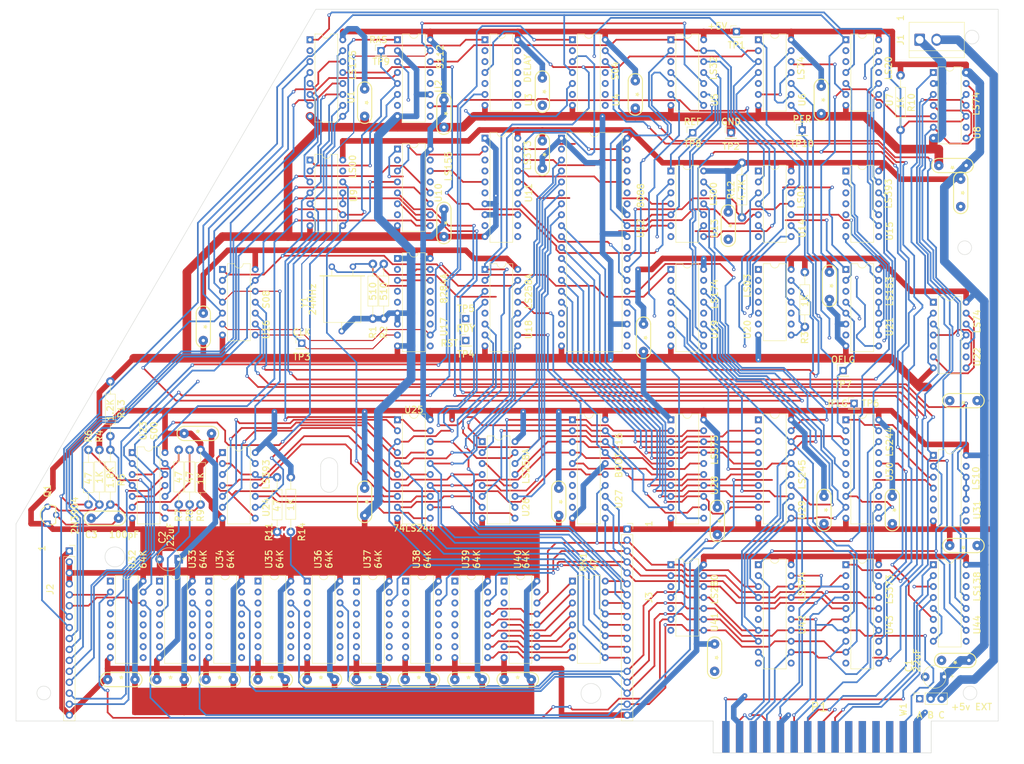
<source format=kicad_pcb>
(kicad_pcb (version 20221018) (generator pcbnew)
  (layers (0 "F.Cu" signal) (31 "B.Cu" signal) (34 "B.Paste" user) (35 "F.Paste" user) (36 "B.SilkS" user "B.Silkscreen") (37 "F.SilkS" user "F.Silkscreen") (38 "B.Mask" user) (39 "F.Mask" user) (44 "Edge.Cuts" user))
  (net 0 "")
  (net 1 "+5V")
  (net 2 "GND")
  (net 3 "Net-(C3-Pad1)")
  (net 4 "Net-(Q1-B)")
  (net 5 "/page 2/PARITY")
  (net 6 "/page 2/PDOUT")
  (net 7 "{slash}BDTR")
  (net 8 "/page 2/RAM OK")
  (net 9 "/page 2/SEL 3")
  (net 10 "/page 2/SEL 2")
  (net 11 "/page 2/SEL 1")
  (net 12 "/page 2/{slash}REF RAS")
  (net 13 "/page 2/RAS CYC")
  (net 14 "/page 2/CAS TIME")
  (net 15 "/page 2/CAS ENABLE")
  (net 16 "D7")
  (net 17 "D6")
  (net 18 "D5")
  (net 19 "D4")
  (net 20 "/page 2/EXRAM6")
  (net 21 "/page 2/EXRAM3")
  (net 22 "/page 2/EXRAM0")
  (net 23 "/page 2/EXRAM4")
  (net 24 "/page 2/EXRAM2")
  (net 25 "/page 2/EXRAM5")
  (net 26 "/page 2/EXRAM1")
  (net 27 "/page 2/EXRAM7")
  (net 28 "D3")
  (net 29 "D2")
  (net 30 "D1")
  (net 31 "D0")
  (net 32 "Net-(U17-X1)")
  (net 33 "Net-(U17-X2)")
  (net 34 "Net-(R3-Pad1)")
  (net 35 "/page 2/{slash}WRT")
  (net 36 "Net-(R7-Pad1)")
  (net 37 "/page 2/{slash}CAS")
  (net 38 "Net-(R8-Pad1)")
  (net 39 "/page 2/{slash}RAS")
  (net 40 "Net-(R9-Pad1)")
  (net 41 "PUP2")
  (net 42 "Net-(U24A-MR)")
  (net 43 "WR")
  (net 44 "/page 2/RFSH")
  (net 45 "RAM_AD6")
  (net 46 "RAM_AD3")
  (net 47 "RAM_AD0")
  (net 48 "RAM_AD4")
  (net 49 "RAM_AD2")
  (net 50 "RAM_AD5")
  (net 51 "RAM_AD1")
  (net 52 "RAM_AD7")
  (net 53 "CLK")
  (net 54 "Net-(TP4-Pin_1)")
  (net 55 "Net-(TP5-Pin_1)")
  (net 56 "88 IN FLAG")
  (net 57 "Net-(TP7-Pin_1)")
  (net 58 "Net-(TP8-Pin_1)")
  (net 59 "PAR ERR")
  (net 61 "Net-(U1-~{Q0})")
  (net 62 "Net-(U1-D0)")
  (net 63 "Net-(U1-D1)")
  (net 64 "Net-(U1-~{Q1})")
  (net 65 "Net-(U1-Q2)")
  (net 66 "Net-(U1-~{Q2})")
  (net 67 "Net-(U1-D2)")
  (net 68 "Net-(U1-D3)")
  (net 69 "Net-(U1-~{Q3})")
  (net 70 "Net-(U1-Q3)")
  (net 71 "Net-(U2A-J)")
  (net 72 "Net-(U2A-~{Q})")
  (net 73 "Net-(U2B-~{Q})")
  (net 75 "{slash}ALE")
  (net 76 "Net-(U2B-K)")
  (net 77 "{slash}CLK")
  (net 78 "~IO{slash}M")
  (net 79 "Net-(U2A-~{R})")
  (net 80 "Net-(U18-S)")
  (net 82 "Net-(U4-Pad2)")
  (net 83 "Net-(U11-O5)")
  (net 84 "Net-(U6A-~{Q})")
  (net 85 "Net-(U31-Pad4)")
  (net 86 "Net-(U19-Q3)")
  (net 87 "Net-(U43-LE)")
  (net 88 "Net-(U22B-C)")
  (net 89 "Net-(U12-~{RD})")
  (net 90 "Net-(U30-Pad19)")
  (net 91 "IO{slash}~M")
  (net 92 "RDY1")
  (net 93 "A19")
  (net 94 "Net-(U19-Cp)")
  (net 95 "Net-(U6A-~{R})")
  (net 96 "Net-(U6A-~{S})")
  (net 98 "Net-(U6B-Q)")
  (net 99 "Net-(U19-Q2)")
  (net 100 "Net-(U6B-D)")
  (net 101 "Net-(U15A-Q3)")
  (net 102 "Net-(U15B-Q1)")
  (net 103 "Net-(U15B-Q2)")
  (net 104 "{slash}RESET")
  (net 105 "Net-(U42-OE)")
  (net 106 "Net-(U8A-~{S})")
  (net 107 "{slash}88 OUT FLAG")
  (net 109 "{slash}WRT COMM")
  (net 110 "Net-(U25-OEa)")
  (net 111 "Net-(U9-Pad10)")
  (net 112 "UPMEM")
  (net 113 "TOP SEGS")
  (net 114 "A17")
  (net 115 "{slash}PROM")
  (net 116 "{slash}RD COMM")
  (net 118 "Net-(U10-Q0b)")
  (net 119 "A16")
  (net 120 "A18")
  (net 121 "Net-(U11-D0)")
  (net 122 "Net-(U11-D1)")
  (net 125 "Net-(U11-LE)")
  (net 127 "Net-(U11-D5)")
  (net 128 "Net-(U11-D6)")
  (net 129 "Net-(U11-D7)")
  (net 130 "A14")
  (net 131 "A13")
  (net 132 "A12")
  (net 133 "A11")
  (net 134 "A10")
  (net 135 "A9")
  (net 136 "A8")
  (net 137 "Net-(U12-AD7)")
  (net 138 "Net-(U12-AD6)")
  (net 139 "Net-(U12-AD5)")
  (net 140 "Net-(U12-AD4)")
  (net 141 "Net-(U12-AD3)")
  (net 142 "Net-(U12-AD2)")
  (net 143 "Net-(U12-AD1)")
  (net 144 "Net-(U12-AD0)")
  (net 145 "NMI")
  (net 147 "Net-(U12-DEN)")
  (net 150 "A15")
  (net 151 "Net-(U13-Pad11)")
  (net 152 "Net-(U17-~{AEN1})")
  (net 153 "Net-(U21-I2b)")
  (net 154 "Net-(U21-I0b)")
  (net 155 "Net-(U15A-MR)")
  (net 161 "{slash}BIO RES")
  (net 162 "Net-(U16-Pad10)")
  (net 165 "A7")
  (net 166 "A6")
  (net 167 "A4")
  (net 168 "A5")
  (net 169 "Net-(U19-Q0)")
  (net 170 "Net-(U19-Q4)")
  (net 171 "Net-(U19-Q5)")
  (net 175 "Net-(U21-I2a)")
  (net 176 "Net-(U22A-~{S})")
  (net 178 "Net-(U23-Pad11)")
  (net 179 "Net-(U24A-CP)")
  (net 180 "Net-(U24A-Q0)")
  (net 181 "Net-(U24A-Q1)")
  (net 182 "Net-(U24A-Q2)")
  (net 183 "Net-(U24A-Q3)")
  (net 184 "Net-(U24B-Q2)")
  (net 185 "Net-(U24B-Q1)")
  (net 186 "Net-(U24B-Q0)")
  (net 187 "A3")
  (net 188 "A1")
  (net 189 "A0")
  (net 190 "A2")
  (net 191 "Net-(U44-O4)")
  (net 192 "IO7")
  (net 194 "IO3")
  (net 195 "IO1")
  (net 196 "IO0")
  (net 197 "Net-(U41-I)")
  (net 198 "Net-(U31-Pad13)")
  (net 199 "Net-(U44-O2)")
  (net 202 "IO5")
  (net 203 "IO2")
  (net 204 "IO4")
  (net 205 "IO6")
  (net 206 "IO A0")
  (net 207 "{slash}BRD")
  (net 208 "{slash}BWR")
  (net 209 "{slash}SELECT")
  (net 214 "Net-(P1-Pin_27)")
  (net 215 "Net-(J1-Pin_2)")
  (net 219 "IO 8MHz")
  (net 220 "IO A1")
  (net 221 "IO A3")
  (net 222 "IO A2")
  (net 224 "{slash}IO INT")
  (footprint "Evan's parts:northstar decoupling cap" (layer "F.Cu") (at 220.345 80.645 -90)
    (fp_text reference "C16" hide)
    (fp_text value "*")
  )
  (footprint "Connector_PinHeader_2.54mm:PinHeader_1x01_P2.54mm_Vertical" (layer "F.Cu") (at 188.595 48.26)
    (fp_text reference "TP8")
    (fp_text value "REF")
  )
  (footprint "Package_DIP:DIP-14_W7.62mm" (layer "F.Cu") (at 79.375 80.01)
    (fp_text reference "U16")
    (fp_text value "74S08" hide)
  )
  (footprint "Package_DIP:DIP-16_W7.62mm" (layer "F.Cu") (at 224.155 80.01)
    (fp_text reference "U21")
    (fp_text value "74LS153" hide)
  )
  (footprint "Evan's parts:northstar decoupling cap" (layer "F.Cu") (at 254.635 144.145 180)
    (fp_text reference "C14" hide)
    (fp_text value "*")
  )
  (footprint "Package_DIP:DIP-16_W7.62mm" (layer "F.Cu") (at 140.335 80.01)
    (fp_text reference "U18")
    (fp_text value "74LS258" hide)
  )
  (footprint "Evan's parts:northstar decoupling cap" (layer "F.Cu") (at 87.63 175.26)
    (fp_text reference "C10" hide)
    (fp_text value "*")
  )
  (footprint "Package_DIP:DIP-20_W7.62mm" (layer "F.Cu") (at 160.655 114.935)
    (fp_text reference "U27")
    (fp_text value "6309-1" hide)
  )
  (footprint "Evan's parts:northstar resistor" (layer "F.Cu") (at 236.855 34.925 -90)
    (fp_text reference "R10")
    (fp_text value "1K")
  )
  (footprint "Package_DIP:DIP-14_W7.62mm" (layer "F.Cu") (at 183.515 26.67)
    (fp_text reference "U5")
    (fp_text value "74LS32" hide)
  )
  (footprint "Evan's parts:northstar decoupling cap" (layer "F.Cu") (at 153.67 50.165 -90)
    (fp_text reference "C24" hide)
    (fp_text value "*")
  )
  (footprint "Evan's parts:northstar decoupling cap" (layer "F.Cu") (at 130.81 40.64 -90)
    (fp_text reference "C21" hide)
    (fp_text value "*")
  )
  (footprint "Evan's parts:northstar decoupling cap" (layer "F.Cu") (at 157.48 130.81 -90)
    (fp_text reference "C17" hide)
    (fp_text value "*")
  )
  (footprint "Connector_PinHeader_2.54mm:PinHeader_1x01_P2.54mm_Vertical" (layer "F.Cu") (at 116.205 29.21)
    (fp_text reference "TP9")
    (fp_text value "RAS")
  )
  (footprint "Evan's parts:northstar decoupling cap" (layer "F.Cu") (at 64.135 175.26)
    (fp_text reference "C18" hide)
    (fp_text value "*")
  )
  (footprint "Package_DIP:DIP-20_W7.62mm" (layer "F.Cu") (at 224.155 148.59)
    (fp_text reference "U43")
    (fp_text value "74LS373" hide)
  )
  (footprint "Package_DIP:DIP-16_W7.62mm" (layer "F.Cu") (at 99.06 152.4)
    (fp_text reference "U36")
    (fp_text value "4164" hide)
  )
  (footprint "Evan's parts:northstar decoupling cap" (layer "F.Cu") (at 252.095 55.88 180)
    (fp_text reference "C22" hide)
    (fp_text value "*")
  )
  (footprint "Package_DIP:DIP-14_W7.62mm" (layer "F.Cu") (at 203.835 26.67)
    (fp_text reference "U6")
    (fp_text value "74LS74" hide)
  )
  (footprint "Package_DIP:DIP-16_W7.62mm" (layer "F.Cu") (at 53.34 152.4)
    (fp_text reference "U32")
    (fp_text value "4164" hide)
  )
  (footprint "Evan's parts:noethstar tantalum" (layer "F.Cu") (at 69.215 147.32 180)
    (fp_text reference "C2")
    (fp_text value "22uF")
  )
  (footprint "Evan's parts:northstar resistor" (layer "F.Cu") (at 114.3 78.74 -90)
    (fp_text reference "R1")
    (fp_text value "510")
  )
  (footprint "Connector_PinHeader_2.54mm:PinHeader_1x01_P2.54mm_Vertical" (layer "F.Cu") (at 197.485 48.26)
    (fp_text reference "TP2")
    (fp_text value "GND")
  )
  (footprint "Package_DIP:DIP-14_W7.62mm" (layer "F.Cu") (at 244.475 34.29)
    (fp_text reference "U8")
    (fp_text value "74LS74" hide)
  )
  (footprint "Connector_PinSocket_2.54mm:PinSocket_1x16_P2.54mm_Vertical" (layer "F.Cu") (at 43.815 145.415)
    (fp_text reference "J2")
    (fp_text value "Conn_01x16_Socket" hide)
  )
  (footprint "Package_DIP:DIP-20_W7.62mm" (layer "F.Cu") (at 183.515 114.935)
    (fp_text reference "U28")
    (fp_text value "74LS373" hide)
  )
  (footprint "Package_DIP:DIP-14_W7.62mm" (layer "F.Cu") (at 79.375 122.555)
    (fp_text reference "U24")
    (fp_text value "74LS393" hide)
  )
  (footprint "Evan's parts:noethstar tantalum" (layer "F.Cu") (at 247.015 174.625 180)
    (fp_text reference "C1")
    (fp_text value "22uF")
  )
  (footprint "Package_DIP:DIP-14_W7.62mm" (layer "F.Cu") (at 244.475 123.19)
    (fp_text reference "U31")
    (fp_text value "74LS10" hide)
  )
  (footprint "Package_DIP:DIP-16_W7.62mm" (layer "F.Cu") (at 87.63 152.4)
    (fp_text reference "U35")
    (fp_text value "4164" hide)
  )
  (footprint "Package_DIP:DIP-20_W7.62mm" (layer "F.Cu") (at 203.835 148.59)
    (fp_text reference "U42")
    (fp_text value "74LS374" hide)
  )
  (footprint "Connector_PinHeader_2.54mm:PinHeader_1x01_P2.54mm_Vertical" (layer "F.Cu") (at 135.89 96.52)
    (fp_text reference "TP4")
    (fp_text value "RST")
  )
  (footprint "Connector_PinSocket_2.54mm:PinSocket_1x03_P2.54mm_Vertical" (layer "F.Cu") (at 241.3 179.705 90)
    (fp_text reference "W1")
    (fp_text value "+5v EXT")
  )
  (footprint "Evan's parts:northstar decoupling cap" (layer "F.Cu") (at 193.675 167.005 -90)
    (fp_text reference "C25" hide)
    (fp_text value "*")
  )
  (footprint "Package_DIP:DIP-14_W7.62mm" (layer "F.Cu") (at 160.655 26.67)
    (fp_text reference "U4")
    (fp_text value "74S04" hide)
  )
  (footprint "Package_DIP:DIP-16_W7.62mm" (layer "F.Cu") (at 99.695 26.67)
    (fp_text reference "U1")
    (fp_text value "74LS175" hide)
  )
  (footprint "Evan's parts:TO-92_northstar_Wide" (layer "F.Cu") (at 39.37 139.573 90)
    (fp_text reference "Q1")
    (fp_text value "2N3904")
  )
  (footprint "Connector_PinHeader_2.54mm:PinHeader_1x01_P2.54mm_Vertical" (layer "F.Cu") (at 226.06 111.125)
    (fp_text reference "TP6")
    (fp_text value "IFLG")
  )
  (footprint "Evan's parts:northstar resistor" (layer "F.Cu") (at 71.755 121.92 -90)
    (fp_text reference "R8")
    (fp_text value "47")
  )
  (footprint "Evan's parts:northstar resistor" (layer "F.Cu") (at 69.215 121.92 -90)
    (fp_text reference "R7")
    (fp_text value "47")
  )
  (footprint "Package_DIP:DIP-16_W7.62mm" (layer "F.Cu") (at 133.35 152.4)
    (fp_text reference "U39")
    (fp_text value "4164" hide)
  )
  (footprint "Evan's misc parts:northstar edge connector" (layer "F.Cu") (at 193.3306 184.895)
    (fp_text reference "P1")
    (fp_text value "northstar card edge")
    (fp_line (start 0 7.4) (end 0 0) (stroke (width 0.12)) (layer "Edge.Cuts"))
    (fp_line (start 50.65 7.4) (end 0 7.4) (stroke (width 0.12)) (layer "Edge.Cuts"))
    (fp_line (start 50.65 7.4) (end 50.65 0) (stroke (width 0.12)) (layer "Edge.Cuts"))
  )
  (footprint "Package_DIP:DIP-14_W7.62mm" (layer "F.Cu") (at 244.475 87.63)
    (fp_text reference "U22")
    (fp_text value "74LS74" hide)
  )
  (footprint "Package_DIP:DIP-40_W15.24mm" (layer "F.Cu") (at 158.115 49.53)
    (fp_text reference "U12")
    (fp_text value "8088-2" hide)
  )
  (footprint "Evan's parts:northstar decoupling cap" (layer "F.Cu") (at 194.31 135.255 -90)
    (fp_text reference "C26" hide)
    (fp_text value "*")
  )
  (footprint "Evan's parts:northstar decoupling cap" (layer "F.Cu") (at 252.73 170.815 180)
    (fp_text reference "C23" hide)
    (fp_text value "*")
  )
  (footprint "Package_DIP:DIP-16_W7.62mm" (layer "F.Cu") (at 139.7 120.015)
    (fp_text reference "U26")
    (fp_text value "74LS258" hide)
  )
  (footprint "Evan's parts:northstar decoupling cap" (layer "F.Cu") (at 121.813 175.26)
    (fp_text reference "C11" hide)
    (fp_text value "*")
  )
  (footprint "Crystal:Crystal_HC49-U_Horizontal" (layer "F.Cu") (at 104.775 79.375)
    (fp_text reference "Y1")
    (fp_text value "24MHz")
  )
  (footprint "Evan's parts:northstar decoupling cap" (layer "F.Cu") (at 196.85 66.675 -90)
    (fp_text reference "C7" hide)
    (fp_text value "*")
  )
  (footprint "Evan's parts:northstar resistor" (layer "F.Cu") (at 92.075 140.97 90)
    (fp_text reference "R11")
    (fp_text value "47")
  )
  (footprint "Evan's parts:northstar decoupling cap" (layer "F.Cu") (at 177.165 92.71 -90)
    (fp_text reference "C33" hide)
    (fp_text value "*")
  )
  (footprint "Evan's parts:northstar decoupling cap" (layer "F.Cu") (at 48.895 137.795)
    (fp_text reference "C3")
    (fp_text value "100pF")
  )
  (footprint "Connector_PinHeader_2.54mm:PinHeader_1x01_P2.54mm_Vertical" (layer "F.Cu") (at 97.79 97.155)
    (fp_text reference "TP3")
    (fp_text value "CLK")
  )
  (footprint "Evan's parts:northstar decoupling cap" (layer "F.Cu") (at 250.825 59.055 -90)
    (fp_text reference "C31" hide)
    (fp_text value "*")
  )
  (footprint "Package_DIP:DIP-14_W7.62mm" (layer "F.Cu") (at 99.695 54.61)
    (fp_text reference "U9")
    (fp_text value "74LS00" hide)
  )
  (footprint "Connector_Hirose:Hirose_DF63M-3P-3.96DSA_1x03_P3.96mm_Vertical" (layer "F.Cu") (at 241.3 26.67)
    (fp_text reference "J1")
    (fp_text value "Power In")
  )
  (footprint "Evan's parts:northstar decoupling cap" (layer "F.Cu") (at 219.075 132.715 -90)
    (fp_text reference "C35" hide)
    (fp_text value "*")
  )
  (footprint "Package_DIP:DIP-16_W7.62mm" (layer "F.Cu") (at 183.515 80.01)
    (fp_text reference "U19")
    (fp_text value "74LS174" hide)
  )
  (footprint "Package_DIP:DIP-16_W7.62mm" (layer "F.Cu") (at 120.015 52.07)
    (fp_text reference "U10")
    (fp_text value "74LS155" hide)
  )
  (footprint "Evan's parts:northstar decoupling cap" (layer "F.Cu") (at 74.93 90.17 -90)
    (fp_text reference "C6" hide)
    (fp_text value "*")
  )
  (footprint "Evan's parts:northstar resistor" (layer "F.Cu") (at 74.295 134.62 90)
    (fp_text reference "R9")
    (fp_text value "1K")
  )
  (footprint "Evan's parts:northstar decoupling cap" (layer "F.Cu") (at 70.485 118.11)
    (fp_text reference "C32" hide)
    (fp_text value "*")
  )
  (footprint "Package_DIP:DIP-14_W7.62mm" (layer "F.Cu") (at 203.835 80.01)
    (fp_text reference "U20")
    (fp_text value "74LS03" hide)
  )
  (footprint "Evan's parts:northstar resistor" (layer "F.Cu") (at 116.84 78.74 -90)
    (fp_text reference "R2")
    (fp_text value "510")
  )
  (footprint "Evan's parts:northstar resistor" (layer "F.Cu") (at 214.63 93.345 90)
    (fp_text reference "R3")
    (fp_text value "1K")
  )
  (footprint "Package_DIP:DIP-20_W7.62mm" (layer "F.Cu") (at 224.155 114.935)
    (fp_text reference "U30")
    (fp_text value "74LS244" hide)
  )
  (footprint "Evan's parts:northstar decoupling cap" (layer "F.Cu") (at 234.95 132.715 -90)
    (fp_text reference "C34" hide)
    (fp_text value "*")
  )
  (footprint "Evan's parts:northstar decoupling cap" (layer "F.Cu") (at 133.35 175.26)
    (fp_text reference "C20" hide)
    (fp_text value "*")
  )
  (footprint "Evan's parts:northstar decoupling cap" (layer "F.Cu") (at 144.78 175.26)
    (fp_text reference "C29" hide)
    (fp_text value "*")
  )
  (footprint "Package_DIP:DIP-16_W7.62mm" (layer "F.Cu") (at 144.78 152.4)
    (fp_text reference "U40")
    (fp_text value "4164" hide)
  )
  (footprint "Package_DIP:DIP-14_W7.62mm" (layer "F.Cu") (at 183.515 148.59)
    (fp_text reference "U41")
    (fp_text value "74LS280" hide)
  )
  (footprint "Evan's parts:northstar resistor" (layer "F.Cu") (at 200.025 55.245 -90)
    (fp_text reference "R12")
    (fp_text value "4.7K")
  )
  (footprint "Evan's parts:northstar decoupling cap" (layer "F.Cu") (at 75.565 175.26)
    (fp_text reference "C27" hide)
    (fp_text value "*")
  )
  (footprint "Evan's parts:northstar resistor" (layer "F.Cu") (at 53.34 118.745 90)
    (fp_text reference "R13")
    (fp_text value "1.2K")
  )
  (footprint "Package_DIP:DIP-14_W7.62mm" (layer "F.Cu") (at 58.42 122.555)
    (fp_text reference "U23")
    (fp_text value "74S00" hide)
  )
  (footprint "Package_DIP:DIP-20_W7.62mm" (layer "F.Cu") (at 120.015 114.935)
    (fp_text reference "U25")
    (fp_text value "74LS244")
  )
  (footprint "Evan's parts:northstar resistor" (layer "F.Cu") (at 50.8 121.92 -90)
    (fp_text reference "R4")
    (fp_text value "1K")
  )
  (footprint "Package_DIP:DIP-16_W7.62mm" (layer "F.Cu") (at 76.2 152.4)
    (fp_text reference "U34")
    (fp_text value "4164" hide)
  )
  (footprint "Evan's parts:northstar decoupling cap" (layer "F.Cu") (at 112.395 38.1 -90)
    (fp_text reference "C12" hide)
    (fp_text value "*")
  )
  (footprint "Evan's parts:northstar resistor" (layer "F.Cu") (at 95.25 128.27 -90)
    (fp_text reference "R14")
    (fp_text value "1K")
  )
  (footprint "Connector_PinHeader_2.54mm:PinHeader_1x01_P2.54mm_Vertical" (layer "F.Cu") (at 135.89 91.44)
    (fp_text reference "TP5")
    (fp_text value "RDY")
  )
  (footprint "Package_DIP:DIP-16_W7.62mm" (layer "F.Cu") (at 110.49 152.4)
    (fp_text reference "U37")
    (fp_text value "4164" hide)
  )
  (footprint "Package_DIP:DIP-16_W7.62mm" (layer "F.Cu") (at 121.92 152.4)
    (fp_text reference "U38")
    (fp_text value "4164" hide)
  )
  (footprint "Package_DIP:DIP-16_W7.62mm" (layer "F.Cu") (at 120.015 26.67)
    (fp_text reference "U2")
    (fp_text value "74S112" hide)
  )
  (footprint "Connector_PinHeader_2.54mm:PinHeader_1x01_P2.54mm_Vertical" (layer "F.Cu") (at 223.52 103.505)
    (fp_text reference "TP7")
    (fp_text value "OFLG")
  )
  (footprint "Package_DIP:DIP-14_W7.62mm" (layer "F.Cu") (at 203.835 57.15)
    (fp_text reference "U14")
    (fp_text value "74LS04" hide)
  )
  (footprint "Evan's parts:northstar decoupling cap" (layer "F.Cu") (at 52.705 175.26)
    (fp_text reference "C9" hide)
    (fp_text value "*")
  )
  (footprint "Evan's parts:northstar decoupling cap" (layer "F.Cu") (at 153.67 35.56 -90)
    (fp_text reference "C30" hide)
    (fp_text value "*")
  )
  (footprint "Package_DIP:DIP-20_W7.62mm" (layer "F.Cu") (at 203.835 114.935)
    (fp_text reference "U29")
    (fp_text value "74LS245" hide)
  )
  (footprint "Package_DIP:DIP-14_W7.62mm" (layer "F.Cu") (at 140.335 26.67)
    (fp_text reference "U3")
    (fp_text value "85ns_Delay")
  )
  (footprint "Evan's parts:northstar decoupling cap" (layer "F.Cu") (at 218.44 37.465 -90)
    (fp_text reference "C13" hide)
    (fp_text value "*")
  )
  (footprint "Package_DIP:DIP-16_W7.62mm" (layer "F.Cu") (at 160.655 152.4)
    (fp_text reference "RN1")
    (fp_text value "47")
  )
  (footprint "Connector_PinSocket_2.54mm:PinSocket_1x18_P2.54mm_Vertical" (layer "F.Cu") (at 173.355 140.335)
    (fp_text reference "J3")
    (fp_text value "Conn_01x18_Socket" hide)
  )
  (footprint "Evan's parts:northstar decoupling cap" (layer "F.Cu") (at 254.635 110.49 180)
    (fp_text reference "C5" hide)
    (fp_text value "*")
  )
  (footprint "Evan's parts:northstar resistor" (layer "F.Cu") (at 48.26 134.62 90)
    (fp_text reference "R6")
    (fp_text value "47")
  )
  (footprint "Package_DIP:DIP-16_W7.62mm" (layer "F.Cu") (at 64.77 152.4)
    (fp_text reference "U33")
    (fp_text value "4164" hide)
  )
  (footprint "Evan's parts:northstar decoupling cap" (layer "F.Cu") (at 110.49 175.26)
    (fp_text reference "C28" hide)
    (fp_text value "*")
  )
  (footprint "Connector_PinHeader_2.54mm:PinHeader_1x01_P2.54mm_Vertical" (layer "F.Cu") (at 198.755 24.765)
    (fp_text reference "TP1")
    (fp_text value "+5V")
  )
  (footprint "Evan's parts:northstar decoupling cap" (layer "F.Cu") (at 99.06 175.26)
    (fp_text reference "C19" hide)
    (fp_text value "*")
  )
  (footprint "Connector_PinHeader_2.54mm:PinHeader_1x01_P2.54mm_Vertical" (layer "F.Cu") (at 213.995 47.625)
    (fp_text reference "TP10")
    (fp_text value "PER")
  )
  (footprint "Evan's parts:northstar resistor" (layer "F.Cu") (at 53.34 121.92 -90)
    (fp_text reference "R5")
    (fp_text value "1.8K")
  )
  (footprint "Evan's parts:northstar decoupling cap" (layer "F.Cu") (at 130.81 66.04 -90)
    (fp_text reference "C15" hide)
    (fp_text value "*")
  )
  (footprint "Package_DIP:DIP-16_W7.62mm" (layer "F.Cu") (at 244.475 148.59)
    (fp_text reference "U44")
    (fp_text value "74LS138" hide)
  )
  (footprint "Package_DIP:DIP-20_W7.62mm" (layer "F.Cu") (at 140.335 49.53)
    (fp_text reference "U11")
    (fp_text value "74LS373" hide)
  )
  (footprint "Package_DIP:DIP-18_W7.62mm" (layer "F.Cu") (at 120.015 77.47)
    (fp_text reference "U17")
    (fp_text value "8284" hide)
  )
  (footprint "Package_DIP:DIP-14_W7.62mm" (layer "F.Cu") (at 224.155 26.67)
    (fp_text reference "U7")
    (fp_text value "74LS20")
  )
  (footprint "Package_DIP:DIP-14_W7.62mm" (layer "F.Cu") (at 183.515 57.15)
    (fp_text reference "U13")
    (fp_text value "74LS00" hide)
  )
  (footprint "Evan's parts:northstar decoupling cap" (layer "F.Cu") (at 112.395 130.81 -90)
    (fp_text reference "C8" hide)
    (fp_text value "*")
  )
  (footprint "Package_DIP:DIP-14_W7.62mm" (layer "F.Cu") (at 224.155 57.15)
    (fp_text reference "U15")
    (fp_text value "74LS393" hide)
  )
  (footprint "Evan's parts:northstar decoupling cap" (layer "F.Cu") (at 175.26 36.195 -90)
    (fp_text reference "C4" hide)
    (fp_text value "*")
  )
  (gr_line (start 193.3306 184.895) (end 31.4306 184.895) (stroke (width 0.1)) (layer "Edge.Cuts"))
  (gr_circle (center 54.4006 146.775) (end 56.7106 146.775) (stroke (width 0.1)) (fill none) (layer "Edge.Cuts"))
  (gr_line (start 101.0606 19.595) (end 31.4306 139.095) (stroke (width 0.1)) (layer "Edge.Cuts"))
  (gr_circle (center 253.0006 178.385) (end 254.6006 178.385) (stroke (width 0.1)) (fill none) (layer "Edge.Cuts"))
  (gr_circle (center 251.7606 74.975) (end 253.3606 74.975) (stroke (width 0.1)) (fill none) (layer "Edge.Cuts"))
  (gr_arc (start 106.1306 129.805) (mid 104.1506 131.785) (end 102.1706 129.805) (stroke (width 0.1)) (layer "Edge.Cuts"))
  (gr_circle (center 164.9606 178.485) (end 167.2706 178.485) (stroke (width 0.1)) (fill none) (layer "Edge.Cuts"))
  (gr_line (start 259.5306 184.895) (end 259.5306 19.595) (stroke (width 0.1)) (layer "Edge.Cuts"))
  (gr_line (start 102.1706 125.725) (end 102.1706 129.805) (stroke (width 0.1)) (layer "Edge.Cuts"))
  (gr_line (start 243.9806 184.895) (end 259.5306 184.895) (stroke (width 0.1)) (layer "Edge.Cuts"))
  (gr_line (start 31.4306 184.895) (end 31.4306 139.095) (stroke (width 0.1)) (layer "Edge.Cuts"))
  (gr_line (start 259.5306 19.595) (end 101.0606 19.595) (stroke (width 0.1)) (layer "Edge.Cuts"))
  (gr_arc (start 102.1706 125.725) (mid 104.1506 123.745) (end 106.1306 125.725) (stroke (width 0.1)) (layer "Edge.Cuts"))
  (gr_line (start 106.1306 129.805) (end 106.1306 125.725) (stroke (width 0.1)) (layer "Edge.Cuts"))
  (gr_circle (center 37.8806 178.385) (end 39.4806 178.385) (stroke (width 0.1)) (fill none) (layer "Edge.Cuts"))
  (gr_circle (center 253.455 26.055) (end 255.055 26.055) (stroke (width 0.1)) (fill none) (layer "Edge.Cuts"))
  (gr_text "S08" (at 89.535 86.995 90) (layer "F.SilkS") (effects (font (size 1.5 1.5) (thickness 0.25))))
  (gr_text "64K" (at 149.86 147.32 90) (layer "F.SilkS") (effects (font (size 1.5 1.5) (thickness 0.25))))
  (gr_text "1" (at 37.465 144.78 90) (layer "F.SilkS") (effects (font (size 1.5 1.5) (thickness 0.25))))
  (gr_text "C" (at 246.38 183.515) (layer "F.SilkS") (effects (font (size 1.5 1.5) (thickness 0.25))))
  (gr_text "LS174" (at 193.675 85.725 90) (layer "F.SilkS") (effects (font (size 1.5 1.5) (thickness 0.25))))
  (gr_text "LS32" (at 194.31 36.195 90) (layer "F.SilkS") (effects (font (size 1.5 1.5) (thickness 0.25) bold) (justify left bottom)))
  (gr_text "8284A" (at 130.81 84.455 90) (layer "F.SilkS") (effects (font (size 1.5 1.5) (thickness 0.25))))
  (gr_text "LS74" (at 255.27 44.45 90) (layer "F.SilkS") (effects (font (size 1.5 1.5) (thickness 0.25) bold) (justify left bottom)))
  (gr_text "LS03" (at 201.295 83.82 90) (layer "F.SilkS") (effects (font (size 1.5 1.5) (thickness 0.25))))
  (gr_text "64K" (at 92.71 147.32 90) (layer "F.SilkS") (effects (font (size 1.5 1.5) (thickness 0.25))))
  (gr_text "LS393" (at 89.535 127.635 90) (layer "F.SilkS") (effects (font (size 1.5 1.5) (thickness 0.25))))
  (gr_text "LS04" (at 214.63 66.04 90) (layer "F.SilkS") (effects (font (size 1.5 1.5) (thickness 0.25) bold) (justify left bottom)))
  (gr_text "64K" (at 127 147.32 90) (layer "F.SilkS") (effects (font (size 1.5 1.5) (thickness 0.25))))
  (gr_text "LS20" (at 234.95 36.195 90) (layer "F.SilkS") (effects (font (size 1.5 1.5) (thickness 0.25) bold) (justify left bottom)))
  (gr_text "64K" (at 104.14 147.32 90) (layer "F.SilkS") (effects (font (size 1.5 1.5) (thickness 0.25))))
  (gr_text "BOOT-16" (at 171.45 123.19 90) (layer "F.SilkS") (effects (font (size 1.5 1.5) (thickness 0.25))))
  (gr_text "LS393" (at 234.95 66.04 90) (layer "F.SilkS") (effects (font (size 1.5 1.5) (thickness 0.25) bold) (justify left bottom)))
  (gr_text "LS74" (at 214.63 36.195 90) (layer "F.SilkS") (effects (font (size 1.5 1.5) (thickness 0.25) bold) (justify left bottom)))
  (gr_text "LS10" (at 255.27 131.445 90) (layer "F.SilkS") (effects (font (size 1.5 1.5) (thickness 0.25) bold) (justify left bottom)))
  (gr_text "LS155" (at 132.715 59.69 90) (layer "F.SilkS") (effects (font (size 1.5 1.5) (thickness 0.25) bold) (justify left bottom)))
  (gr_text "LS373" (at 193.675 121.92 90) (layer "F.SilkS") (effects (font (size 1.5 1.5) (thickness 0.25))))
  (gr_text "S112" (at 130.81 33.655 90) (layer "F.SilkS") (effects (font (size 1.5 1.5) (thickness 0.25) bold) (justify left bottom)))
  (gr_text "LS373" (at 151.13 57.15 90) (layer "F.SilkS") (effects (font (size 1.5 1.5) (thickness 0.25) bold) (justify left bottom)))
  (gr_text "1" (at 236.855 21.59 90) (layer "F.SilkS") (effects (font (size 1.5 1.5) (thickness 0.25) bold)))
  (gr_text "LS153" (at 234.315 85.09 90) (layer "F.SilkS") (effects (font (size 1.5 1.5) (thickness 0.25))))
  (gr_text "LS280" (at 193.675 154.305 90) (layer "F.SilkS") (effects (font (size 1.5 1.5) (thickness 0.25))))
  (gr_text "8088" (at 176.53 62.865 90) (layer "F.SilkS") (effects (font (size 1.5 1.5) (thickness 0.25))))
  (gr_text "LS00" (at 194.31 65.405 90) (layer "F.SilkS") (effects (font (size 1.5 1.5) (thickness 0.25) bold) (justify left bottom)))
  (gr_text "1" (at 178.435 139.065 90) (layer "F.SilkS") (effects (font (size 1.5 1.5) (thickness 0.25))))
  (gr_text "S04" (at 171.45 36.195 90) (layer "F.SilkS") (effects (font (size 1.5 1.5) (thickness 0.25) bold) (justify left bottom)))
  (gr_text "A" (at 241.3 183.515) (layer "F.SilkS") (effects (font (size 1.5 1.5) (thickness 0.25))))
  (gr_text "LS373" (at 234.315 154.305 90) (layer "F.SilkS") (effects (font (size 1.5 1.5) (thickness 0.25))))
  (gr_text "LS374" (at 213.995 153.67 90) (layer "F.SilkS") (effects (font (size 1.5 1.5) (thickness 0.25))))
  (gr_text "LS258A" (at 150.495 85.09 90) (layer "F.SilkS") (effects (font (size 1.5 1.5) (thickness 0.25))))
  (gr_text "LS138" (at 254.635 153.67 90) (layer "F.SilkS") (effects (font (size 1.5 1.5) (thickness 0.25))))
  (gr_text "64K" (at 115.57 147.32 90) (layer "F.SilkS") (effects (font (size 1.5 1.5) (thickness 0.25))))
  (gr_text "LS258A" (at 149.86 125.73 90) (layer "F.SilkS") (effects (font (size 1.5 1.5) (thickness 0.25))))
  (gr_text "LS175" (at 110.49 36.195 90) (layer "F.SilkS") (effects (font (size 1.5 1.5) (thickness 0.25) bold) (justify left bottom)))
  (gr_text "DELAY" (at 151.13 36.83 90) (layer "F.SilkS") (effects (font (size 1.5 1.5) (thickness 0.25) bold) (justify left bottom)))
  (gr_text "B" (at 243.84 183.515) (layer "F.SilkS") (effects (font (size 1.5 1.5) (thickness 0.25))))
  (gr_text "64K" (at 138.43 147.32 90) (layer "F.SilkS") (effects (font (size 1.5 1.5) (thickness 0.25))))
  (gr_text "64K" (at 81.28 147.32 90) (layer "F.SilkS") (effects (font (size 1.5 1.5) (thickness 0.25))))
  (gr_text "LS245" (at 213.995 127.635 90) (layer "F.SilkS") (effects (font (size 1.5 1.5) (thickness 0.25))))
  (gr_text "64K" (at 60.96 147.32 90) (layer "F.SilkS") (effects (font (size 1.5 1.5) (thickness 0.25))))
  (gr_text "LS00" (at 110.49 59.055 90) (layer "F.SilkS") (effects (font (size 1.5 1.5) (thickness 0.25) bold) (justify left bottom)))
  (gr_text "S00" (at 63.5 117.475 90) (layer "F.SilkS") (effects (font (size 1.5 1.5) (thickness 0.25))))
  (gr_text "LS74" (at 254.635 92.075 90) (layer "F.SilkS") (effects (font (size 1.5 1.5) (thickness 0.25))))
  (gr_text "64K" (at 74.93 147.32 90) (layer "F.SilkS") (effects (font (size 1.5 1.5) (thickness 0.25))))
  (gr_text "LS244" (at 234.315 120.015 90) (layer "F.SilkS") (effects (font (size 1.5 1.5) (thickness 0.25))))
  (segment (start 200.025 55.245) (end 181.61 55.245) (width 1.3) (layer "F.Cu") (net 1))
  (segment (start 236.855 59.055) (end 233.045 55.245) (width 1.3) (layer "F.Cu") (net 1))
  (segment (start 234.745 112.825) (end 242.57 120.65) (width 1.3) (layer "F.Cu") (net 1))
  (segment (start 236.855 32.385) (end 234.95 32.385) (width 1.3) (layer "F.Cu") (net 1))
  (segment (start 153.67 50.165) (end 153.67 47.625) (width 1.3) (layer "F.Cu") (net 1))
  (segment (start 252.095 85.09) (end 239.395 85.09) (width 1.3) (layer "F.Cu") (net 1))
  (segment (start 56.085 112.825) (end 50.8 118.11) (width 1.3) (layer "F.Cu") (net 1))
  (segment (start 211.455 77.47) (end 191.135 77.47) (width 1.3) (layer "F.Cu") (net 1))
  (segment (start 231.775 26.67) (end 231.775 24.765) (width 1.3) (layer "F.Cu") (net 1))
  (segment (start 233.045 55.88) (end 233.045 55.245) (width 1.3) (layer "F.Cu") (net 1))
  (segment (start 211.455 146.685) (end 191.135 146.685) (width 1.3) (layer "F.Cu") (net 1))
  (segment (start 191.135 114.935) (end 191.135 112.825) (width 1.3) (layer "F.Cu") (net 1))
  (segment (start 136.525 50.165) (end 127.635 50.165) (width 1.3) (layer "F.Cu") (net 1))
  (segment (start 74.93 81.28) (end 74.93 90.17) (width 1.3) (layer "F.Cu") (net 1))
  (segment (start 174.625 48.26) (end 173.99 47.625) (width 1.3) (layer "F.Cu") (net 1))
  (segment (start 231.775 146.685) (end 228.6 146.685) (width 1.3) (layer "F.Cu") (net 1))
  (segment (start 181.61 55.245) (end 174.625 48.26) (width 1.3) (layer "F.Cu") (net 1))
  (segment (start 99.06 175.26) (end 99.06 170.18) (width 1.3) (layer "F.Cu") (net 1))
  (segment (start 147.955 26.67) (end 147.955 24.765) (width 1.3) (layer "F.Cu") (net 1))
  (segment (start 127.635 112.825) (end 132.715 112.825) (width 1.3) (layer "F.Cu") (net 1))
  (segment (start 52.705 175.26) (end 52.705 172.72) (width 1.3) (layer "F.Cu") (net 1))
  (segment (start 234.95 24.765) (end 231.775 24.765) (width 1.3) (layer "F.Cu") (net 1))
  (segment (start 250.825 59.055) (end 236.855 59.055) (width 1.3) (layer "F.Cu") (net 1))
  (segment (start 50.8 118.11) (end 50.8 121.92) (width 1.3) (layer "F.Cu") (net 1))
  (segment (start 147.955 47.625) (end 139.065 47.625) (width 1.3) (layer "F.Cu") (net 1))
  (segment (start 66.245 112.825) (end 67.31 112.825) (width 1.3) (layer "F.Cu") (net 1))
  (segment (start 75.565 175.26) (end 75.565 170.815) (width 1.3) (layer "F.Cu") (net 1))
  (segment (start 42.115 147.115) (end 42.115 181.815) (width 1.3) (layer "F.Cu") (net 1))
  (segment (start 191.135 24.765) (end 168.275 24.765) (width 1.3) (layer "F.Cu") (net 1))
  (segment (start 252.095 120.65) (end 252.095 123.19) (width 1.3) (layer "F.Cu") (net 1))
  (segment (start 121.813 175.26) (end 121.813 170.287) (width 1.3) (layer "F.Cu") (net 1))
  (segment (start 191.135 112.825) (end 211.455 112.825) (width 1.3) (layer "F.Cu") (net 1))
  (segment (start 214.63 77.47) (end 211.455 77.47) (width 1.3) (layer "F.Cu") (net 1))
  (segment (start 231.775 146.685) (end 252.095 146.685) (width 1.3) (layer "F.Cu") (net 1))
  (segment (start 66.04 118.11) (end 66.04 122.555) (width 1.3) (layer "F.Cu") (net 1))
  (segment (start 231.775 77.47) (end 220.345 77.47) (width 1.3) (layer "F.Cu") (net 1))
  (segment (start 127.635 24.765) (end 107.315 24.765) (width 1.3) (layer "F.Cu") (net 1))
  (segment (start 64.135 175.26) (end 64.135 170.815) (width 1.3) (layer "F.Cu") (net 1))
  (segment (start 158.115 183.515) (end 173.355 183.515) (width 1.3) (layer "F.Cu") (net 1))
  (segment (start 242.57 120.65) (end 252.095 120.65) (width 1.3) (layer "F.Cu") (net 1))
  (segment (start 231.775 114.935) (end 231.775 112.825) (width 1.3) (layer "F.Cu") (net 1))
  (segment (start 158.115 172.72) (end 158.115 183.515) (width 1.3) (layer "F.Cu") (net 1))
  (segment (start 43.815 145.415) (end 42.115 147.115) (width 1.3) (layer "F.Cu") (net 1))
  (segment (start 66.04 113.03) (end 66.245 112.825) (width 1.3) (layer "F.Cu") (net 1))
  (segment (start 87.63 175.26) (end 87.63 170.18) (width 1.3) (layer "F.Cu") (net 1))
  (segment (start 168.275 24.765) (end 147.955 24.765) (width 1.3) (layer "F.Cu") (net 1))
  (segment (start 86.995 75.565) (end 80.645 75.565) (width 1.3) (layer "F.Cu") (net 1))
  (segment (start 52.705 170.815) (end 53.34 170.18) (width 1.3) (layer "F.Cu") (net 1))
  (segment (start 72.026492 118.11) (end 74.295 120.378508) (width 1.3) (layer "F.Cu") (net 1))
  (segment (start 127.635 114.935) (end 127.635 112.825) (width 1.3) (layer "F.Cu") (net 1))
  (segment (start 211.455 55.245) (end 200.025 55.245) (width 1.3) (layer "F.Cu") (net 1))
  (segment (start 107.315 50.165) (end 107.315 54.61) (width 1.3) (layer "F.Cu") (net 1))
  (segment (start 147.955 24.765) (end 127.635 24.765) (width 1.3) (layer "F.Cu") (net 1))
  (segment (start 147.955 80.01) (end 145.415 77.47) (width 1.3) (layer "F.Cu") (net 1))
  (segment (start 127.635 26.67) (end 127.635 24.765) (width 1.3) (layer "F.Cu") (net 1))
  (segment (start 191.135 77.47) (end 181.61 77.47) (width 1.3) (layer "F.Cu") (net 1))
  (segment (start 64.135 170.815) (end 64.77 170.18) (width 1.3) (layer "F.Cu") (net 1))
  (segment (start 153.67 47.625) (end 147.955 47.625) (width 1.3) (layer "F.Cu") (net 1))
  (segment (start 252.095 32.385) (end 236.855 32.385) (width 1.3) (layer "F.Cu") (net 1))
  (segment (start 179.07 80.01) (end 175.895 80.01) (width 1.3) (layer "F.Cu") (net 1))
  (segment (start 110.49 175.26) (end 110.49 170.18) (width 1.3) (layer "F.Cu") (net 1))
  (segment (start 145.415 77.47) (end 137.795 77.47) (width 1.3) (layer "F.Cu") (net 1))
  (segment (start 168.275 26.67) (end 168.275 24.765) (width 1.3) (layer "F.Cu") (net 1))
  (segment (start 252.095 146.685) (end 252.095 148.59) (width 1.3) (layer "F.Cu") (net 1))
  (segment (start 135.89 75.565) (end 127.635 75.565) (width 1.3) (layer "F.Cu") (net 1))
  (segment (start 70.485 118.11) (end 66.04 118.11) (width 1.3) (layer "F.Cu") (net 1))
  (segment (start 132.715 112.825) (end 132.715 114.935) (width 1.3) (layer "F.Cu") (net 1))
  (segment (start 252.095 87.63) (end 252.095 85.09) (width 1.3) (layer "F.Cu") (net 1))
  (segment (start 198.755 24.765) (end 191.135 24.765) (width 1.3) (layer "F.Cu") (net 1))
  (segment (start 137.795 77.47) (end 135.89 75.565) (width 1.3) (layer "F.Cu") (net 1))
  (segment (start 52.705 172.72) (end 52.705 170.815) (width 1.3) (layer "F.Cu") (net 1))
  (segment (start 173.99 47.625) (end 153.67 47.625) (width 1.3) (layer "F.Cu") (net 1))
  (segment (start 52.705 175.26) (end 52.07 175.26) (width 1.3) (layer "F.Cu") (net 1))
  (segment (start 75.565 170.815) (end 76.2 170.18) (width 1.3) (layer "F.Cu") (net 1))
  (segment (start 211.455 146.685) (end 211.455 148.59) (width 1.3) (layer "F.Cu") (net 1))
  (segment (start 127.635 75.565) (end 86.995 75.565) (width 1.3) (layer "F.Cu") (net 1))
  (segment (start 191.135 26.67) (end 191.135 24.765) (width 1.3) (layer "F.Cu") (net 1))
  (segment (start 211.455 80.01) (end 211.455 77.47) (width 1.3) (layer "F.Cu") (net 1))
  (segment (start 214.63 80.645) (end 214.63 77.47) (width 1.3) (layer "F.Cu") (net 1))
  (segment (start 144.78 175.26) (end 144.78 170.18) (width 1.3) (layer "F.Cu") (net 1))
  (segment (start 231.775 80.01) (end 233.045 78.74) (width 1.3) (layer "F.Cu") (net 1))
  (segment (start 86.995 75.565) (end 86.995 80.01) (width 1.3) (layer "F.Cu") (net 1))
  (segment (start 231.775 112.825) (end 234.745 112.825) (width 1.3) (layer "F.Cu") (net 1))
  (segment (start 70.485 118.11) (end 72.026492 118.11) (width 1.3) (layer "F.Cu") (net 1))
  (segment (start 67.31 112.825) (end 127.635 112.825) (width 1.3) (layer "F.Cu") (net 1))
  (segment (start 74.295 120.378508) (end 74.295 121.92) (width 1.3) (layer "F.Cu") (net 1))
  (segment (start 80.645 75.565) (end 74.93 81.28) (width 1.3) (layer "F.Cu") (net 1))
  (segment (start 132.715 112.825) (end 168.275 112.825) (width 1.3) (layer "F.Cu") (net 1))
  (segment (start 220.345 80.645) (end 220.345 77.47) (width 1.3) (layer "F.Cu") (net 1))
  (segment (start 52.705 172.72) (end 158.115 172.72) (width 1.3) (layer "F.Cu") (net 1))
  (segment (start 231.775 146.685) (end 231.775 148.59) (width 1.3) (layer "F.Cu") (net 1))
  (segment (start 173.355 49.53) (end 174.625 48.26) (width 1.3) (layer "F.Cu") (net 1))
  (segment (start 181.61 77.47) (end 179.07 80.01) (width 1.3) (layer "F.Cu") (net 1))
  (segment (start 231.775 57.15) (end 233.045 55.88) (width 1.3) (layer "F.Cu") (net 1))
  (segment (start 66.04 118.11) (end 66.04 113.03) (width 1.3) (layer "F.Cu") (net 1))
  (segment (start 133.35 175.26) (end 133.35 170.18) (width 1.3) (layer "F.Cu") (net 1))
  (segment (start 228.6 146.685) (end 211.455 146.685) (width 1.3) (layer "F.Cu") (net 1))
  (segment (start 211.455 57.15) (end 211.455 55.245) (width 1.3) (layer "F.Cu") (net 1))
  (segment (start 52.07 175.26) (end 43.815 183.515) (width 1.3) (layer "F.Cu") (net 1))
  (segment (start 168.275 114.935) (end 168.275 112.825) (width 1.3) (layer "F.Cu") (net 1))
  (segment (start 220.345 77.47) (end 214.63 77.47) (width 1.3) (layer "F.Cu") (net 1))
  (segment (start 252.095 34.29) (end 252.095 32.385) (width 1.3) (layer "F.Cu") (net 1))
  (segment (start 239.395 85.09) (end 233.045 78.74) (width 1.3) (layer "F.Cu") (net 1))
  (segment (start 168.275 112.825) (end 191.135 112.825) (width 1.3) (layer "F.Cu") (net 1))
  (segment (start 211.455 24.765) (end 198.755 24.765) (width 1.3) (layer "F.Cu") (net 1))
  (segment (start 127.635 52.07) (end 127.635 50.165) (width 1.3) (layer "F.Cu") (net 1))
  (segment (start 121.813 170.287) (end 121.92 170.18) (width 1.3) (layer "F.Cu") (net 1))
  (segment (start 233.045 78.74) (end 231.775 77.47) (width 1.3) (layer "F.Cu") (net 1))
  (segment (start 42.115 181.815) (end 43.815 183.515) (width 1.3) (layer "F.Cu") (net 1))
  (segment (start 127.635 77.47) (end 127.635 75.565) (width 1.3) (layer "F.Cu") (net 1))
  (segment (start 211.455 26.67) (end 211.455 24.765) (width 1.3) (layer "F.Cu") (net 1))
  (segment (start 234.95 32.385) (end 234.95 24.765) (width 1.3) (layer "F.Cu") (net 1))
  (segment (start 191.135 146.685) (end 191.135 148.59) (width 1.3) (layer "F.Cu") (net 1))
  (segment (start 231.775 24.765) (end 211.455 24.765) (width 1.3) (layer "F.Cu") (net 1))
  (segment (start 107.315 24.765) (end 107.315 26.67) (width 1.3) (layer "F.Cu") (net 1))
  (segment (start 211.455 114.935) (end 211.455 112.825) (width 1.3) (layer "F.Cu") (net 1))
  (segment (start 211.455 112.825) (end 231.775 112.825) (width 1.3) (layer "F.Cu") (net 1))
  (segment (start 236.855 34.925) (end 236.855 32.385) (width 1.3) (layer "F.Cu") (net 1))
  (segment (start 233.045 55.245) (end 211.455 55.245) (width 1.3) (layer "F.Cu") (net 1))
  (segment (start 139.065 47.625) (end 136.525 50.165) (width 1.3) (layer "F.Cu") (net 1))
  (segment (start 147.955 49.53) (end 147.955 47.625) (width 1.3) (layer "F.Cu") (net 1))
  (segment (start 127.635 50.165) (end 107.315 50.165) (width 1.3) (layer "F.Cu") (net 1))
  (segment (start 67.31 112.825) (end 56.085 112.825) (width 1.3) (layer "F.Cu") (net 1))
  (via (at 191.135 77.47) (size 0.8) (drill 0.4) (layers "F.Cu" "B.Cu") (net 1))
  (via (at 132.715 114.935) (size 0.8) (drill 0.4) (layers "F.Cu" "B.Cu") (net 1))
  (via (at 91.44 113.03) (size 0.8) (drill 0.4) (layers "F.Cu" "B.Cu") (net 1))
  (via (at 112.395 113.03) (size 0.8) (drill 0.4) (layers "F.Cu" "B.Cu") (net 1))
  (via (at 175.895 80.01) (size 0.8) (drill 0.4) (layers "F.Cu" "B.Cu") (net 1))
  (via (at 157.48 113.03) (size 0.8) (drill 0.4) (layers "F.Cu" "B.Cu") (net 1))
  (via (at 149.225 113.03) (size 0.8) (drill 0.4) (layers "F.Cu" "B.Cu") (net 1))
  (segment (start 189.485 168.587081) (end 174.557081 183.515) (width 1.3) (layer "B.Cu") (net 1))
  (segment (start 252.095 148.59) (end 256.3306 148.59) (width 1.3) (layer "B.Cu") (net 1))
  (segment (start 214.63 121.285) (end 214.63 118.11) (width 1.3) (layer "B.Cu") (net 1))
  (segment (start 256.3306 123.19) (end 256.3306 110.49) (width 2) (layer "B.Cu") (net 1))
  (segment (start 254.635 144.145) (end 256.3306 144.145) (width 2) (layer "B.Cu") (net 1))
  (segment (start 174.557081 183.515) (end 173.355 183.515) (width 1.3) (layer "B.Cu") (net 1))
  (segment (start 177.165 88.9) (end 175.895 87.63) (width 1.3) (layer "B.Cu") (net 1))
  (segment (start 130.81 44.246425) (end 127.635 47.421425) (width 1.3) (layer "B.Cu") (net 1))
  (segment (start 219.075 125.73) (end 214.63 121.285) (width 1.3) (layer "B.Cu") (net 1))
  (segment (start 234.95 118.11) (end 234.95 132.715) (width 1.3) (layer "B.Cu") (net 1))
  (segment (start 256.3306 110.49) (end 256.3306 87.4206) (width 2) (layer "B.Cu") (net 1))
  (segment (start 256.3306 144.145) (end 256.3306 123.19) (width 2) (layer "B.Cu") (net 1))
  (segment (start 243.84 179.13373) (end 247.015 175.95873) (width 2) (layer "B.Cu") (net 1))
  (segment (start 171.45 51.435) (end 171.45 65.405) (width 1.3) (layer "B.Cu") (net 1))
  (segment (start 64.77 170.18) (end 68.985 165.965) (width 1.3) (layer "B.Cu") (net 1))
  (segment (start 191.135 148.59) (end 189.485 150.24) (width 1.3) (layer "B.Cu") (net 1))
  (segment (start 112.395 130.81) (end 112.395 113.03) (width 1.3) (layer "B.Cu") (net 1))
  (segment (start 127.635 77.47) (end 125.985 77.47) (width 1.3) (layer "B.Cu") (net 1))
  (segment (start 252.095 87.63) (end 254.3175 85.4075) (width 1.3) (layer "B.Cu") (net 1))
  (segment (start 214.63 118.11) (end 211.455 114.935) (width 1.3) (layer "B.Cu") (net 1))
  (segment (start 194.31 118.11) (end 194.31 135.255) (width 1.3) (layer "B.Cu") (net 1))
  (segment (start 252.73 170.815) (end 256.3306 167.2144) (width 2) (layer "B.Cu") (net 1))
  (segment (start 250.825 170.815) (end 252.73 170.815) (width 2) (layer "B.Cu") (net 1))
  (segment (start 130.81 40.64) (end 130.81 29.845) (width 1.3) (layer "B.Cu") (net 1))
  (segment (start 130.81 66.04) (end 130.81 69.47) (width 1.3) (layer "B.Cu") (net 1))
  (segment (start 125.985 53.72) (end 125.985 72.39) (width 1.3) (layer "B.Cu") (net 1))
  (segment (start 77.725 125.35) (end 74.295 121.92) (width 1.3) (layer "B.Cu") (net 1))
  (segment (start 256.3306 87.4206) (end 254.3175 85.4075) (width 2) (layer "B.Cu") (net 1))
  (segment (start 127.635 47.421425) (end 127.635 52.07) (width 1.3) (layer "B.Cu") (net 1))
  (segment (start 175.26 36.195) (end 175.26 33.655) (width 1.3) (layer "B.Cu") (net 1))
  (segment (start 130.81 29.845) (end 127.635 26.67) (width 1.3) (layer "B.Cu") (net 1))
  (segment (start 189.485 167.005) (end 189.485 168.587081) (width 1.3) (layer "B.Cu") (net 1))
  (segment (start 173.355 49.53) (end 171.45 51.435) (width 1.3) (layer "B.Cu") (net 1))
  (segment (start 196.85 57.15) (end 196.215 57.15) (width 1.3) (layer "B.Cu") (net 1))
  (segment (start 254.3175 85.4075) (end 247.015 78.105) (width 2) (layer "B.Cu") (net 1))
  (segment (start 256.3306 148.59) (end 256.3306 144.145) (width 2) (layer "B.Cu") (net 1))
  (segment (start 198.12 57.15) (end 196.215 57.15) (width 1.3) (layer "B.Cu") (net 1))
  (segment (start 247.015 60.96) (end 252.095 55.88) (width 2) (layer "B.Cu") (net 1))
  (segment (start 130.81 40.64) (end 130.81 44.246425) (width 1.3) (layer "B.Cu") (net 1))
  (segment (start 191.135 80.01) (end 191.135 77.47) (width 1.3) (layer "B.Cu") (net 1))
  (segment (start 86.995 122.555) (end 89.535 120.015) (width 1.3) (layer "B.Cu") (net 1))
  (segment (start 171.45 65.405) (end 173.355 67.31) (width 1.3) (layer "B.Cu") (net 1))
  (segment (start 175.26 33.655) (end 168.275 26.67) (width 1.3) (layer "B.Cu") (net 1))
  (segment (start 196.215 57.15) (end 191.135 57.15) (width 1.3) (layer "B.Cu") (net 1))
  (segment (start 108.585 24.13) (end 107.315 25.4) (width 1.3) (layer "B.Cu") (net 1))
  (segment (start 69.215 147.32) (end 77.725 138.81) (width 1.3) (layer "B.Cu") (net 1))
  (segment (start 219.075 132.715) (end 219.075 125.73) (width 1.3) (layer "B.Cu") (net 1))
  (segment (start 247.015 78.105) (end 247.015 60.96) (width 2) (layer "B.Cu") (net 1))
  (segment (start 91.44 118.11) (end 91.44 113.03) (width 1.3) (layer "B.Cu") (net 1))
  (segment (start 252.095 55.88) (end 255.27 52.705) (width 2) (layer "B.Cu") (net 1))
  (segment (start 247.015 174.625) (end 250.825 170.815) (width 2) (layer "B.Cu") (net 1))
  (segment (start 125.985 113.285) (end 127.635 114.935) (width 1.3) (layer "B.Cu") (net 1))
  (segment (start 95.25 125.73) (end 95.25 128.27) (width 1.3) (layer "B.Cu") (net 1))
  (segment (start 252.73 34.29) (end 252.095 34.29) (width 2) (layer "B.Cu") (net 1))
  (segment (start 128.08 72.2) (end 127.89 72.39) (width 1.3) (layer "B.Cu") (net 1))
  (segment (start 107.315 25.4) (end 107.315 26.67) (width 1.3) (layer "B.Cu") (net 1))
  (segment (start 153.67 32.385) (end 147.955 26.67) (width 1.3) (layer "B.Cu") (net 1))
  (segment (start 89.535 120.015) (end 91.44 118.11) (width 1.3) (layer "B.Cu") (net 1))
  (segment (start 189.485 150.24) (end 189.485 167.005) (width 1.3) (layer "B.Cu") (net 1))
  (segment (start 153.67 35.56) (end 153.67 32.385) (width 1.3) (layer "B.Cu") (net 1))
  (segment (start 125.985 74.295) (end 125.985 77.47) (width 1.3) (layer "B.Cu") (net 1))
  (segment (start 218.44 33.655) (end 211.455 26.67) (width 1.3) (layer "B.Cu") (net 1))
  (segment (start 127.635 52.07) (end 125.985 53.72) (width 1.3) (layer "B.Cu") (net 1))
  (segment (start 68.985 147.55) (end 69.215 147.32) (width 1.3) (layer "B.Cu") (net 1))
  (segment (start 147.32 120.015) (end 149.225 118.11) (width 1.3) (layer "B.Cu") (net 1))
  (segment (start 254.635 110.49) (end 256.3306 110.49) (width 2) (layer "B.Cu") (net 1))
  (segment (start 200.025 55.245) (end 198.12 57.15) (width 1.3) (layer "B.Cu") (net 1))
  (segment (start 125.985 77.47) (end 125.985 113.285) (width 1.3) (layer "B.Cu") (net 1))
  (segment (start 175.895 87.63) (end 175.895 80.01) (width 1.3) (layer "B.Cu") (net 1))
  (segment (start 247.015 175.95873) (end 247.015 174.625) (width 2) (layer "B.Cu") (net 1))
  (segment (start 125.985 72.39) (end 125.985 74.295) (width 1.3) (layer "B.Cu") (net 1))
  (segment (start 231.775 114.935) (end 234.95 118.11) (width 1.3) (layer "B.Cu") (net 1))
  (segment (start 149.225 118.11) (end 149.225 113.03) (width 1.3) (layer "B.Cu") (net 1))
  (segment (start 191.135 114.935) (end 194.31 118.11) (width 1.3) (layer "B.Cu") (net 1))
  (segment (start 112.395 26.035) (end 110.49 24.13) (width 1.3) (layer "B.Cu") (net 1))
  (segment (start 89.535 120.015) (end 95.25 125.73) (width 1.3) (layer "B.Cu") (net 1))
  (segment (start 196.85 66.675) (end 196.85 57.15) (width 1.3) (layer "B.Cu") (net 1))
  (segment (start 255.27 36.83) (end 252.73 34.29) (width 2) (layer "B.Cu") (net 1))
  (segment (start 177.165 92.71) (end 177.165 88.9) (width 1.3) (layer "B.Cu") (net 1))
  (segment (start 68.985 165.965) (end 68.985 147.55) (width 1.3) (layer "B.Cu") (net 1))
  (segment (start 110.49 24.13) (end 108.585 24.13) (width 1.3) (layer "B.Cu") (net 1))
  (segment (start 77.725 138.81) (end 77.725 125.35) (width 1.3) (layer "B.Cu") (net 1))
  (segment (start 127.89 72.39) (end 125.985 72.39) (width 1.3) (layer "B.Cu") (net 1))
  (segment (start 112.395 38.1) (end 112.395 26.035) (width 1.3) (layer "B.Cu") (net 1))
  (segment (start 193.675 167.005) (end 189.485 167.005) (width 1.3) (layer "B.Cu") (net 1))
  (segment (start 243.84 179.705) (end 243.84 179.13373) (width 2) (layer "B.Cu") (net 1))
  (segment (start 157.48 130.81) (end 157.48 113.03) (width 1.3) (layer "B.Cu") (net 1))
  (segment (start 130.81 69.47) (end 128.08 72.2) (width 1.3) (layer "B.Cu") (net 1))
  (segment (start 252.095 123.19) (end 256.3306 123.19) (width 1.3) (layer "B.Cu") (net 1))
  (segment (start 255.27 52.705) (end 255.27 36.83) (width 2) (layer "B.Cu") (net 1))
  (segment (start 256.3306 167.2144) (end 256.3306 148.59) (width 2) (layer "B.Cu") (net 1))
  (segment (start 218.44 37.465) (end 218.44 33.655) (width 1.3) (layer "B.Cu") (net 1))
  (segment (start 120.015 72.39) (end 99.695 72.39) (width 2) (layer "F.Cu") (net 2))
  (segment (start 64.77 150.495) (end 60.96 150.495) (width 1.3) (layer "F.Cu") (net 2))
  (segment (start 76.835 135.255) (end 79.375 137.795) (width 1.3) (layer "F.Cu") (net 2))
  (segment (start 95.25 150.495) (end 83.82 150.495) (width 1.3) (layer "F.Cu") (net 2))
  (segment (start 76.835 118.11) (end 76.835 123.19) (width 1.3) (layer "F.Cu") (net 2))
  (segment (start 102.235 46.99) (end 94.615 54.61) (width 2) (layer "F.Cu") (net 2))
  (segment (start 244.475 102.87) (end 240.665 106.68) (width 1.3) (layer "F.Cu") (net 2))
  (segment (start 78.105 100.635) (end 234.62 100.635) (width 2) (layer "F.Cu") (net 2))
  (segment (start 64.77 150.495) (end 64.77 147.32) (width 1.3) (layer "F.Cu") (net 2))
  (segment (start 74.295 131.445) (end 76.835 133.985) (width 1.3) (layer "F.Cu") (net 2))
  (segment (start 71.12 100.635) (end 58.75 100.635) (width 2) (layer "F.Cu") (net 2))
  (segment (start 234.95 100.965) (end 237.1725 103.1875) (width 2) (layer "F.Cu") (net 2))
  (segment (start 128.163 182.352) (end 127.635 182.88) (width 1.3) (layer "F.Cu") (net 2))
  (segment (start 93.98 175.26) (end 93.98 182.88) (width 1.3) (layer "F.Cu") (net 2))
  (segment (start 79.375 95.25) (end 79.375 100.33) (width 1.3) (layer "F.Cu") (net 2))
  (segment (start 70.485 182.88) (end 70.485 175.26) (width 1.3) (layer "F.Cu") (net 2))
  (segment (start 234.95 139.065) (end 234.95 140.335) (width 1.3) (layer "F.Cu") (net 2))
  (segment (start 244.475 51.435) (end 243.84 52.07) (width 2) (layer "F.Cu") (net 2))
  (segment (start 34.925 139.065) (end 38.735 139.065) (width 1.3) (layer "F.Cu") (net 2))
  (segment (start 116.84 175.26) (end 116.84 182.88) (width 1.3) (layer "F.Cu") (net 2))
  (segment (start 140.335 97.79) (end 140.335 100.965) (width 1.3) (layer "F.Cu") (net 2))
  (segment (start 183.515 140.335) (end 194.31 140.335) (width 1.3) (layer "F.Cu") (net 2))
  (segment (start 38.735 139.065) (end 40.005 140.335) (width 1.3) (layer "F.Cu") (net 2))
  (segment (start 151.13 182.88) (end 139.7 182.88) (width 1.3) (layer "F.Cu") (net 2))
  (segment (start 248.285 144.145) (end 248.285 140.335) (width 1.3) (layer "F.Cu") (net 2))
  (segment (start 72.39 150.495) (end 64.77 150.495) (width 1.3) (layer "F.Cu") (net 2))
  (segment (start 94.615 72.39) (end 79.375 72.39) (width 2) (layer "F.Cu") (net 2))
  (segment (start 152.4 150.495) (end 152.4 152.4) (width 1.3) (layer "F.Cu") (net 2))
  (segment (start 127.635 182.88) (end 116.84 182.88) (width 1.3) (layer "F.Cu") (net 2))
  (segment (start 120.015 140.335) (end 112.395 140.335) (width 1.3) (layer "F.Cu") (net 2))
  (segment (start 76.835 133.985) (end 76.835 135.255) (width 1.3) (layer "F.Cu") (net 2))
  (segment (start 224.155 137.795) (end 224.155 140.335) (width 1.3) (layer "F.Cu") (net 2))
  (segment (start 139.7 175.26) (end 139.7 182.88) (width 1.3) (layer "F.Cu") (net 2))
  (segment (start 58.75 100.635) (end 50.8 108.585) (width 1.3) (layer "F.Cu") (net 2))
  (segment (start 147.955 67.31) (end 140.335 67.31) (width 0.4) (layer "F.Cu") (net 2))
  (segment (start 137.795 44.45) (end 140.335 44.45) (width 2) (layer "F.Cu") (net 2))
  (segment (start 58.42 137.795) (end 58.42 140.335) (width 1.3) (layer "F.Cu") (net 2))
  (segment (start 83.82 150.495) (end 83.82 152.4) (width 1.3) (layer "F.Cu") (net 2))
  (segment (start 197.485 48.26) (end 197.485 44.58) (width 2) (layer "F.Cu") (net 2))
  (segment (start 79.375 137.795) (end 79.375 140.335) (width 1.3) (layer "F.Cu") (net 2))
  (segment (start 139.7 182.88) (end 127.635 182.88) (width 1.3) (layer "F.Cu") (net 2))
  (segment (start 60.96 150.495) (end 43.815 150.495) (width 1.3) (layer "F.Cu") (net 2))
  (segment (start 151.765 140.335) (end 157.48 140.335) (width 1.3) (layer "F.Cu") (net 2))
  (segment (start 228.6 44.45) (end 233.3625 49.2125) (width 2) (layer "F.Cu") (net 2))
  (segment (start 58.42 140.335) (end 60.96 140.335) (width 1.3) (layer "F.Cu") (net 2))
  (segment (start 120.015 44.45) (end 120.015 46.99) (width 2) (layer "F.Cu") (net 2))
  (segment (start 167.64 44.45) (end 175.26 44.45) (width 2) (layer "F.Cu") (net 2))
  (segment (start 244.475 49.53) (end 244.475 51.435) (width 2) (layer "F.Cu") (net 2))
  (segment (start 94.615 54.61) (end 94.615 72.39) (width 2) (layer "F.Cu") (net 2))
  (segment (start 177.165 99.06) (end 177.165 100.965) (width 1.3) (layer "F.Cu") (net 2))
  (segment (start 236.22 52.07) (end 243.84 52.07) (width 2) (layer "F.Cu") (net 2))
  (segment (start 128.163 175.26) (end 128.163 182.352) (width 1.3) (layer "F.Cu") (net 2))
  (segment (start 71.12 80.645) (end 71.12 100.635) (width 2) (layer "F.Cu") (net 2))
  (segment (start 160.655 137.795) (end 160.655 140.335) (width 1.3) (layer "F.Cu") (net 2))
  (segment (start 224.155 140.335) (end 234.95 140.335) (width 1.3) (layer "F.Cu") (net 2))
  (segment (start 99.695 72.39) (end 94.615 72.39) (width 2) (layer "F.Cu") (net 2))
  (segment (start 99.695 44.45) (end 102.235 46.99) (width 2) (layer "F.Cu") (net 2))
  (segment (start 183.645 44.58) (end 197.485 44.58) (width 2) (layer "F.Cu") (net 2))
  (segment (start 74.93 96.52) (end 74.93 100.635) (width 1.3) (layer "F.Cu") (net 2))
  (segment (start 197.485 44.58) (end 203.705 44.58) (width 2) (layer "F.Cu") (net 2))
  (segment (start 194.31 141.605) (end 194.31 140.335) (width 1.3) (layer "F.Cu") (net 2))
  (segment (start 130.81 72.39) (end 120.015 72.39) (width 2) (layer "F.Cu") (net 2))
  (segment (start 160.655 140.335) (end 173.355 140.335) (width 1.3) (layer "F.Cu") (net 2))
  (segment (start 240.665 106.68) (end 241.3 107.315) (width 2) (layer "F.Cu") (net 2))
  (segment (start 140.335 44.45) (end 160.655 44.45) (width 2) (layer "F.Cu") (net 2))
  (segment (start 175.26 44.45) (end 183.515 44.45) (width 2) (layer "F.Cu") (net 2))
  (segment (start 152.4 140.335) (end 151.765 140.335) (width 1.3) (layer "F.Cu") (net 2))
  (segment (start 72.39 150.495) (end 72.39 152.4) (width 1.3) (layer "F.Cu") (net 2))
  (segment (start 203.835 140.335) (end 219.075 140.335) (width 1.3) (layer "F.Cu") (net 2))
  (segment (start 43.815 153.035) (end 43.815 150.495) (width 1.3) (layer "F.Cu") (net 2))
  (segment (start 116.84 182.88) (end 105.41 182.88) (width 1.3) (layer "F.Cu") (net 2))
  (segment (start 40.005 130.81) (end 34.925 135.89) (width 1.3) (layer "F.Cu") (net 2))
  (segment (start 139.7 137.795) (end 139.7 140.335) (width 1.3) (layer "F.Cu") (net 2))
  (segment (start 112.395 140.335) (end 97.155 140.335) (width 1.3) (layer "F.Cu") (net 2))
  (segment (start 120.015 97.79) (end 120.015 100.965) (width 1.3) (layer "F.Cu") (net 2))
  (segment (start 34.925 135.89) (end 34.925 139.065) (width 1.3) (layer "F.Cu") (net 2))
  (segment (start 79.375 72.39) (end 71.12 80.645) (width 2) (layer "F.Cu") (net 2))
  (segment (start 219.075 140.335) (end 224.155 140.335) (width 1.3) (layer "F.Cu") (net 2))
  (segment (start 96.016296 142.82) (end 93.925 142.82) (width 1.3) (layer "F.Cu") (net 2))
  (segment (start 120.015 46.99) (end 112.395 46.99) (width 2) (layer "F.Cu") (net 2))
  (segment (start 183.515 44.45) (end 183.645 44.58) (width 2) (layer "F.Cu") (net 2))
  (segment (start 130.81 46.99) (end 135.255 46.99) (width 2) (layer "F.Cu") (net 2))
  (segment (start 233.3625 49.2125) (end 234.479999 50.329999) (width 2) (layer "F.Cu") (net 2))
  (segment (start 175.26 42.545) (end 175.26 44.45) (width 2) (layer "F.Cu") (net 2))
  (segment (start 106.68 150.495) (end 106.68 152.4) (width 1.3) (layer "F.Cu") (net 2))
  (segment (start 151.13 175.26) (end 151.13 182.88) (width 1.3) (layer "F.Cu") (net 2))
  (segment (start 129.54 150.495) (end 129.54 152.4) (width 1.3) (layer "F.Cu") (net 2))
  (segment (start 237.1725 103.1875) (end 240.665 106.68) (width 2) (layer "F.Cu") (net 2))
  (segment (start 112.395 44.45) (end 112.395 46.99) (width 2) (layer "F.Cu") (net 2))
  (segment (start 74.93 100.635) (end 71.12 100.635) (width 2) (layer "F.Cu") (net 2))
  (segment (start 79.375 100.33) (end 79.68 100.635) (width 1.3) (layer "F.Cu") (net 2))
  (segment (start 248.285 140.335) (end 257.81 140.335) (width 1.3) (layer "F.Cu") (net 2))
  (segment (start 129.54 150.495) (end 118.11 150.495) (width 1.3) (layer "F.Cu") (net 2))
  (segment (start 140.97 150.495) (end 129.54 150.495) (width 1.3) (layer "F.Cu") (net 2))
  (segment (start 112.395 137.16) (end 112.395 140.335) (width 1.3) (layer "F.Cu") (net 2))
  (segment (start 83.82 150.495) (end 72.39 150.495) (width 1.3) (layer "F.Cu") (net 2))
  (segment (start 60.96 150.495) (end 60.96 152.4) (width 1.3) (layer "F.Cu") (net 2))
  (segment (start 95.25 150.495) (end 95.25 152.4) (width 1.3) (layer "F.Cu") (net 2))
  (segment (start 106.68 150.495) (end 95.25 150.495) (width 1.3) (layer "F.Cu") (net 2))
  (segment (start 74.295 125.73) (end 74.295 131.445) (width 1.3) (layer "F.Cu") (net 2))
  (segment (start 243.84 52.07) (end 245.745 52.07) (width 2) (layer "F.Cu") (net 2))
  (segment (start 135.255 46.99) (end 137.795 44.45) (width 2) (layer "F.Cu") (net 2))
  (segment (start 245.745 55.88) (end 245.745 52.07) (width 2) (layer "F.Cu") (net 2))
  (segment (start 234.62 100.635) (end 237.1725 103.1875) (width 2) (layer "F.Cu") (net 2))
  (segment (start 158.115 97.79) (end 158.115 100.965) (width 1.3) (layer "F.Cu") (net 2))
  (segment (start 233.3625 49.2125) (end 236.22 52.07) (width 2) (layer "F.Cu") (net 2))
  (segment (start 130.81 46.99) (end 120.015 46.99) (width 2) (layer "F.Cu") (net 2))
  (segment (start 93.98 182.88) (end 81.915 182.88) (width 1.3) (layer "F.Cu") (net 2))
  (segment (start 59.055 182.88) (end 70.485 182.88) (width 1.3) (layer "F.Cu") (net 2))
  (segment (start 160.655 44.45) (end 167.64 44.45) (width 2) (layer "F.Cu") (net 2))
  (segment (start 160.655 41.91) (end 160.655 44.45) (width 1.3) (layer "F.Cu") (net 2))
  (segment (start 64.77 140.335) (end 79.375 140.335) (width 1.3) (layer "F.Cu") (net 2))
  (segment (start 59.055 175.26) (end 59.055 182.88) (width 1.3) (layer "F.Cu") (net 2))
  (segment (start 152.4 150.495) (end 152.4 140.335) (width 1.3) (layer "F.Cu") (net 2))
  (segment (start 43.815 150.495) (end 43.815 147.955) (width 1.3) (layer "F.Cu") (net 2))
  (segment (start 194.31 140.335) (end 203.835 140.335) (width 1.3) (layer "F.Cu") (net 2))
  (segment (start 105.41 182.88) (end 93.98 182.88) (width 1.3) (layer "F.Cu") (net 2))
  (segment (start 140.335 72.39) (end 130.81 72.39) (width 1.3) (layer "F.Cu") (net 2))
  (segment (start 78.105 100.635) (end 74.93 100.635) (width 2) (layer "F.Cu") (net 2))
  (segment (start 183.515 97.79) (end 183.515 100.965) (width 1.3) (layer "F.Cu") (net 2))
  (segment (start 203.835 137.795) (end 203.835 140.335) (width 1.3) (layer "F.Cu") (net 2))
  (segment (start 244.475 140.335) (end 248.285 140.335) (width 1.3) (layer "F.Cu") (net 2))
  (segment (start 91.44 140.335) (end 92.075 140.97) (width 1.3) (layer "F.Cu") (net 2))
  (segment (start 139.7 140.335) (end 120.015 140.335) (width 1.3) (layer "F.Cu") (net 2))
  (segment (start 173.355 140.335) (end 183.515 140.335) (width 1.3) (layer "F.Cu") (net 2))
  (segment (start 244.475 138.43) (end 244.475 140.335) (width 1.3) (layer "F.Cu") (net 2))
  (segment (start 60.96 150.495) (end 60.96 140.335) (width 1.3) (layer "F.Cu") (net 2))
  (segment (start 60.96 140.335) (end 64.77 140.335) (width 1.3) (layer "F.Cu") (net 2))
  (segment (start 203.705 44.58) (end 203.835 44.45) (width 2) (layer "F.Cu") (net 2))
  (segment (start 183.515 41.91) (end 183.515 44.45) (width 1.3) (layer "F.Cu") (net 2))
  (segment (start 234.95 140.335) (end 244.475 140.335) (width 1.3) (layer "F.Cu") (net 2))
  (segment (start 120.015 69.85) (end 120.015 72.39) (width 1.3) (layer "F.Cu") (net 2))
  (segment (start 97.155 141.681296) (end 96.016296 142.82) (width 1.3) (layer "F.Cu") (net 2))
  (segment (start 224.155 41.91) (end 224.155 44.45) (width 1.3) (layer "F.Cu") (net 2))
  (segment (start 120.015 137.795) (end 120.015 140.335) (width 1.3) (layer "F.Cu") (net 2))
  (segment (start 224.155 97.79) (end 224.155 100.965) (width 1.3) (layer "F.Cu") (net 2))
  (segment (start 38.735 139.065) (end 38.955 139.285) (width 0.4) (layer "F.Cu") (net 2))
  (segment (start 64.77 140.335) (end 64.77 147.32) (width 1.3) (layer "F.Cu") (net 2))
  (segment (start 219.075 139.065) (end 219.075 140.335) (width 1.3) (layer "F.Cu") (net 2))
  (segment (start 97.155 140.335) (end 97.155 141.681296) (width 1.3) (layer "F.Cu") (net 2))
  (segment (start 224.155 44.45) (end 228.6 44.45) (width 2) (layer "F.Cu") (net 2))
  (segment (start 151.765 140.335) (end 139.7 140.335) (width 1.3) (layer "F.Cu") (net 2))
  (segment (start 183.515 137.795) (end 183.515 140.335) (width 1.3) (layer "F.Cu") (net 2))
  (segment (start 112.395 46.99) (end 102.235 46.99) (width 2) (layer "F.Cu") (net 2))
  (segment (start 79.68 100.635) (end 78.105 100.635) (width 2) (layer "F.Cu") (net 2))
  (segment (start 79.375 140.335) (end 91.44 140.335) (width 1.3) (layer "F.Cu") (net 2))
  (segment (start 118.11 150.495) (end 118.11 152.4) (width 1.3) (layer "F.Cu") (net 2))
  (segment (start 81.915 182.88) (end 70.485 182.88) (width 1.3) (layer "F.Cu") (net 2))
  (segment (start 76.835 123.19) (end 74.295 125.73) (width 1.3) (layer "F.Cu") (net 2))
  (segment (start 40.005 126.365) (end 40.005 130.81) (width 1.3) (layer "F.Cu") (net 2))
  (segment (start 140.97 150.495) (end 140.97 152.4) (width 1.3) (layer "F.Cu") (net 2))
  (segment (start 99.695 69.85) (end 99.695 72.39) (width 1.3) (layer "F.Cu") (net 2))
  (segment (start 241.3 107.315) (end 243.205 107.315) (width 2) (layer "F.Cu") (net 2))
  (segment (start 157.48 140.335) (end 160.655 140.335) (width 1.3) (layer "F.Cu") (net 2))
  (segment (start 140.335 41.91) (end 140.335 44.45) (width 1.3) (layer "F.Cu") (net 2))
  (segment (start 118.11 150.495) (end 106.68 150.495) (width 1.3) (layer "F.Cu") (net 2))
  (segment (start 157.48 137.16) (end 157.48 140.335) (width 1.3) (layer "F.Cu") (net 2))
  (segment (start 203.835 44.45) (end 224.155 44.45) (width 2) (layer "F.Cu") (net 2))
  (segment (start 50.8 108.585) (end 50.8 115.57) (width 1.3) (layer "F.Cu") (net 2))
  (segment (start 105.41 175.26) (end 105.41 182.88) (width 1.3) (layer "F.Cu") (net 2))
  (segment (start 81.915 175.26) (end 81.915 182.88) (width 1.3) (layer "F.Cu") (net 2))
  (segment (start 40.005 140.335) (end 58.42 140.335) (width 1.3) (layer "F.Cu") (net 2))
  (segment (start 140.97 150.495) (end 152.4 150.495) (width 1.3) (layer "F.Cu") (net 2))
  (segment (start 50.8 115.57) (end 40.005 126.365) (width 1.3) (layer "F.Cu") (net 2))
  (segment (start 203.835 41.91) (end 203.835 44.45) (width 1.3) (layer "F.Cu") (net 2))
  (via (at 142.875 62.865) (size 0.8) (drill 0.4) (layers "F.Cu" "B.Cu") (net 2))
  (via (at 203.835 100.965) (size 0.8) (drill 0.4) (layers "F.Cu" "B.Cu") (net 2))
  (via (at 242.57 182.88) (size 0.8) (drill 0.4) (layers "F.Cu" "B.Cu") (net 2))
  (via (at 210.82 183.515) (size 0.8) (drill 0.4) (layers "F.Cu" "B.Cu") (net 2))
  (via (at 169.545 100.965) (size 0.8) (drill 0.4) (layers "F.Cu" "B.Cu") (net 2))
  (via (at 167.64 44.45) (size 0.8) (drill 0.4) (layers "F.Cu" "B.Cu") (net 2))
  (segment (start 120.015 44.45) (end 115.57 48.895) (width 2) (layer "B.Cu") (net 2))
  (segment (start 246.475 31.845) (end 241.3 26.67) (width 2) (layer "B.Cu") (net 2))
  (segment (start 109.982 91.44) (end 107.061 94.361) (width 1.3) (layer "B.Cu") (net 2))
  (segment (start 150.040001 174.170001) (end 150.040001 154.759999) (width 1.3) (layer "B.Cu") (net 2))
  (segment (start 127.073001 154.866999) (end 129.54 152.4) (width 1.3) (layer "B.Cu") (net 2))
  (segment (start 153.67 53.975) (end 153.67 56.515) (width 1.3) (layer "B.Cu") (net 2))
  (segment (start 167.64 56.515) (end 167.64 71.755) (width 1.3) (layer "B.Cu") (net 2))
  (segment (start 138.610001 154.759999) (end 140.97 152.4) (width 1.3) (layer "B.Cu") (net 2))
  (segment (start 169.545 92.71) (end 169.545 100.965) (width 1.3) (layer "B.Cu") (net 2))
  (segment (start 70.485 175.26) (end 70.485 154.305) (width 1.3) (layer "B.Cu") (net 2))
  (segment (start 246.475 48.66137) (end 246.475 36.83) (width 2) (layer "B.Cu") (net 2))
  (segment (start 140.335 64.77) (end 142.875 64.77) (width 1.3) (layer "B.Cu") (net 2))
  (segment (start 92.890001 174.170001) (end 92.890001 154.759999) (width 1.3) (layer "B.Cu") (net 2))
  (segment (start 231.775 82.55) (end 229.87 80.645) (width 0.4) (layer "B.Cu") (net 2))
  (segment (start 142.875 69.85) (end 142.875 67.31) (width 1.3) (layer "B.Cu") (net 2))
  (segment (start 220.345 88.9) (end 222.25 90.805) (width 1.3) (layer "B.Cu") (net 2))
  (segment (start 158.115 49.53) (end 153.67 53.975) (width 1.3) (layer "B.Cu") (net 2))
  (segment (start 243.275 101.67) (end 243.275 91.37) (width 0.4) (layer "B.Cu") (net 2))
  (segment (start 120.015 90.17) (end 123.19 90.17) (width 1.3) (layer "B.Cu") (net 2))
  (segment (start 120.015 77.47) (end 123.19 77.47) (width 1.3) (layer "B.Cu") (net 2))
  (segment (start 167.64 55.245) (end 167.64 56.515) (width 1.3) (layer "B.Cu") (net 2))
  (segment (start 142.875 64.77) (end 142.875 62.865) (width 1.3) (layer "B.Cu") (net 2))
  (segment (start 118.11 90.17) (end 116.84 91.44) (width 1.3) (layer "B.Cu") (net 2))
  (segment (start 229.87 79.375) (end 224.155 73.66) (width 0.4) (layer "B.Cu") (net 2))
  (segment (start 246.38 160.655) (end 246.38 164.465) (width 0.4) (layer "B.Cu") (net 2))
  (segment (start 167.64 71.755) (end 167.64 76.2) (width 1.3) (layer "B.Cu") (net 2))
  (segment (start 123.19 105.41) (end 115.57 113.03) (width 2) (layer "B.Cu") (net 2))
  (segment (start 158.115 49.53) (end 163.83 55.245) (width 1.3) (layer "B.Cu") (net 2))
  (segment (start 120.015 29.21) (end 124.46 33.655) (width 1.3) (layer "B.Cu") (net 2))
  (segment (start 138.610001 174.170001) (end 138.610001 154.759999) (width 1.3) (layer "B.Cu") (net 2))
  (segment (start 124.46 44.45) (end 124.46 39.37) (width 1.3) (layer "B.Cu") (net 2))
  (segment (start 244.475 49.53) (end 245.60637 49.53) (width 2) (layer "B.Cu") (net 2))
  (segment (start 224.155 97.79) (end 222.25 95.885) (width 1.3) (layer "B.Cu") (net 2))
  (segment (start 123.19 90.17) (end 123.19 97.79) (width 2) (layer "B.Cu") (net 2))
  (segment (start 81.915 175.26) (end 81.915 154.305) (width 1.3) (layer "B.Cu") (net 2))
  (segment (start 240.665 184.785) (end 242.57 182.88) (width 1.3) (layer "B.Cu") (net 2))
  (segment (start 104.320001 154.759999) (end 106.68 152.4) (width 1.3) (layer "B.Cu") (net 2))
  (segment (start 172.72 71.755) (end 173.355 72.39) (width 1.3) (layer "B.Cu") (net 2))
  (segment (start 163.195 130.175) (end 168.275 125.095) (width 1.3) (layer "B.Cu") (net 2))
  (segment (start 114.3 91.44) (end 109.982 91.44) (width 1.3) (layer "B.Cu") (net 2))
  (segment (start 139.7 175.26) (end 138.610001 174.170001) (width 1.3) (layer "B.Cu") (net 2))
  (segment (start 93.98 175.26) (end 92.890001 174.170001) (width 1.3) (layer "B.Cu") (net 2))
  (segment (start 142.875 52.07) (end 140.335 49.53) (width 1.3) (layer "B.Cu") (net 2))
  (segment (start 183.515 114.935) (end 177.165 108.585) (width 1.3) (layer "B.Cu") (net 2))
  (segment (start 140.335 72.39) (end 142.875 69.85) (width 1.3) (layer "B.Cu") (net 2))
  (segment (start 123.19 77.47) (end 123.19 90.17) (width 2) (layer "B.Cu") (net 2))
  (segment (start 116.84 175.26) (end 115.750001 174.170001) (width 1.3) (layer "B.Cu") (net 2))
  (segment (start 115.57 133.985) (end 112.395 137.16) (width 2) (layer "B.Cu") (net 2))
  (segment (start 163.195 135.255) (end 163.195 130.175) (width 1.3) (layer "B.Cu") (net 2))
  (segment (start 203.835 95.25) (end 203.835 99.695) (width 1.3) (layer "B.Cu") (net 2))
  (segment (start 120.015 44.45) (end 124.46 44.45) (width 1.3) (layer "B.Cu") (net 2))
  (segment (start 70.485 154.305) (end 72.39 152.4) (width 1.3) (layer "B.Cu") (net 2))
  (segment (start 244.475 102.87) (end 243.275 101.67) (width 0.4) (layer "B.Cu") (net 2))
  (segment (start 167.64 71.755) (end 172.72 71.755) (width 1.3) (layer "B.Cu") (net 2))
  (segment (start 229.87 80.645) (end 229.87 79.375) (width 0.4) (layer "B.Cu") (net 2))
  (segment (start 115.57 113.03) (end 115.57 133.985) (width 2) (layer "B.Cu") (net 2))
  (segment (start 142.875 67.31) (end 142.875 64.77) (width 1.3) (layer "B.Cu") (net 2))
  (segment (start 224.155 73.66) (end 224.155 72.39) (width 0.4) (layer "B.Cu") (net 2))
  (segment (start 116.84 91.44) (end 114.3 91.44) (width 1.3) (layer "B.Cu") (net 2))
  (segment (start 128.163 175.26) (end 127.073001 174.170001) (width 1.3) (layer "B.Cu") (net 2))
  (segment (start 246.475 36.83) (end 246.475 31.845) (width 2) (layer "B.Cu") (net 2))
  (segment (start 208.9762 185.3588) (end 210.82 183.515) (width 1.3) (layer "B.Cu") (net 2))
  (segment (start 115.750001 154.759999) (end 118.11 152.4) (width 1.3) (layer "B.Cu") (net 2))
  (segment (start 81.915 154.305) (end 83.82 152.4) (width 1.3) (layer "B.Cu") (net 2))
  (segment (start 222.25 92.71) (end 222.25 90.805) (width 1.3) (layer "B.Cu") (net 2))
  (segment (start 243.275 91.37) (end 244.475 90.17) (width 0.4) (layer "B.Cu") (net 2))
  (segment (start 115.750001 174.170001) (end 115.750001 154.759999) (width 1.3) (layer "B.Cu") (net 2))
  (segment (start 240.665 188.595) (end 240.665 184.785) (width 1.3) (layer "B.Cu") (net 2))
  (segment (start 167.64 76.2) (end 169.545 78.105) (width 1.3) (layer "B.Cu") (net 2))
  (segment (start 104.320001 174.170001) (end 104.320001 154.759999) (width 1.3) (layer "B.Cu") (net 2))
  (segment (start 160.655 137.795) (end 163.195 135.255) (width 1.3) (layer "B.Cu") (net 2))
  (segment (start 127.073001 174.170001) (end 127.073001 154.866999) (width 1.3) (layer "B.Cu") (net 2))
  (segment (start 115.57 48.895) (end 115.57 67.945) (width 2) (layer "B.Cu") (net 2))
  (segment (start 244.475 158.75) (end 246.38 160.655) (width 0.4) (layer "B.Cu") (net 2))
  (segment (start 124.46 33.655) (end 124.46 39.37) (width 1.3) (layer "B.Cu") (net 2))
  (segment (start 208.9762 188.595) (end 208.9762 185.3588) (width 1.3) (layer "B.Cu") (net 2))
  (segment (start 244.475 36.83) (end 246.475 36.83) (width 1.3) (layer "B.Cu") (net 2))
  (segment (start 120.015 90.17) (end 118.11 90.17) (width 1.3) (layer "B.Cu") (net 2))
  (segment (start 151.13 175.26) (end 150.040001 174.170001) (width 1.3) (layer "B.Cu") (net 2))
  (segment (start 92.890001 154.759999) (end 95.25 152.4) (width 1.3) (layer "B.Cu") (net 2))
  (segment (start 123.19 75.565) (end 123.19 77.47) (width 2) (layer "B.Cu") (net 2))
  (segment (start 245.60637 49.53) (end 246.475 48.66137) (width 2) (layer "B.Cu") (net 2))
  (segment (start 222.25 95.885) (end 222.25 92.71) (width 1.3) (layer "B.Cu") (net 2))
  (segment (start 59.055 154.305) (end 60.96 152.4) (width 1.3) (layer "B.Cu") (net 2))
  (segment (start 124.46 39.37) (end 127.635 39.37) (width 1.3) (layer "B.Cu") (net 2))
  (segment (start 120.015 97.79) (end 123.19 97.79) (width 1.3) (layer "B.Cu") (net 2))
  (segment (start 115.57 67.945) (end 123.19 75.565) (width 2) (layer "B.Cu") (net 2))
  (segment (start 167.64 56.515) (end 167.64 44.45) (width 1.3) (layer "B.Cu") (net 2))
  (segment (start 150.040001 154.759999) (end 152.4 152.4) (width 1.3) (layer "B.Cu") (net 2))
  (segment (start 59.055 175.26) (end 59.055 154.305) (width 1.3) (layer "B.Cu") (net 2))
  (segment (start 246.38 164.465) (end 244.475 166.37) (width 0.4) (layer "B.Cu") (net 2))
  (segment (start 140.335 67.31) (end 142.875 67.31) (width 1.3) (layer "B.Cu") (net 2))
  (segment (start 173.355 92.71) (end 169.545 92.71) (width 1.3) (layer "B.Cu") (net 2))
  (segment (start 142.875 62.865) (end 142.875 52.07) (width 1.3) (layer "B.Cu") (net 2))
  (segment (start 163.83 55.245) (end 167.64 55.245) (width 1.3) (layer "B.Cu") (net 2))
  (segment (start 123.19 97.79) (end 123.19 105.41) (width 2) (layer "B.Cu") (net 2))
  (segment (start 177.165 108.585) (end 177.165 99.06) (width 1.3) (layer "B.Cu") (net 2))
  (segment (start 224.155 92.71) (end 222.25 92.71) (width 1.3) (layer "B.Cu") (net 2))
  (segment (start 120.015 90.17) (end 120.015 92.71) (width 1.3) (layer "B.Cu") (net 2))
  (segment (start 220.345 86.995) (end 220.345 88.9) (width 1.3) (layer "B.Cu") (net 2))
  (segment (start 105.41 175.26) (end 104.320001 174.170001) (width 1.3) (layer "B.Cu") (net 2))
  (segment (start 203.835 99.695) (end 203.835 100.965) (width 1.3) (layer "B.Cu") (net 2))
  (segment (start 169.545 78.105) (end 169.545 92.71) (width 1.3) (layer "B.Cu") (net 2))
  (segment (start 56.659213 136.525) (end 64.77 136.525) (width 0.4) (layer "F.Cu") (net 3))
  (segment (start 64.77 136.525) (end 66.04 137.795) (width 0.4) (layer "F.Cu") (net 3))
  (segment (start 53.34 134.62) (end 54.754213 134.62) (width 0.4) (layer "F.Cu") (net 3))
  (segment (start 54.754213 134.62) (end 56.659213 136.525) (width 0.4) (layer "F.Cu") (net 3))
  (segment (start 48.895 137.795) (end 50.165 137.795) (width 0.4) (layer "B.Cu") (net 3))
  (segment (start 50.165 137.795) (end 53.34 134.62) (width 0.4) (layer "B.Cu") (net 3))
  (segment (start 55.245 137.795) (end 53.755 139.285) (width 0.4) (layer "F.Cu") (net 4))
  (segment (start 53.755 139.285) (end 43.019 139.285) (width 0.4) (layer "F.Cu") (net 4))
  (segment (start 43.019 139.285) (end 40.767 137.033) (width 0.4) (layer "F.Cu") (net 4))
  (segment (start 55.245 123.825) (end 55.245 137.795) (width 0.4) (layer "B.Cu") (net 4))
  (segment (start 53.34 121.92) (end 53.34 118.745) (width 0.4) (layer "B.Cu") (net 4))
  (segment (start 53.34 121.92) (end 55.245 123.825) (width 0.4) (layer "B.Cu") (net 4))
  (segment (start 180.975 175.26) (end 176.53 179.705) (width 0.4) (layer "F.Cu") (net 5))
  (segment (start 156.21 181.61) (end 153.67 184.15) (width 0.4) (layer "F.Cu") (net 5))
  (segment (start 176.53 179.705) (end 171.45 179.705) (width 0.4) (layer "F.Cu") (net 5))
  (segment (start 225.205 143.095) (end 191.99 143.095) (width 0.4) (layer "F.Cu") (net 5))
  (segment (start 52.705 155.575) (end 53.34 154.94) (width 0.4) (layer "F.Cu") (net 5))
  (segment (start 43.815 155.575) (end 52.705 155.575) (width 0.4) (layer "F.Cu") (net 5))
  (segment (start 53.975 184.15) (end 52.705 182.88) (width 0.4) (layer "F.Cu") (net 5))
  (segment (start 171.45 179.705) (end 168.91 182.245) (width 0.4) (layer "F.Cu") (net 5))
  (segment (start 181.61 161.29) (end 180.975 161.925) (width 0.4) (layer "F.Cu") (net 5))
  (segment (start 160.655 182.245) (end 160.02 181.61) (width 0.4) (layer "F.Cu") (net 5))
  (segment (start 183.515 161.29) (end 181.61 161.29) (width 0.4) (layer "F.Cu") (net 5))
  (segment (start 153.67 184.15) (end 53.975 184.15) (width 0.4) (layer "F.Cu") (net 5))
  (segment (start 180.975 161.925) (end 180.975 175.26) (width 0.4) (layer "F.Cu") (net 5))
  (segment (start 191.99 143.095) (end 191.77 142.875) (width 0.4) (layer "F.Cu") (net 5))
  (segment (start 225.425 142.875) (end 225.205 143.095) (width 0.4) (layer "F.Cu") (net 5))
  (segment (start 168.91 182.245) (end 160.655 182.245) (width 0.4) (layer "F.Cu") (net 5))
  (segment (start 52.705 182.88) (end 52.705 177.8) (width 0.4) (layer "F.Cu") (net 5))
  (via (at 191.77 142.875) (size 0.8) (drill 0.4) (layers "F.Cu" "B.Cu") (net 5))
  (via (at 156.21 181.61) (size 0.8) (drill 0.4) (layers "F.Cu" "B.Cu") (net 5))
  (via (at 52.705 177.8) (size 0.8) (drill 0.4) (layers "F.Cu" "B.Cu") (net 5))
  (via (at 225.425 142.875) (size 0.8) (drill 0.4) (layers "F.Cu" "B.Cu") (net 5))
  (via (at 160.02 181.61) (size 0.8) (drill 0.4) (layers "F.Cu" "B.Cu") (net 5))
  (segment (start 234.175 78.6) (end 234.175 98.565) (width 0.4) (layer "B.Cu") (net 5))
  (segment (start 227.33 114.3) (end 227.33 140.97) (width 0.4) (layer "B.Cu") (net 5))
  (segment (start 52.07 177.8) (end 50.8 176.53) (width 0.4) (layer "B.Cu") (net 5))
  (segment (start 226.825 67.861472) (end 226.825 71.25) (width 0.4) (layer "B.Cu") (net 5))
  (segment (start 183.515 161.29) (end 186.69 158.115) (width 0.4) (layer "B.Cu") (net 5))
  (segment (start 225.425 38.1) (end 225.425 59.69) (width 0.4) (layer "B.Cu") (net 5))
  (segment (start 227.965 113.665) (end 227.33 114.3) (width 0.4) (layer "B.Cu") (net 5))
  (segment (start 160.02 181.61) (end 156.21 181.61) (width 0.4) (layer "B.Cu") (net 5))
  (segment (start 226.166764 67.203236) (end 226.825 67.861472) (width 0.4) (layer "B.Cu") (net 5))
  (segment (start 226.166764 60.431764) (end 226.166764 67.203236) (width 0.4) (layer "B.Cu") (net 5))
  (segment (start 50.8 176.53) (end 50.8 157.48) (width 0.4) (layer "B.Cu") (net 5))
  (segment (start 50.8 157.48) (end 53.34 154.94) (width 0.4) (layer "B.Cu") (net 5))
  (segment (start 226.825 71.25) (end 234.175 78.6) (width 0.4) (layer "B.Cu") (net 5))
  (segment (start 224.155 36.83) (end 225.425 38.1) (width 0.4) (layer "B.Cu") (net 5))
  (segment (start 234.175 98.565) (end 227.965 104.775) (width 0.4) (layer "B.Cu") (net 5))
  (segment (start 186.69 158.115) (end 186.69 147.955) (width 0.4) (layer "B.Cu") (net 5))
  (segment (start 186.69 147.955) (end 191.77 142.875) (width 0.4) (layer "B.Cu") (net 5))
  (segment (start 227.33 140.97) (end 225.425 142.875) (width 0.4) (layer "B.Cu") (net 5))
  (segment (start 225.425 59.69) (end 226.166764 60.431764) (width 0.4) (layer "B.Cu") (net 5))
  (segment (start 227.965 104.775) (end 227.965 113.665) (width 0.4) (layer "B.Cu") (net 5))
  (segment (start 52.705 177.8) (end 52.07 177.8) (width 0.4) (layer "B.Cu") (net 5))
  (segment (start 57.15 156.21) (end 58.42 157.48) (width 0.4) (layer "F.Cu") (net 6))
  (segment (start 50.165 156.21) (end 57.15 156.21) (width 0.4) (layer "F.Cu") (net 6))
  (segment (start 43.815 158.115) (end 48.26 158.115) (width 0.4) (layer "F.Cu") (net 6))
  (segment (start 48.26 158.115) (end 50.165 156.21) (width 0.4) (layer "F.Cu") (net 6))
  (segment (start 198.12 128.905) (end 207.01 128.905) (width 0.4) (layer "F.Cu") (net 6))
  (segment (start 58.42 157.48) (end 60.96 157.48) (width 0.4) (layer "F.Cu") (net 6))
  (via (at 198.12 128.905) (size 0.8) (drill 0.4) (layers "F.Cu" "B.Cu") (net 6))
  (segment (start 60.96 157.48) (end 62.645 159.165) (width 0.4) (layer "B.Cu") (net 6))
  (segment (start 187.96 147.955) (end 191.135 144.78) (width 0.4) (layer "B.Cu") (net 6))
  (segment (start 198.12 139.902178) (end 198.12 128.905) (width 0.4) (layer "B.Cu") (net 6))
  (segment (start 173.99 182.245) (end 187.96 168.275) (width 0.4) (layer "B.Cu") (net 6))
  (segment (start 187.96 168.275) (end 187.96 147.955) (width 0.4) (layer "B.Cu") (net 6))
  (segment (start 67.31 184.15) (end 170.18 184.15) (width 0.4) (layer "B.Cu") (net 6))
  (segment (start 62.645 179.485) (end 67.31 184.15) (width 0.4) (layer "B.Cu") (net 6))
  (segment (start 62.645 159.165) (end 62.645 179.485) (width 0.4) (layer "B.Cu") (net 6))
  (segment (start 172.085 182.245) (end 173.99 182.245) (width 0.4) (layer "B.Cu") (net 6))
  (segment (start 193.242179 144.78) (end 197.268589 140.753589) (width 0.4) (layer "B.Cu") (net 6))
  (segment (start 170.18 184.15) (end 172.085 182.245) (width 0.4) (layer "B.Cu") (net 6))
  (segment (start 197.268589 140.753589) (end 197.485 140.537179) (width 0.4) (layer "B.Cu") (net 6))
  (segment (start 191.135 144.78) (end 193.242179 144.78) (width 0.4) (layer "B.Cu") (net 6))
  (segment (start 197.268589 140.753589) (end 198.12 139.902178) (width 0.4) (layer "B.Cu") (net 6))
  (segment (start 244.475 128.27) (end 243.205 128.27) (width 0.4) (layer "F.Cu") (net 7))
  (segment (start 193.675 52.705) (end 193.04 53.34) (width 0.4) (layer "F.Cu") (net 7))
  (segment (start 232.41 52.705) (end 235.585 55.88) (width 0.4) (layer "F.Cu") (net 7))
  (segment (start 218.44 52.705) (end 193.675 52.705) (width 0.4) (layer "F.Cu") (net 7))
  (segment (start 218.44 52.705) (end 232.41 52.705) (width 0.4) (layer "F.Cu") (net 7))
  (segment (start 48.26 134.62) (end 43.815 134.62) (width 0.4) (layer "F.Cu") (net 7))
  (segment (start 243.205 128.27) (end 236.22 121.285) (width 0.4) (layer "F.Cu") (net 7))
  (segment (start 43.815 134.62) (end 41.91 132.715) (width 0.4) (layer "F.Cu") (net 7))
  (via (at 218.44 52.705) (size 0.8) (drill 0.4) (layers "F.Cu" "B.Cu") (net 7))
  (via (at 236.22 121.285) (size 0.8) (drill 0.4) (layers "F.Cu" "B.Cu") (net 7))
  (via (at 193.04 53.34) (size 0.8) (drill 0.4) (layers "F.Cu" "B.Cu") (net 7))
  (via (at 41.91 132.715) (size 0.8) (drill 0.4) (layers "F.Cu" "B.Cu") (net 7))
  (via (at 235.585 55.88) (size 0.8) (drill 0.4) (layers "F.Cu" "B.Cu") (net 7))
  (segment (start 92.075 50.8) (end 92.075 37.672944) (width 0.4) (layer "B.Cu") (net 7))
  (segment (start 99.267943 30.48) (end 100.122057 30.48) (width 0.4) (layer "B.Cu") (net 7))
  (segment (start 238.125 97.155) (end 236.22 99.06) (width 0.4) (layer "B.Cu") (net 7))
  (segment (start 100.122057 30.48) (end 109.647057 20.955) (width 0.4) (layer "B.Cu") (net 7))
  (segment (start 236.22 56.515) (end 236.22 76.2) (width 0.4) (layer "B.Cu") (net 7))
  (segment (start 73.66 87.704899) (end 73.66 69.215) (width 0.4) (layer "B.Cu") (net 7))
  (segment (start 73.66 69.215) (end 92.075 50.8) (width 0.4) (layer "B.Cu") (net 7))
  (segment (start 220.345 30.48) (end 224.155 26.67) (width 0.4) (layer "B.Cu") (net 7))
  (segment (start 92.075 37.672944) (end 99.267943 30.48) (width 0.4) (layer "B.Cu") (net 7))
  (segment (start 218.44 20.955) (end 158.75 20.955) (width 0.4) (layer "B.Cu") (net 7))
  (segment (start 189.865 56.515) (end 193.04 53.34) (width 0.4) (layer "B.Cu") (net 7))
  (segment (start 160.655 34.29) (end 158.75 32.385) (width 0.4) (layer "B.Cu") (net 7))
  (segment (start 236.22 99.06) (end 236.22 121.285) (width 0.4) (layer "B.Cu") (net 7))
  (segment (start 42.58 132.045) (end 42.58 121.671472) (width 0.4) (layer "B.Cu") (net 7))
  (segment (start 191.135 67.31) (end 189.865 66.04) (width 0.4) (layer "B.Cu") (net 7))
  (segment (start 50.8 113.451472) (end 50.8 110.564899) (width 0.4) (layer "B.Cu") (net 7))
  (segment (start 109.647057 20.955) (end 158.75 20.955) (width 0.4) (layer "B.Cu") (net 7))
  (segment (start 42.58 121.671472) (end 50.8 113.451472) (width 0.4) (layer "B.Cu") (net 7))
  (segment (start 218.44 52.705) (end 220.345 50.8) (width 0.4) (layer "B.Cu") (net 7))
  (segment (start 41.91 132.715) (end 42.58 132.045) (width 0.4) (layer "B.Cu") (net 7))
  (segment (start 41.917 158.757) (end 41.917 132.722) (width 0.4) (layer "B.Cu") (net 7))
  (segment (start 41.917 132.722) (end 41.91 132.715) (width 0.4) (layer "B.Cu") (net 7))
  (segment (start 50.8 110.564899) (end 73.66 87.704899) (width 0.4) (layer "B.Cu") (net 7))
  (segment (start 235.585 55.88) (end 236.22 56.515) (width 0.4) (layer "B.Cu") (net 7))
  (segment (start 43.815 160.655) (end 41.917 158.757) (width 0.4) (layer "B.Cu") (net 7))
  (segment (start 224.155 26.67) (end 218.44 20.955) (width 0.4) (layer "B.Cu") (net 7))
  (segment (start 158.75 32.385) (end 158.75 20.955) (width 0.4) (layer "B.Cu") (net 7))
  (segment (start 236.22 76.2) (end 238.125 78.105) (width 0.4) (layer "B.Cu") (net 7))
  (segment (start 238.125 78.105) (end 238.125 97.155) (width 0.4) (layer "B.Cu") (net 7))
  (segment (start 189.865 66.04) (end 189.865 56.515) (width 0.4) (layer "B.Cu") (net 7))
  (segment (start 220.345 50.8) (end 220.345 30.48) (width 0.4) (layer "B.Cu") (net 7))
  (segment (start 151.765 26.67) (end 160.655 26.67) (width 0.4) (layer "F.Cu") (net 8))
  (segment (start 40.488346 135.128) (end 38.735 135.128) (width 0.4) (layer "F.Cu") (net 8))
  (segment (start 129.375 102.07) (end 129.54 102.235) (width 0.4) (layer "F.Cu") (net 8))
  (segment (start 49.4 136.02) (end 41.380346 136.02) (width 0.4) (layer "F.Cu") (net 8))
  (segment (start 50.8 134.62) (end 49.4 136.02) (width 0.4) (layer "F.Cu") (net 8))
  (segment (start 72.555 102.07) (end 129.375 102.07) (width 0.4) (layer "F.Cu") (net 8))
  (segment (start 72.39 102.235) (end 72.555 102.07) (width 0.4) (layer "F.Cu") (net 8))
  (segment (start 41.380346 136.02) (end 40.488346 135.128) (width 0.4) (layer "F.Cu") (net 8))
  (via (at 151.765 26.67) (size 0.8) (drill 0.4) (layers "F.Cu" "B.Cu") (net 8))
  (via (at 129.54 102.235) (size 0.8) (drill 0.4) (layers "F.Cu" "B.Cu") (net 8))
  (via (at 72.39 102.235) (size 0.8) (drill 0.4) (layers "F.Cu" "B.Cu") (net 8))
  (segment (start 129.54 102.235) (end 131.445 100.33) (width 0.4) (layer "B.Cu") (net 8))
  (segment (start 46.86 121.340101) (end 51.3601 116.84) (width 0.4) (layer "B.Cu") (net 8))
  (segment (start 43.815 163.195) (end 37.465 156.845) (width 0.4) (layer "B.Cu") (net 8))
  (segment (start 131.445 82.336472) (end 134.02 79.761472) (width 0.4) (layer "B.Cu") (net 8))
  (segment (start 131.445 100.33) (end 131.445 82.336472) (width 0.4) (layer "B.Cu") (net 8))
  (segment (start 51.3601 116.84) (end 57.785 116.84) (width 0.4) (layer "B.Cu") (net 8))
  (segment (start 138.43 37.465) (end 138.43 24.765) (width 0.4) (layer "B.Cu") (net 8))
  (segment (start 139.7 23.495) (end 148.59 23.495) (width 0.4) (layer "B.Cu") (net 8))
  (segment (start 134.02 41.875) (end 138.43 37.465) (width 0.4) (layer "B.Cu") (net 8))
  (segment (start 37.465 156.845) (end 37.465 136.398) (width 0.4) (layer "B.Cu") (net 8))
  (segment (start 46.86 130.68) (end 46.86 121.340101) (width 0.4) (layer "B.Cu") (net 8))
  (segment (start 148.59 23.495) (end 151.765 26.67) (width 0.4) (layer "B.Cu") (net 8))
  (segment (start 57.785 116.84) (end 72.39 102.235) (width 0.4) (layer "B.Cu") (net 8))
  (segment (start 139.7 23.495) (end 138.43 24.765) (width 0.4) (layer "B.Cu") (net 8))
  (segment (start 37.465 136.398) (end 38.735 135.128) (width 0.4) (layer "B.Cu") (net 8))
  (segment (start 50.8 134.62) (end 46.86 130.68) (width 0.4) (layer "B.Cu") (net 8))
  (segment (start 134.02 79.761472) (end 134.02 41.875) (width 0.4) (layer "B.Cu") (net 8))
  (segment (start 96.52 58.42) (end 96.59 58.35) (width 0.4) (layer "F.Cu") (net 9))
  (segment (start 96.59 58.35) (end 115.64 58.35) (width 0.4) (layer "F.Cu") (net 9))
  (segment (start 121.355 55.95) (end 127.635 62.23) (width 0.4) (layer "F.Cu") (net 9))
  (segment (start 115.64 58.35) (end 118.04 55.95) (width 0.4) (layer "F.Cu") (net 9))
  (segment (start 118.04 55.95) (end 121.355 55.95) (width 0.4) (layer "F.Cu") (net 9))
  (via (at 96.52 58.42) (size 0.8) (drill 0.4) (layers "F.Cu" "B.Cu") (net 9))
  (segment (start 45.72 138.43) (end 43.18 135.89) (width 0.4) (layer "B.Cu") (net 9))
  (segment (start 81.915 73.025) (end 96.52 58.42) (width 0.4) (layer "B.Cu") (net 9))
  (segment (start 54.61 114.3) (end 69.85 99.06) (width 0.4) (layer "B.Cu") (net 9))
  (segment (start 43.815 165.735) (end 45.72 163.83) (width 0.4) (layer "B.Cu") (net 9))
  (segment (start 50.8 114.3) (end 54.61 114.3) (width 0.4) (layer "B.Cu") (net 9))
  (segment (start 81.915 95.885) (end 81.915 73.025) (width 0.4) (layer "B.Cu") (net 9))
  (segment (start 78.74 99.06) (end 81.915 95.885) (width 0.4) (layer "B.Cu") (net 9))
  (segment (start 43.18 135.89) (end 43.18 121.92) (width 0.4) (layer "B.Cu") (net 9))
  (segment (start 43.18 121.92) (end 50.8 114.3) (width 0.4) (layer "B.Cu") (net 9))
  (segment (start 69.85 99.06) (end 78.74 99.06) (width 0.4) (layer "B.Cu") (net 9))
  (segment (start 45.72 163.83) (end 45.72 138.43) (width 0.4) (layer "B.Cu") (net 9))
  (segment (start 96.52 60.96) (end 123.825 60.96) (width 0.4) (layer "F.Cu") (net 10))
  (segment (start 123.825 60.96) (end 127.635 64.77) (width 0.4) (layer "F.Cu") (net 10))
  (via (at 96.52 60.96) (size 0.8) (drill 0.4) (layers "F.Cu" "B.Cu") (net 10))
  (segment (start 54.858528 114.9) (end 70.098528 99.66) (width 0.4) (layer "B.Cu") (net 10))
  (segment (start 70.098528 99.66) (end 78.988528 99.66) (width 0.4) (layer "B.Cu") (net 10))
  (segment (start 78.988528 99.66) (end 82.515 96.133528) (width 0.4) (layer "B.Cu") (net 10))
  (segment (start 43.815 122.133528) (end 51.048528 114.9) (width 0.4) (layer "B.Cu") (net 10))
  (segment (start 46.355 165.735) (end 46.355 137.795) (width 0.4) (layer "B.Cu") (net 10))
  (segment (start 82.515 96.133528) (end 82.515 74.965) (width 0.4) (layer "B.Cu") (net 10))
  (segment (start 82.515 74.965) (end 96.52 60.96) (width 0.4) (layer "B.Cu") (net 10))
  (segment (start 46.355 137.795) (end 43.815 135.255) (width 0.4) (layer "B.Cu") (net 10))
  (segment (start 43.815 135.255) (end 43.815 122.133528) (width 0.4) (layer "B.Cu") (net 10))
  (segment (start 51.048528 114.9) (end 54.858528 114.9) (width 0.4) (layer "B.Cu") (net 10))
  (segment (start 43.815 168.275) (end 46.355 165.735) (width 0.4) (layer "B.Cu") (net 10))
  (segment (start 124.252057 67.31) (end 127.635 67.31) (width 0.4) (layer "F.Cu") (net 11))
  (segment (start 96.52 63.5) (end 120.442057 63.5) (width 0.4) (layer "F.Cu") (net 11))
  (segment (start 120.442057 63.5) (end 124.252057 67.31) (width 0.4) (layer "F.Cu") (net 11))
  (via (at 96.52 63.5) (size 0.8) (drill 0.4) (layers "F.Cu" "B.Cu") (net 11))
  (segment (start 46.99 167.64) (end 46.99 137.16) (width 0.4) (layer "B.Cu") (net 11))
  (segment (start 44.45 122.347056) (end 51.297056 115.5) (width 0.4) (layer "B.Cu") (net 11))
  (segment (start 70.347056 100.26) (end 79.237056 100.26) (width 0.4) (layer "B.Cu") (net 11))
  (segment (start 55.107056 115.5) (end 70.347056 100.26) (width 0.4) (layer "B.Cu") (net 11))
  (segment (start 79.237056 100.26) (end 83.115 96.382056) (width 0.4) (layer "B.Cu") (net 11))
  (segment (start 46.99 137.16) (end 44.45 134.62) (width 0.4) (layer "B.Cu") (net 11))
  (segment (start 83.115 96.382056) (end 83.115 76.905) (width 0.4) (layer "B.Cu") (net 11))
  (segment (start 83.115 76.905) (end 96.52 63.5) (width 0.4) (layer "B.Cu") (net 11))
  (segment (start 51.297056 115.5) (end 55.107056 115.5) (width 0.4) (layer "B.Cu") (net 11))
  (segment (start 43.815 170.815) (end 46.99 167.64) (width 0.4) (layer "B.Cu") (net 11))
  (segment (start 44.45 134.62) (end 44.45 122.347056) (width 0.4) (layer "B.Cu") (net 11))
  (segment (start 80.81 120.815) (end 80.01 120.015) (width 0.4) (layer "F.Cu") (net 12))
  (segment (start 62.23 131.445) (end 66.04 127.635) (width 0.4) (layer "F.Cu") (net 12))
  (segment (start 93.345 120.015) (end 92.545 120.815) (width 0.4) (layer "F.Cu") (net 12))
  (segment (start 80.01 117.475) (end 78.105 115.57) (width 0.4) (layer "F.Cu") (net 12))
  (segment (start 80.01 120.015) (end 80.01 117.475) (width 0.4) (layer "F.Cu") (net 12))
  (segment (start 92.545 120.815) (end 80.81 120.815) (width 0.4) (layer "F.Cu") (net 12))
  (segment (start 78.105 115.57) (end 67.945 115.57) (width 0.4) (layer "F.Cu") (net 12))
  (segment (start 57.15 131.445) (end 62.23 131.445) (width 0.4) (layer "F.Cu") (net 12))
  (via (at 57.15 131.445) (size 0.8) (drill 0.4) (layers "F.Cu" "B.Cu") (net 12))
  (via (at 93.345 120.015) (size 0.8) (drill 0.4) (layers "F.Cu" "B.Cu") (net 12))
  (via (at 67.945 115.57) (size 0.8) (drill 0.4) (layers "F.Cu" "B.Cu") (net 12))
  (segment (start 99.695 113.665) (end 93.345 120.015) (width 0.4) (layer "B.Cu") (net 12))
  (segment (start 57.15 148.717462) (end 55.972461 149.895) (width 0.4) (layer "B.Cu") (net 12))
  (segment (start 106.68 69.85) (end 107.315 69.85) (width 0.4) (layer "B.Cu") (net 12))
  (segment (start 63.5 120.015) (end 63.5 125.095) (width 0.4) (layer "B.Cu") (net 12))
  (segment (start 99.695 113.665) (end 99.695 78.74) (width 0.4) (layer "B.Cu") (net 12))
  (segment (start 48.93 168.24) (end 43.815 173.355) (width 0.4) (layer "B.Cu") (net 12))
  (segment (start 55.972461 149.895) (end 52.456472 149.895) (width 0.4) (layer "B.Cu") (net 12))
  (segment (start 106.68 71.755) (end 106.68 69.85) (width 0.4) (layer "B.Cu") (net 12))
  (segment (start 67.945 115.57) (end 63.5 120.015) (width 0.4) (layer "B.Cu") (net 12))
  (segment (start 57.15 131.445) (end 57.15 148.717462) (width 0.4) (layer "B.Cu") (net 12))
  (segment (start 63.5 125.095) (end 66.04 127.635) (width 0.4) (layer "B.Cu") (net 12))
  (segment (start 48.93 153.421472) (end 48.93 168.24) (width 0.4) (layer "B.Cu") (net 12))
  (segment (start 52.456472 149.895) (end 48.93 153.421472) (width 0.4) (layer "B.Cu") (net 12))
  (segment (start 99.695 78.74) (end 106.68 71.755) (width 0.4) (layer "B.Cu") (net 12))
  (segment (start 108.515 68.65) (end 107.315 69.85) (width 0.4) (layer "B.Cu") (net 12))
  (segment (start 107.315 59.69) (end 108.515 60.89) (width 0.4) (layer "B.Cu") (net 12))
  (segment (start 108.515 60.89) (end 108.515 68.65) (width 0.4) (layer "B.Cu") (net 12))
  (segment (start 135.89 26.67) (end 134.55 28.01) (width 0.4) (layer "F.Cu") (net 13))
  (segment (start 134.55 28.01) (end 117.405 28.01) (width 0.4) (layer "F.Cu") (net 13))
  (segment (start 107.315 67.31) (end 111.76 67.31) (width 0.4) (layer "F.Cu") (net 13))
  (segment (start 111.76 67.31) (end 112.395 66.675) (width 0.4) (layer "F.Cu") (net 13))
  (segment (start 96.52 66.04) (end 106.045 66.04) (width 0.4) (layer "F.Cu") (net 13))
  (segment (start 140.335 26.67) (end 135.89 26.67) (width 0.4) (layer "F.Cu") (net 13))
  (segment (start 117.405 28.01) (end 116.205 29.21) (width 0.4) (layer "F.Cu") (net 13))
  (segment (start 106.045 66.04) (end 107.315 67.31) (width 0.4) (layer "F.Cu") (net 13))
  (via (at 96.52 66.04) (size 0.8) (drill 0.4) (layers "F.Cu" "B.Cu") (net 13))
  (via (at 112.395 66.675) (size 0.8) (drill 0.4) (layers "F.Cu" "B.Cu") (net 13))
  (segment (start 72.39 103.505) (end 55.88 120.015) (width 0.4) (layer "B.Cu") (net 13))
  (segment (start 120.015 36.83) (end 116.205 33.02) (width 0.4) (layer "B.Cu") (net 13))
  (segment (start 61.595 133.35) (end 61.595 145.120989) (width 0.4) (layer "B.Cu") (net 13))
  (segment (start 85.09 84.455) (end 85.09 95.885) (width 0.4) (layer "B.Cu") (net 13))
  (segment (start 85.09 95.885) (end 77.47 103.505) (width 0.4) (layer "B.Cu") (net 13))
  (segment (start 55.88 127.635) (end 58.42 130.175) (width 0.4) (layer "B.Cu") (net 13))
  (segment (start 86.995 82.55) (end 85.09 84.455) (width 0.4) (layer "B.Cu") (net 13))
  (segment (start 56.220989 150.495) (end 52.705 150.495) (width 0.4) (layer "B.Cu") (net 13))
  (segment (start 111.76 48.895) (end 111.76 66.04) (width 0.4) (layer "B.Cu") (net 13))
  (segment (start 116.205 40.64) (end 116.205 44.45) (width 0.4) (layer "B.Cu") (net 13))
  (segment (start 88.9 80.645) (end 88.9 73.66) (width 0.4) (layer "B.Cu") (net 13))
  (segment (start 61.595 145.120989) (end 56.220989 150.495) (width 0.4) (layer "B.Cu") (net 13))
  (segment (start 86.995 82.55) (end 88.9 80.645) (width 0.4) (layer "B.Cu") (net 13))
  (segment (start 55.88 120.015) (end 55.88 127.635) (width 0.4) (layer "B.Cu") (net 13))
  (segment (start 116.205 33.02) (end 116.205 29.21) (width 0.4) (layer "B.Cu") (net 13))
  (segment (start 58.42 130.175) (end 61.595 133.35) (width 0.4) (layer "B.Cu") (net 13))
  (segment (start 52.705 150.495) (end 49.53 153.67) (width 0.4) (layer "B.Cu") (net 13))
  (segment (start 77.47 103.505) (end 72.39 103.505) (width 0.4) (layer "B.Cu") (net 13))
  (segment (start 111.76 66.04) (end 112.395 66.675) (width 0.4) (layer "B.Cu") (net 13))
  (segment (start 116.205 44.45) (end 111.76 48.895) (width 0.4) (layer "B.Cu") (net 13))
  (segment (start 120.015 36.83) (end 116.205 40.64) (width 0.4) (layer "B.Cu") (net 13))
  (segment (start 49.53 153.67) (end 49.53 170.18) (width 0.4) (layer "B.Cu") (net 13))
  (segment (start 49.53 170.18) (end 43.815 175.895) (width 0.4) (layer "B.Cu") (net 13))
  (segment (start 88.9 73.66) (end 96.52 66.04) (width 0.4) (layer "B.Cu") (net 13))
  (segment (start 127.635 109.22) (end 127.6 109.255) (width 0.4) (layer "F.Cu") (net 14))
  (segment (start 127.6 109.255) (end 69.885 109.255) (width 0.4) (layer "F.Cu") (net 14))
  (segment (start 69.885 109.255) (end 69.215 108.585) (width 0.4) (layer "F.Cu") (net 14))
  (via (at 69.215 108.585) (size 0.8) (drill 0.4) (layers "F.Cu" "B.Cu") (net 14))
  (via (at 127.635 109.22) (size 0.8) (drill 0.4) (layers "F.Cu" "B.Cu") (net 14))
  (segment (start 58.42 125.095) (end 62.865 129.54) (width 0.4) (layer "B.Cu") (net 14))
  (segment (start 45.085 179.705) (end 43.815 178.435) (width 0.4) (layer "B.Cu") (net 14))
  (segment (start 132.08 103.505) (end 132.08 104.14) (width 0.4) (layer "B.Cu") (net 14))
  (segment (start 132.08 82.55) (end 132.08 103.505) (width 0.4) (layer "B.Cu") (net 14))
  (segment (start 140.335 39.37) (end 137.795 39.37) (width 0.4) (layer "B.Cu") (net 14))
  (segment (start 62.865 129.54) (end 62.865 145.548045) (width 0.4) (layer "B.Cu") (net 14))
  (segment (start 58.42 125.095) (end 56.515 123.19) (width 0.4) (layer "B.Cu") (net 14))
  (segment (start 134.62 80.01) (end 132.08 82.55) (width 0.4) (layer "B.Cu") (net 14))
  (segment (start 69.215 108.585) (end 56.515 121.285) (width 0.4) (layer "B.Cu") (net 14))
  (segment (start 127.635 109.22) (end 132.08 104.775) (width 0.4) (layer "B.Cu") (net 14))
  (segment (start 55.88 179.705) (end 45.085 179.705) (width 0.4) (layer "B.Cu") (net 14))
  (segment (start 56.965 151.448045) (end 56.965 178.62) (width 0.4) (layer "B.Cu") (net 14))
  (segment (start 56.515 123.19) (end 56.515 121.285) (width 0.4) (layer "B.Cu") (net 14))
  (segment (start 132.08 104.775) (end 132.08 103.505) (width 0.4) (layer "B.Cu") (net 14))
  (segment (start 134.62 42.545) (end 134.62 80.01) (width 0.4) (layer "B.Cu") (net 14))
  (segment (start 62.865 145.548045) (end 56.965 151.448045) (width 0.4) (layer "B.Cu") (net 14))
  (segment (start 56.965 178.62) (end 55.88 179.705) (width 0.4) (layer "B.Cu") (net 14))
  (segment (start 137.795 39.37) (end 134.62 42.545) (width 0.4) (layer "B.Cu") (net 14))
  (via (at 73.66 106.045) (size 0.8) (drill 0.4) (layers "F.Cu" "B.Cu") (net 15))
  (segment (start 58.42 122.555) (end 59.055 121.92) (width 0.4) (layer "B.Cu") (net 15))
  (segment (start 57.565 179.925) (end 56.515 180.975) (width 0.4) (layer "B.Cu") (net 15))
  (segment (start 59.055 120.65) (end 73.66 106.045) (width 0.4) (layer "B.Cu") (net 15))
  (segment (start 63.5 127.635) (end 63.5 145.761573) (width 0.4) (layer "B.Cu") (net 15))
  (segment (start 57.565 151.696573) (end 57.565 179.925) (width 0.4) (layer "B.Cu") (net 15))
  (segment (start 58.42 122.555) (end 63.5 127.635) (width 0.4) (layer "B.Cu") (net 15))
  (segment (start 59.055 121.92) (end 59.055 120.65) (width 0.4) (layer "B.Cu") (net 15))
  (segment (start 56.515 180.975) (end 43.815 180.975) (width 0.4) (layer "B.Cu") (net 15))
  (segment (start 63.5 145.761573) (end 57.565 151.696573) (width 0.4) (layer "B.Cu") (net 15))
  (segment (start 172.72 143.51) (end 173.355 142.875) (width 0.4) (layer "F.Cu") (net 16))
  (segment (start 217.39 137.575) (end 217.17 137.795) (width 0.4) (layer "F.Cu") (net 16))
  (segment (start 183.515 148.59) (end 179.07 148.59) (width 0.4) (layer "F.Cu") (net 16))
  (segment (start 154.94 154.94) (end 152.4 157.48) (width 0.4) (layer "F.Cu") (net 16))
  (segment (start 156.845 143.51) (end 154.94 145.415) (width 0.4) (layer "F.Cu") (net 16))
  (segment (start 220.125 137.575) (end 217.39 137.575) (width 0.4) (layer "F.Cu") (net 16))
  (segment (start 220.345 137.795) (end 220.125 137.575) (width 0.4) (layer "F.Cu") (net 16))
  (segment (start 179.07 148.59) (end 173.355 142.875) (width 0.4) (layer "F.Cu") (net 16))
  (segment (start 221.615 137.795) (end 220.345 137.795) (width 0.4) (layer "F.Cu") (net 16))
  (segment (start 196.85 149.86) (end 187.325 149.86) (width 0.4) (layer "F.Cu") (net 16))
  (segment (start 203.835 153.67) (end 200.66 153.67) (width 0.4) (layer "F.Cu") (net 16))
  (segment (start 154.94 145.415) (end 154.94 154.94) (width 0.4) (layer "F.Cu") (net 16))
  (segment (start 183.515 148.59) (end 186.055 148.59) (width 0.4) (layer "F.Cu") (net 16))
  (segment (start 166.37 143.51) (end 172.72 143.51) (width 0.4) (layer "F.Cu") (net 16))
  (segment (start 217.17 137.795) (end 211.455 137.795) (width 0.4) (layer "F.Cu") (net 16))
  (segment (start 186.055 148.59) (end 187.325 149.86) (width 0.4) (layer "F.Cu") (net 16))
  (segment (start 166.37 143.51) (end 156.845 143.51) (width 0.4) (layer "F.Cu") (net 16))
  (segment (start 200.66 153.67) (end 196.85 149.86) (width 0.4) (layer "F.Cu") (net 16))
  (via (at 221.615 137.795) (size 0.8) (drill 0.4) (layers "F.Cu" "B.Cu") (net 16))
  (via (at 166.37 143.51) (size 0.8) (drill 0.4) (layers "F.Cu" "B.Cu") (net 16))
  (segment (start 191.135 85.09) (end 193.675 87.63) (width 0.4) (layer "B.Cu") (net 16))
  (segment (start 222.25 131.445) (end 222.25 133.35) (width 0.4) (layer "B.Cu") (net 16))
  (segment (start 168.275 130.175) (end 166.37 132.08) (width 0.4) (layer "B.Cu") (net 16))
  (segment (start 220.98 130.175) (end 222.25 131.445) (width 0.4) (layer "B.Cu") (net 16))
  (segment (start 194.945 100.33) (end 199.39 104.775) (width 0.4) (layer "B.Cu") (net 16))
  (segment (start 205.74 104.775) (end 218.44 117.475) (width 0.4) (layer "B.Cu") (net 16))
  (segment (start 220.98 124.46) (end 220.98 130.175) (width 0.4) (layer "B.Cu") (net 16))
  (segment (start 211.455 137.795) (end 201.93 147.32) (width 0.4) (layer "B.Cu") (net 16))
  (segment (start 224.155 135.255) (end 221.615 137.795) (width 0.4) (layer "B.Cu") (net 16))
  (segment (start 222.25 133.35) (end 224.155 135.255) (width 0.4) (layer "B.Cu") (net 16))
  (segment (start 193.675 92.71) (end 194.945 93.98) (width 0.4) (layer "B.Cu") (net 16))
  (segment (start 201.93 151.765) (end 203.835 153.67) (width 0.4) (layer "B.Cu") (net 16))
  (segment (start 199.39 104.775) (end 205.74 104.775) (width 0.4) (layer "B.Cu") (net 16))
  (segment (start 201.93 147.32) (end 201.93 151.765) (width 0.4) (layer "B.Cu") (net 16))
  (segment (start 166.37 132.08) (end 166.37 143.51) (width 0.4) (layer "B.Cu") (net 16))
  (segment (start 218.44 121.92) (end 220.98 124.46) (width 0.4) (layer "B.Cu") (net 16))
  (segment (start 218.44 117.475) (end 218.44 121.92) (width 0.4) (layer "B.Cu") (net 16))
  (segment (start 194.945 93.98) (end 194.945 100.33) (width 0.4) (layer "B.Cu") (net 16))
  (segment (start 193.675 87.63) (end 193.675 92.71) (width 0.4) (layer "B.Cu") (net 16))
  (segment (start 222.885 151.13) (end 220.345 153.67) (width 0.4) (layer "F.Cu") (net 17))
  (segment (start 224.155 151.13) (end 222.885 151.13) (width 0.4) (layer "F.Cu") (net 17))
  (segment (start 220.345 153.67) (end 211.455 153.67) (width 0.4) (layer "F.Cu") (net 17))
  (segment (start 158.115 145.415) (end 173.355 145.415) (width 0.4) (layer "F.Cu") (net 17))
  (segment (start 187.325 151.13) (end 191.135 151.13) (width 0.4) (layer "F.Cu") (net 17))
  (segment (start 196.215 151.13) (end 200.025 154.94) (width 0.4) (layer "F.Cu") (net 17))
  (segment (start 177.8 149.86) (end 186.055 149.86) (width 0.4) (layer "F.Cu") (net 17))
  (segment (start 173.355 145.415) (end 177.8 149.86) (width 0.4) (layer "F.Cu") (net 17))
  (segment (start 191.135 151.13) (end 196.215 151.13) (width 0.4) (layer "F.Cu") (net 17))
  (segment (start 207.01 154.94) (end 208.28 153.67) (width 0.4) (layer "F.Cu") (net 17))
  (segment (start 200.025 154.94) (end 207.01 154.94) (width 0.4) (layer "F.Cu") (net 17))
  (segment (start 156.21 147.32) (end 158.115 145.415) (width 0.4) (layer "F.Cu") (net 17))
  (segment (start 208.28 153.67) (end 211.455 153.67) (width 0.4) (layer "F.Cu") (net 17))
  (segment (start 156.21 150.495) (end 156.21 147.32) (width 0.4) (layer "F.Cu") (net 17))
  (segment (start 186.055 149.86) (end 187.325 151.13) (width 0.4) (layer "F.Cu") (net 17))
  (via (at 156.21 150.495) (size 0.8) (drill 0.4) (layers "F.Cu" "B.Cu") (net 17))
  (segment (start 173.355 145.415) (end 171.45 143.51) (width 0.4) (layer "B.Cu") (net 17))
  (segment (start 171.45 135.89) (end 168.275 132.715) (width 0.4) (layer "B.Cu") (net 17))
  (segment (start 211.455 153.67) (end 212.725 152.4) (width 0.4) (layer "B.Cu") (net 17))
  (segment (start 171.45 143.51) (end 171.45 135.89) (width 0.4) (layer "B.Cu") (net 17))
  (segment (start 142.875 151.13) (end 143.51 150.495) (width 0.4) (layer "B.Cu") (net 17))
  (segment (start 140.97 157.48) (end 142.875 155.575) (width 0.4) (layer "B.Cu") (net 17))
  (segment (start 212.725 152.4) (end 212.725 136.525) (width 0.4) (layer "B.Cu") (net 17))
  (segment (start 142.875 155.575) (end 142.875 151.13) (width 0.4) (layer "B.Cu") (net 17))
  (segment (start 212.725 136.525) (end 211.455 135.255) (width 0.4) (layer "B.Cu") (net 17))
  (segment (start 143.51 150.495) (end 156.21 150.495) (width 0.4) (layer "B.Cu") (net 17))
  (segment (start 218.578629 154.94) (end 221.118629 157.48) (width 0.4) (layer "F.Cu") (net 18))
  (segment (start 200.025 131.445) (end 206.375 131.445) (width 0.4) (layer "F.Cu") (net 18))
  (segment (start 183.515 151.13) (end 186.055 151.13) (width 0.4) (layer "F.Cu") (net 18))
  (segment (start 229.235 158.75) (end 231.775 158.75) (width 0.4) (layer "F.Cu") (net 18))
  (segment (start 207.645 132.715) (end 211.455 132.715) (width 0.4) (layer "F.Cu") (net 18))
  (segment (start 176.53 151.13) (end 173.355 147.955) (width 0.4) (layer "F.Cu") (net 18))
  (segment (start 207.645 156.21) (end 208.915 154.94) (width 0.4) (layer "F.Cu") (net 18))
  (segment (start 199.39 156.21) (end 195.58 152.4) (width 0.4) (layer "F.Cu") (net 18))
  (segment (start 203.835 156.21) (end 199.39 156.21) (width 0.4) (layer "F.Cu") (net 18))
  (segment (start 172.161 147.955) (end 173.355 147.955) (width 0.4) (layer "F.Cu") (net 18))
  (segment (start 157.226 148.209) (end 157.518 147.917) (width 0.4) (layer "F.Cu") (net 18))
  (segment (start 172.123 147.917) (end 172.161 147.955) (width 0.4) (layer "F.Cu") (net 18))
  (segment (start 206.375 131.445) (end 207.645 132.715) (width 0.4) (layer "F.Cu") (net 18))
  (segment (start 157.518 147.917) (end 172.123 147.917) (width 0.4) (layer "F.Cu") (net 18))
  (segment (start 221.118629 157.48) (end 227.965 157.48) (width 0.4) (layer "F.Cu") (net 18))
  (segment (start 227.965 157.48) (end 229.235 158.75) (width 0.4) (layer "F.Cu") (net 18))
  (segment (start 195.58 152.4) (end 187.325 152.4) (width 0.4) (layer "F.Cu") (net 18))
  (segment (start 183.515 151.13) (end 176.53 151.13) (width 0.4) (layer "F.Cu") (net 18))
  (segment (start 208.915 154.94) (end 218.578629 154.94) (width 0.4) (layer "F.Cu") (net 18))
  (segment (start 186.055 151.13) (end 187.325 152.4) (width 0.4) (layer "F.Cu") (net 18))
  (segment (start 157.226 149.606) (end 157.226 148.209) (width 0.4) (layer "F.Cu") (net 18))
  (segment (start 203.835 156.21) (end 207.645 156.21) (width 0.4) (layer "F.Cu") (net 18))
  (via (at 200.025 131.445) (size 0.8) (drill 0.4) (layers "F.Cu" "B.Cu") (net 18))
  (via (at 157.226 149.606) (size 0.8) (drill 0.4) (layers "F.Cu" "B.Cu") (net 18))
  (segment (start 131.445 151.765) (end 131.445 155.575) (width 0.4) (layer "B.Cu") (net 18))
  (segment (start 209.55 134.62) (end 211.455 132.715) (width 0.4) (layer "B.Cu") (net 18))
  (segment (start 170.18 137.16) (end 168.275 135.255) (width 0.4) (layer "B.Cu") (net 18))
  (segment (start 187.325 91.44) (end 187.325 97.155) (width 0.4) (layer "B.Cu") (net 18))
  (segment (start 173.355 147.955) (end 170.18 144.78) (width 0.4) (layer "B.Cu") (net 18))
  (segment (start 157.226 149.606) (end 133.604 149.606) (width 0.4) (layer "B.Cu") (net 18))
  (segment (start 209.55 138.43) (end 209.55 134.62) (width 0.4) (layer "B.Cu") (net 18))
  (segment (start 203.835 156.21) (end 201.295 153.67) (width 0.4) (layer "B.Cu") (net 18))
  (segment (start 201.295 146.685) (end 209.55 138.43) (width 0.4) (layer "B.Cu") (net 18))
  (segment (start 131.445 155.575) (end 129.54 157.48) (width 0.4) (layer "B.Cu") (net 18))
  (segment (start 133.604 149.606) (end 131.445 151.765) (width 0.4) (layer "B.Cu") (net 18))
  (segment (start 200.025 109.855) (end 200.025 131.445) (width 0.4) (layer "B.Cu") (net 18))
  (segment (start 201.295 153.67) (end 201.295 146.685) (width 0.4) (layer "B.Cu") (net 18))
  (segment (start 170.18 144.78) (end 170.18 137.16) (width 0.4) (layer "B.Cu") (net 18))
  (segment (start 183.515 87.63) (end 187.325 91.44) (width 0.4) (layer "B.Cu") (net 18))
  (segment (start 187.325 97.155) (end 200.025 109.855) (width 0.4) (layer "B.Cu") (net 18))
  (segment (start 157.226 149.606) (end 157.188 149.695) (width 0.4) (layer "B.Cu") (net 18))
  (segment (start 158.115 148.717) (end 171.577 148.717) (width 0.4) (layer "F.Cu") (net 19))
  (segment (start 218.44 156.21) (end 211.455 156.21) (width 0.4) (layer "F.Cu") (net 19))
  (segment (start 175.26 152.4) (end 186.055 152.4) (width 0.4) (layer "F.Cu") (net 19))
  (segment (start 220.98 134.62) (end 215.9 134.62) (width 0.4) (layer "F.Cu") (net 19))
  (segment (start 208.915 156.21) (end 211.455 156.21) (width 0.4) (layer "F.Cu") (net 19))
  (segment (start 220.98 158.75) (end 218.44 156.21) (width 0.4) (layer "F.Cu") (net 19))
  (segment (start 215.9 134.62) (end 211.455 130.175) (width 0.4) (layer "F.Cu") (net 19))
  (segment (start 207.645 157.48) (end 208.915 156.21) (width 0.4) (layer "F.Cu") (net 19))
  (segment (start 187.325 153.67) (end 191.135 153.67) (width 0.4) (layer "F.Cu") (net 19))
  (segment (start 173.355 150.495) (end 175.26 152.4) (width 0.4) (layer "F.Cu") (net 19))
  (segment (start 191.135 153.67) (end 194.945 153.67) (width 0.4) (layer "F.Cu") (net 19))
  (segment (start 186.055 152.4) (end 187.325 153.67) (width 0.4) (layer "F.Cu") (net 19))
  (segment (start 224.155 158.75) (end 220.98 158.75) (width 0.4) (layer "F.Cu") (net 19))
  (segment (start 171.577 148.717) (end 173.355 150.495) (width 0.4) (layer "F.Cu") (net 19))
  (segment (start 198.755 157.48) (end 207.645 157.48) (width 0.4) (layer "F.Cu") (net 19))
  (segment (start 194.945 153.67) (end 198.755 157.48) (width 0.4) (layer "F.Cu") (net 19))
  (via (at 220.98 134.62) (size 0.8) (drill 0.4) (layers "F.Cu" "B.Cu") (net 19))
  (via (at 158.115 148.717) (size 0.8) (drill 0.4) (layers "F.Cu" "B.Cu") (net 19))
  (segment (start 220.345 130.81) (end 220.98 131.445) (width 0.4) (layer "B.Cu") (net 19))
  (segment (start 213.995 153.67) (end 213.995 132.715) (width 0.4) (layer "B.Cu") (net 19))
  (segment (start 193.04 94.615) (end 193.04 100.33) (width 0.4) (layer "B.Cu") (net 19))
  (segment (start 168.275 145.415) (end 168.275 137.795) (width 0.4) (layer "B.Cu") (net 19))
  (segment (start 204.47 106.045) (end 215.9 117.475) (width 0.4) (layer "B.Cu") (net 19))
  (segment (start 215.9 117.475) (end 215.9 120.65) (width 0.4) (layer "B.Cu") (net 19))
  (segment (start 120.015 151.905) (end 123.203 148.717) (width 0.4) (layer "B.Cu") (net 19))
  (segment (start 118.11 157.48) (end 120.015 155.575) (width 0.4) (layer "B.Cu") (net 19))
  (segment (start 213.995 132.715) (end 211.455 130.175) (width 0.4) (layer "B.Cu") (net 19))
  (segment (start 220.345 125.095) (end 220.345 130.81) (width 0.4) (layer "B.Cu") (net 19))
  (segment (start 191.135 92.71) (end 193.04 94.615) (width 0.4) (layer "B.Cu") (net 19))
  (segment (start 220.98 131.445) (end 220.98 134.62) (width 0.4) (layer "B.Cu") (net 19))
  (segment (start 120.015 155.575) (end 120.015 151.905) (width 0.4) (layer "B.Cu") (net 19))
  (segment (start 198.755 106.045) (end 204.47 106.045) (width 0.4) (layer "B.Cu") (net 19))
  (segment (start 211.455 156.21) (end 213.995 153.67) (width 0.4) (layer "B.Cu") (net 19))
  (segment (start 173.355 150.495) (end 168.275 145.415) (width 0.4) (layer "B.Cu") (net 19))
  (segment (start 193.04 100.33) (end 198.755 106.045) (width 0.4) (layer "B.Cu") (net 19))
  (segment (start 215.9 120.65) (end 220.345 125.095) (width 0.4) (layer "B.Cu") (net 19))
  (segment (start 123.203 148.717) (end 158.115 148.717) (width 0.4) (layer "B.Cu") (net 19))
  (segment (start 132.715 120.015) (end 127.635 120.015) (width 0.4) (layer "F.Cu") (net 20))
  (segment (start 172.72 152.4) (end 173.355 153.035) (width 0.4) (layer "F.Cu") (net 20))
  (segment (start 168.275 152.4) (end 172.72 152.4) (width 0.4) (layer "F.Cu") (net 20))
  (segment (start 136.525 126.365) (end 136.525 123.825) (width 0.4) (layer "F.Cu") (net 20))
  (segment (start 136.525 123.825) (end 132.715 120.015) (width 0.4) (layer "F.Cu") (net 20))
  (via (at 136.525 126.365) (size 0.8) (drill 0.4) (layers "F.Cu" "B.Cu") (net 20))
  (via (at 132.715 120.015) (size 0.8) (drill 0.4) (layers "F.Cu" "B.Cu") (net 20))
  (segment (start 139.065 139.7) (end 137.795 138.43) (width 0.4) (layer "B.Cu") (net 20))
  (segment (start 137.795 127.635) (end 136.525 126.365) (width 0.4) (layer "B.Cu") (net 20))
  (segment (start 140.335 95.25) (end 142.24 97.155) (width 0.4) (layer "B.Cu") (net 20))
  (segment (start 133.985 114.935) (end 133.985 118.745) (width 0.4) (layer "B.Cu") (net 20))
  (segment (start 137.795 138.43) (end 137.795 127.635) (width 0.4) (layer "B.Cu") (net 20))
  (segment (start 142.24 97.155) (end 142.24 106.68) (width 0.4) (layer "B.Cu") (net 20))
  (segment (start 173.355 153.035) (end 160.02 139.7) (width 0.4) (layer "B.Cu") (net 20))
  (segment (start 142.24 106.68) (end 133.985 114.935) (width 0.4) (layer "B.Cu") (net 20))
  (segment (start 160.02 139.7) (end 139.065 139.7) (width 0.4) (layer "B.Cu") (net 20))
  (segment (start 133.985 118.745) (end 132.715 120.015) (width 0.4) (layer "B.Cu") (net 20))
  (segment (start 122.485 130.175) (end 123.825 128.835) (width 0.4) (layer "F.Cu") (net 21))
  (segment (start 120.015 130.175) (end 122.485 130.175) (width 0.4) (layer "F.Cu") (net 21))
  (segment (start 139.7 127.635) (end 132.715 127.635) (width 0.4) (layer "F.Cu") (net 21))
  (segment (start 168.275 154.94) (end 172.72 154.94) (width 0.4) (layer "F.Cu") (net 21))
  (segment (start 131.515 128.835) (end 123.825 128.835) (width 0.4) (layer "F.Cu") (net 21))
  (segment (start 172.72 154.94) (end 173.355 155.575) (width 0.4) (layer "F.Cu") (net 21))
  (segment (start 132.715 127.635) (end 131.515 128.835) (width 0.4) (layer "F.Cu") (net 21))
  (via (at 132.715 127.635) (size 0.8) (drill 0.4) (layers "F.Cu" "B.Cu") (net 21))
  (segment (start 137.16 132.08) (end 137.16 133.985) (width 0.4) (layer "B.Cu") (net 21))
  (segment (start 159.771472 140.3) (end 138.816472 140.3) (width 0.4) (layer "B.Cu") (net 21))
  (segment (start 171.978236 152.506764) (end 159.771472 140.3) (width 0.4) (layer "B.Cu") (net 21))
  (segment (start 137.16 138.643528) (end 137.16 133.985) (width 0.4) (layer "B.Cu") (net 21))
  (segment (start 173.355 155.575) (end 171.978236 154.198236) (width 0.4) (layer "B.Cu") (net 21))
  (segment (start 171.978236 154.198236) (end 171.978236 152.506764) (width 0.4) (layer "B.Cu") (net 21))
  (segment (start 138.816472 140.3) (end 137.16 138.643528) (width 0.4) (layer "B.Cu") (net 21))
  (segment (start 132.715 127.635) (end 137.16 132.08) (width 0.4) (layer "B.Cu") (net 21))
  (segment (start 134.055 136.595) (end 132.715 135.255) (width 0.4) (layer "F.Cu") (net 22))
  (segment (start 146.12 136.595) (end 134.055 136.595) (width 0.4) (layer "F.Cu") (net 22))
  (segment (start 132.715 135.255) (end 127.635 135.255) (width 0.4) (layer "F.Cu") (net 22))
  (segment (start 172.72 157.48) (end 173.355 158.115) (width 0.4) (layer "F.Cu") (net 22))
  (segment (start 147.32 137.795) (end 146.12 136.595) (width 0.4) (layer "F.Cu") (net 22))
  (segment (start 168.275 157.48) (end 172.72 157.48) (width 0.4) (layer "F.Cu") (net 22))
  (via (at 132.715 135.255) (size 0.8) (drill 0.4) (layers "F.Cu" "B.Cu") (net 22))
  (segment (start 170.601472 155.361472) (end 173.355 158.115) (width 0.4) (layer "B.Cu") (net 22))
  (segment (start 139.065 141.605) (end 159.806472 141.605) (width 0.4) (layer "B.Cu") (net 22))
  (segment (start 159.806472 141.605) (end 170.601472 152.4) (width 0.4) (layer "B.Cu") (net 22))
  (segment (start 132.715 135.255) (end 139.065 141.605) (width 0.4) (layer "B.Cu") (net 22))
  (segment (start 170.601472 152.4) (end 170.601472 155.361472) (width 0.4) (layer "B.Cu") (net 22))
  (segment (start 172.72 160.02) (end 173.355 160.655) (width 0.4) (layer "F.Cu") (net 23))
  (segment (start 168.275 160.02) (end 172.72 160.02) (width 0.4) (layer "F.Cu") (net 23))
  (segment (start 132.715 125.095) (end 127.635 125.095) (width 0.4) (layer "F.Cu") (net 23))
  (via (at 132.715 125.095) (size 0.8) (drill 0.4) (layers "F.Cu" "B.Cu") (net 23))
  (segment (start 147.32 109.995) (end 138.43 118.885) (width 0.4) (layer "B.Cu") (net 23))
  (segment (start 167.005 158.75) (end 168.275 160.02) (width 0.4) (layer "B.Cu") (net 23))
  (segment (start 147.32 98.425) (end 147.32 100.33) (width 0.4) (layer "B.Cu") (net 23))
  (segment (start 147.32 100.33) (end 147.32 109.995) (width 0.4) (layer "B.Cu") (net 23))
  (segment (start 133.35 142.24) (end 158.115 142.24) (width 0.4) (layer "B.Cu") (net 23))
  (segment (start 130.175 139.065) (end 133.35 142.24) (width 0.4) (layer "B.Cu") (net 23))
  (segment (start 147.955 97.79) (end 147.32 98.425) (width 0.4) (layer "B.Cu") (net 23))
  (segment (start 127.635 125.095) (end 130.175 127.635) (width 0.4) (layer "B.Cu") (net 23))
  (segment (start 138.43 118.885) (end 138.43 121.92) (width 0.4) (layer "B.Cu") (net 23))
  (segment (start 167.005 151.13) (end 167.005 158.75) (width 0.4) (layer "B.Cu") (net 23))
  (segment (start 138.43 121.92) (end 135.255 125.095) (width 0.4) (layer "B.Cu") (net 23))
  (segment (start 158.115 142.24) (end 167.005 151.13) (width 0.4) (layer "B.Cu") (net 23))
  (segment (start 130.175 127.635) (end 130.175 139.065) (width 0.4) (layer "B.Cu") (net 23))
  (segment (start 135.255 125.095) (end 132.715 125.095) (width 0.4) (layer "B.Cu") (net 23))
  (segment (start 144.78 130.175) (end 147.32 130.175) (width 0.4) (layer "F.Cu") (net 24))
  (segment (start 143.58 128.975) (end 144.78 130.175) (width 0.4) (layer "F.Cu") (net 24))
  (segment (start 137.16 130.175) (end 138.36 128.975) (width 0.4) (layer "F.Cu") (net 24))
  (segment (start 127.635 130.175) (end 132.715 130.175) (width 0.4) (layer "F.Cu") (net 24))
  (segment (start 138.36 128.975) (end 143.58 128.975) (width 0.4) (layer "F.Cu") (net 24))
  (segment (start 172.72 162.56) (end 173.355 163.195) (width 0.4) (layer "F.Cu") (net 24))
  (segment (start 132.715 130.175) (end 137.16 130.175) (width 0.4) (layer "F.Cu") (net 24))
  (segment (start 168.275 162.56) (end 172.72 162.56) (width 0.4) (layer "F.Cu") (net 24))
  (via (at 132.715 130.175) (size 0.8) (drill 0.4) (layers "F.Cu" "B.Cu") (net 24))
  (segment (start 133.35 143.51) (end 158.328528 143.51) (width 0.4) (layer "B.Cu") (net 24))
  (segment (start 158.328528 143.51) (end 165.735 150.916472) (width 0.4) (layer "B.Cu") (net 24))
  (segment (start 129.54 132.08) (end 129.54 139.7) (width 0.4) (layer "B.Cu") (net 24))
  (segment (start 165.735 150.916472) (end 165.735 160.02) (width 0.4) (layer "B.Cu") (net 24))
  (segment (start 129.54 139.7) (end 133.35 143.51) (width 0.4) (layer "B.Cu") (net 24))
  (segment (start 127.635 130.175) (end 129.54 132.08) (width 0.4) (layer "B.Cu") (net 24))
  (segment (start 165.735 160.02) (end 168.275 162.56) (width 0.4) (layer "B.Cu") (net 24))
  (segment (start 172.72 165.1) (end 173.355 165.735) (width 0.4) (layer "F.Cu") (net 25))
  (segment (start 122.625 125.095) (end 123.825 123.895) (width 0.4) (layer "F.Cu") (net 25))
  (segment (start 168.275 165.1) (end 172.72 165.1) (width 0.4) (layer "F.Cu") (net 25))
  (segment (start 120.015 125.095) (end 122.625 125.095) (width 0.4) (layer "F.Cu") (net 25))
  (segment (start 131.375 123.895) (end 123.825 123.895) (width 0.4) (layer "F.Cu") (net 25))
  (segment (start 132.715 122.555) (end 131.375 123.895) (width 0.4) (layer "F.Cu") (net 25))
  (via (at 132.715 122.555) (size 0.8) (drill 0.4) (layers "F.Cu" "B.Cu") (net 25))
  (segment (start 136.946472 122.555) (end 132.715 122.555) (width 0.4) (layer "B.Cu") (net 25))
  (segment (start 147.955 90.17) (end 146.685 91.44) (width 0.4) (layer "B.Cu") (net 25))
  (segment (start 164.465 161.29) (end 168.275 165.1) (width 0.4) (layer "B.Cu") (net 25))
  (segment (start 120.015 125.095) (end 125.73 130.81) (width 0.4) (layer "B.Cu") (net 25))
  (segment (start 131.429 144.796) (end 158.766 144.796) (width 0.4) (layer "B.Cu") (net 25))
  (segment (start 158.766 144.796) (end 164.465 150.495) (width 0.4) (layer "B.Cu") (net 25))
  (segment (start 146.685 91.44) (end 146.685 109.781472) (width 0.4) (layer "B.Cu") (net 25))
  (segment (start 137.795 118.671472) (end 137.795 121.706472) (width 0.4) (layer "B.Cu") (net 25))
  (segment (start 125.73 130.81) (end 125.73 139.097) (width 0.4) (layer "B.Cu") (net 25))
  (segment (start 125.73 139.097) (end 131.429 144.796) (width 0.4) (layer "B.Cu") (net 25))
  (segment (start 164.465 150.495) (end 164.465 161.29) (width 0.4) (layer "B.Cu") (net 25))
  (segment (start 137.795 121.706472) (end 136.946472 122.555) (width 0.4) (layer "B.Cu") (net 25))
  (segment (start 146.685 109.781472) (end 137.795 118.671472) (width 0.4) (layer "B.Cu") (net 25))
  (segment (start 123.19 135.255) (end 120.015 135.255) (width 0.4) (layer "F.Cu") (net 26))
  (segment (start 129.54 133.985) (end 124.46 133.985) (width 0.4) (layer "F.Cu") (net 26))
  (segment (start 124.46 133.985) (end 123.19 135.255) (width 0.4) (layer "F.Cu") (net 26))
  (segment (start 168.275 167.64) (end 172.72 167.64) (width 0.4) (layer "F.Cu") (net 26))
  (segment (start 172.72 167.64) (end 173.355 168.275) (width 0.4) (layer "F.Cu") (net 26))
  (segment (start 139.7 135.255) (end 137.16 132.715) (width 0.4) (layer "F.Cu") (net 26))
  (segment (start 132.715 132.715) (end 130.81 132.715) (width 0.4) (layer "F.Cu") (net 26))
  (segment (start 137.16 132.715) (end 132.715 132.715) (width 0.4) (layer "F.Cu") (net 26))
  (segment (start 130.81 132.715) (end 129.54 133.985) (width 0.4) (layer "F.Cu") (net 26))
  (via (at 132.715 132.715) (size 0.8) (drill 0.4) (layers "F.Cu" "B.Cu") (net 26))
  (segment (start 158.75 146.05) (end 163.195 150.495) (width 0.4) (layer "B.Cu") (net 26))
  (segment (start 163.195 162.56) (end 168.275 167.64) (width 0.4) (layer "B.Cu") (net 26))
  (segment (start 163.195 150.495) (end 163.195 162.56) (width 0.4) (layer "B.Cu") (net 26))
  (segment (start 130.81 146.05) (end 158.75 146.05) (width 0.4) (layer "B.Cu") (net 26))
  (segment (start 120.015 135.255) (end 130.81 146.05) (width 0.4) (layer "B.Cu") (net 26))
  (segment (start 128.905 118.745) (end 123.825 118.745) (width 0.4) (layer "F.Cu") (net 27))
  (segment (start 132.715 117.475) (end 130.175 117.475) (width 0.4) (layer "F.Cu") (net 27))
  (segment (start 130.175 117.475) (end 128.905 118.745) (width 0.4) (layer "F.Cu") (net 27))
  (segment (start 123.825 118.745) (end 122.555 120.015) (width 0.4) (layer "F.Cu") (net 27))
  (segment (start 172.72 170.18) (end 173.355 170.815) (width 0.4) (layer "F.Cu") (net 27))
  (segment (start 168.275 170.18) (end 172.72 170.18) (width 0.4) (layer "F.Cu") (net 27))
  (segment (start 122.555 120.015) (end 120.015 120.015) (width 0.4) (layer "F.Cu") (net 27))
  (via (at 132.715 117.475) (size 0.8) (drill 0.4) (layers "F.Cu" "B.Cu") (net 27))
  (segment (start 138.43 89.535) (end 138.43 108.163528) (width 0.4) (layer "B.Cu") (net 27))
  (segment (start 158.75 147.32) (end 127 147.32) (width 0.4) (layer "B.Cu") (net 27))
  (segment (start 132.08 112.395) (end 130.81 113.665) (width 0.4) (layer "B.Cu") (net 27))
  (segment (start 130.81 115.57) (end 132.715 117.475) (width 0.4) (layer "B.Cu") (net 27))
  (segment (start 118.11 138.43) (end 118.11 121.92) (width 0.4) (layer "B.Cu") (net 27))
  (segment (start 161.925 163.83) (end 161.925 150.495) (width 0.4) (layer "B.Cu") (net 27))
  (segment (start 118.11 121.92) (end 120.015 120.015) (width 0.4) (layer "B.Cu") (net 27))
  (segment (start 161.925 150.495) (end 158.75 147.32) (width 0.4) (layer "B.Cu") (net 27))
  (segment (start 130.81 113.665) (end 130.81 115.57) (width 0.4) (layer "B.Cu") (net 27))
  (segment (start 168.275 170.18) (end 161.925 163.83) (width 0.4) (layer "B.Cu") (net 27))
  (segment (start 138.43 108.163528) (end 134.198528 112.395) (width 0.4) (layer "B.Cu") (net 27))
  (segment (start 127 147.32) (end 118.11 138.43) (width 0.4) (layer "B.Cu") (net 27))
  (segment (start 134.198528 112.395) (end 132.08 112.395) (width 0.4) (layer "B.Cu") (net 27))
  (segment (start 140.335 87.63) (end 138.43 89.535) (width 0.4) (layer "B.Cu") (net 27))
  (segment (start 192.405 156.21) (end 191.135 156.21) (width 0.4) (layer "F.Cu") (net 28))
  (segment (start 180.34 154.94) (end 182.245 154.94) (width 0.4) (layer "F.Cu") (net 28))
  (segment (start 186.055 154.94) (end 187.325 156.21) (width 0.4) (layer "F.Cu") (net 28))
  (segment (start 182.245 154.94) (end 186.055 154.94) (width 0.4) (layer "F.Cu") (net 28))
  (segment (start 177.165 158.115) (end 180.34 154.94) (width 0.4) (layer "F.Cu") (net 28))
  (segment (start 200.025 163.83) (end 192.405 156.21) (width 0.4) (layer "F.Cu") (net 28))
  (segment (start 187.325 156.21) (end 191.135 156.21) (width 0.4) (layer "F.Cu") (net 28))
  (segment (start 203.835 163.83) (end 206.375 163.83) (width 0.4) (layer "F.Cu") (net 28))
  (segment (start 203.835 163.83) (end 200.025 163.83) (width 0.4) (layer "F.Cu") (net 28))
  (segment (start 177.165 169.545) (end 177.165 158.115) (width 0.4) (layer "F.Cu") (net 28))
  (segment (start 173.355 173.355) (end 177.165 169.545) (width 0.4) (layer "F.Cu") (net 28))
  (via (at 182.245 154.94) (size 0.8) (drill 0.4) (layers "F.Cu" "B.Cu") (net 28))
  (segment (start 108.585 159.385) (end 108.585 175.462179) (width 0.4) (layer "B.Cu") (net 28))
  (segment (start 200.66 160.655) (end 200.66 146.05) (width 0.4) (layer "B.Cu") (net 28))
  (segment (start 208.95 137.76) (end 208.95 130.14) (width 0.4) (layer "B.Cu") (net 28))
  (segment (start 109.872821 176.75) (end 152.815 176.75) (width 0.4) (layer "B.Cu") (net 28))
  (segment (start 200.66 146.05) (end 208.95 137.76) (width 0.4) (layer "B.Cu") (net 28))
  (segment (start 152.815 176.75) (end 156.21 173.355) (width 0.4) (layer "B.Cu") (net 28))
  (segment (start 156.21 173.355) (end 173.355 173.355) (width 0.4) (layer "B.Cu") (net 28))
  (segment (start 108.585 175.462179) (end 109.872821 176.75) (width 0.4) (layer "B.Cu") (net 28))
  (segment (start 106.68 157.48) (end 108.585 159.385) (width 0.4) (layer "B.Cu") (net 28))
  (segment (start 203.835 163.83) (end 200.66 160.655) (width 0.4) (layer "B.Cu") (net 28))
  (segment (start 208.95 130.14) (end 211.455 127.635) (width 0.4) (layer "B.Cu") (net 28))
  (segment (start 224.155 161.29) (end 220.98 161.29) (width 0.4) (layer "F.Cu") (net 29))
  (segment (start 211.455 163.83) (end 208.28 163.83) (width 0.4) (layer "F.Cu") (net 29))
  (segment (start 196.85 126.365) (end 205.74 126.365) (width 0.4) (layer "F.Cu") (net 29))
  (segment (start 220.98 161.29) (end 218.44 163.83) (width 0.4) (layer "F.Cu") (net 29))
  (segment (start 186.055 157.48) (end 187.325 158.75) (width 0.4) (layer "F.Cu") (net 29))
  (segment (start 218.44 163.83) (end 211.455 163.83) (width 0.4) (layer "F.Cu") (net 29))
  (segment (start 193.675 158.75) (end 191.135 158.75) (width 0.4) (layer "F.Cu") (net 29))
  (segment (start 187.325 158.75) (end 191.135 158.75) (width 0.4) (layer "F.Cu") (net 29))
  (segment (start 207.01 125.095) (end 211.455 125.095) (width 0.4) (layer "F.Cu") (net 29))
  (segment (start 182.245 157.48) (end 186.055 157.48) (width 0.4) (layer "F.Cu") (net 29))
  (segment (start 200.025 165.1) (end 193.675 158.75) (width 0.4) (layer "F.Cu") (net 29))
  (segment (start 173.355 175.895) (end 178.435 170.815) (width 0.4) (layer "F.Cu") (net 29))
  (segment (start 208.28 163.83) (end 207.01 165.1) (width 0.4) (layer "F.Cu") (net 29))
  (segment (start 180.34 157.48) (end 182.245 157.48) (width 0.4) (layer "F.Cu") (net 29))
  (segment (start 178.435 170.815) (end 178.435 159.385) (width 0.4) (layer "F.Cu") (net 29))
  (segment (start 207.01 165.1) (end 200.025 165.1) (width 0.4) (layer "F.Cu") (net 29))
  (segment (start 178.435 159.385) (end 180.34 157.48) (width 0.4) (layer "F.Cu") (net 29))
  (segment (start 205.74 126.365) (end 207.01 125.095) (width 0.4) (layer "F.Cu") (net 29))
  (via (at 196.85 126.365) (size 0.8) (drill 0.4) (layers "F.Cu" "B.Cu") (net 29))
  (via (at 182.245 157.48) (size 0.8) (drill 0.4) (layers "F.Cu" "B.Cu") (net 29))
  (segment (start 215.265 128.905) (end 211.455 125.095) (width 0.4) (layer "B.Cu") (net 29))
  (segment (start 221.615 145.415) (end 215.265 139.065) (width 0.4) (layer "B.Cu") (net 29))
  (segment (start 196.85 107.95) (end 196.85 126.365) (width 0.4) (layer "B.Cu") (net 29))
  (segment (start 186.69 95.885) (end 186.69 97.79) (width 0.4) (layer "B.Cu") (net 29))
  (segment (start 95.25 157.48) (end 97.155 159.385) (width 0.4) (layer "B.Cu") (net 29))
  (segment (start 186.69 97.79) (end 196.85 107.95) (width 0.4) (layer "B.Cu") (net 29))
  (segment (start 224.79 145.415) (end 221.615 145.415) (width 0.4) (layer "B.Cu") (net 29))
  (segment (start 97.155 159.385) (end 97.155 175.895) (width 0.4) (layer "B.Cu") (net 29))
  (segment (start 224.155 161.29) (end 226.06 159.385) (width 0.4) (layer "B.Cu") (net 29))
  (segment (start 153.063528 177.35) (end 156.423528 173.99) (width 0.4) (layer "B.Cu") (net 29))
  (segment (start 156.423528 173.99) (end 171.45 173.99) (width 0.4) (layer "B.Cu") (net 29))
  (segment (start 97.155 175.895) (end 98.61 177.35) (width 0.4) (layer "B.Cu") (net 29))
  (segment (start 215.265 139.065) (end 215.265 128.905) (width 0.4) (layer "B.Cu") (net 29))
  (segment (start 171.45 173.99) (end 173.355 175.895) (width 0.4) (layer "B.Cu") (net 29))
  (segment (start 98.61 177.35) (end 153.063528 177.35) (width 0.4) (layer "B.Cu") (net 29))
  (segment (start 226.06 146.685) (end 224.79 145.415) (width 0.4) (layer "B.Cu") (net 29))
  (segment (start 226.06 159.385) (end 226.06 146.685) (width 0.4) (layer "B.Cu") (net 29))
  (segment (start 183.515 92.71) (end 186.69 95.885) (width 0.4) (layer "B.Cu") (net 29))
  (segment (start 179.705 161.29) (end 180.975 160.02) (width 0.4) (layer "F.Cu") (net 30))
  (segment (start 200.025 166.37) (end 194.945 161.29) (width 0.4) (layer "F.Cu") (net 30))
  (segment (start 173.355 178.435) (end 179.705 172.085) (width 0.4) (layer "F.Cu") (net 30))
  (segment (start 194.945 161.29) (end 191.135 161.29) (width 0.4) (layer "F.Cu") (net 30))
  (segment (start 211.455 122.555) (end 213.995 120.015) (width 0.4) (layer "F.Cu") (net 30))
  (segment (start 213.995 120.015) (end 217.17 120.015) (width 0.4) (layer "F.Cu") (net 30))
  (segment (start 186.055 160.02) (end 187.325 161.29) (width 0.4) (layer "F.Cu") (net 30))
  (segment (start 182.245 160.02) (end 186.055 160.02) (width 0.4) (layer "F.Cu") (net 30))
  (segment (start 179.705 172.085) (end 179.705 161.29) (width 0.4) (layer "F.Cu") (net 30))
  (segment (start 187.325 161.29) (end 191.135 161.29) (width 0.4) (layer "F.Cu") (net 30))
  (segment (start 180.975 160.02) (end 182.245 160.02) (width 0.4) (layer "F.Cu") (net 30))
  (segment (start 203.835 166.37) (end 200.025 166.37) (width 0.4) (layer "F.Cu") (net 30))
  (via (at 217.17 120.015) (size 0.8) (drill 0.4) (layers "F.Cu" "B.Cu") (net 30))
  (via (at 182.245 160.02) (size 0.8) (drill 0.4) (layers "F.Cu" "B.Cu") (net 30))
  (segment (start 173.355 178.435) (end 169.545 174.625) (width 0.4) (layer "B.Cu") (net 30))
  (segment (start 156.637056 174.625) (end 153.312056 177.95) (width 0.4) (layer "B.Cu") (net 30))
  (segment (start 208.28 137.16) (end 208.28 125.73) (width 0.4) (layer "B.Cu") (net 30))
  (segment (start 87.145 177.95) (end 85.725 176.53) (width 0.4) (layer "B.Cu") (net 30))
  (segment (start 217.17 117.475) (end 217.17 120.015) (width 0.4) (layer "B.Cu") (net 30))
  (segment (start 191.135 87.63) (end 193.04 89.535) (width 0.4) (layer "B.Cu") (net 30))
  (segment (start 208.28 125.73) (end 211.455 122.555) (width 0.4) (layer "B.Cu") (net 30))
  (segment (start 153.312056 177.95) (end 87.145 177.95) (width 0.4) (layer "B.Cu") (net 30))
  (segment (start 200.025 162.56) (end 200.025 145.415) (width 0.4) (layer "B.Cu") (net 30))
  (segment (start 85.725 176.53) (end 85.725 159.385) (width 0.4) (layer "B.Cu") (net 30))
  (segment (start 203.835 166.37) (end 200.025 162.56) (width 0.4) (layer "B.Cu") (net 30))
  (segment (start 85.725 159.385) (end 83.82 157.48) (width 0.4) (layer "B.Cu") (net 30))
  (segment (start 193.04 93.345) (end 194.31 94.615) (width 0.4) (layer "B.Cu") (net 30))
  (segment (start 205.14 105.445) (end 217.17 117.475) (width 0.4) (layer "B.Cu") (net 30))
  (segment (start 194.31 100.751472) (end 199.003528 105.445) (width 0.4) (layer "B.Cu") (net 30))
  (segment (start 194.31 94.615) (end 194.31 100.751472) (width 0.4) (layer "B.Cu") (net 30))
  (segment (start 193.04 89.535) (end 193.04 93.345) (width 0.4) (layer "B.Cu") (net 30))
  (segment (start 200.025 145.415) (end 208.28 137.16) (width 0.4) (layer "B.Cu") (net 30))
  (segment (start 169.545 174.625) (end 156.637056 174.625) (width 0.4) (layer "B.Cu") (net 30))
  (segment (start 199.003528 105.445) (end 205.14 105.445) (width 0.4) (layer "B.Cu") (net 30))
  (segment (start 224.155 168.91) (end 221.615 168.91) (width 0.4) (layer "F.Cu") (net 31))
  (segment (start 187.325 163.83) (end 191.135 163.83) (width 0.4) (layer "F.Cu") (net 31))
  (segment (start 186.055 162.56) (end 187.325 163.83) (width 0.4) (layer "F.Cu") (net 31))
  (segment (start 207.645 166.37) (end 211.455 166.37) (width 0.4) (layer "F.Cu") (net 31))
  (segment (start 212.725 118.745) (end 222.885 118.745) (width 0.4) (layer "F.Cu") (net 31))
  (segment (start 211.455 120.015) (end 212.725 118.745) (width 0.4) (layer "F.Cu") (net 31))
  (segment (start 219.075 166.37) (end 211.455 166.37) (width 0.4) (layer "F.Cu") (net 31))
  (segment (start 200.025 167.64) (end 206.375 167.64) (width 0.4) (layer "F.Cu") (net 31))
  (segment (start 221.615 168.91) (end 219.075 166.37) (width 0.4) (layer "F.Cu") (net 31))
  (segment (start 182.245 162.56) (end 186.055 162.56) (width 0.4) (layer "F.Cu") (net 31))
  (segment (start 191.135 163.83) (end 196.215 163.83) (width 0.4) (layer "F.Cu") (net 31))
  (segment (start 196.215 163.83) (end 200.025 167.64) (width 0.4) (layer "F.Cu") (net 31))
  (segment (start 182.245 177.165) (end 182.245 162.56) (width 0.4) (layer "F.Cu") (net 31))
  (segment (start 178.435 180.975) (end 182.245 177.165) (width 0.4) (layer "F.Cu") (net 31))
  (segment (start 222.885 118.745) (end 224.155 120.015) (width 0.4) (layer "F.Cu") (net 31))
  (segment (start 206.375 167.64) (end 207.645 166.37) (width 0.4) (layer "F.Cu") (net 31))
  (segment (start 173.355 180.975) (end 178.435 180.975) (width 0.4) (layer "F.Cu") (net 31))
  (via (at 182.245 162.56) (size 0.8) (drill 0.4) (layers "F.Cu" "B.Cu") (net 31))
  (segment (start 171.45 180.975) (end 173.355 180.975) (width 0.4) (layer "B.Cu") (net 31))
  (segment (start 226.695 166.37) (end 224.155 168.91) (width 0.4) (layer "B.Cu") (net 31))
  (segment (start 216.535 138.632179) (end 222.047821 144.145) (width 0.4) (layer "B.Cu") (net 31))
  (segment (start 211.455 120.015) (end 216.535 125.095) (width 0.4) (layer "B.Cu") (net 31))
  (segment (start 224.79 144.145) (end 226.695 146.05) (width 0.4) (layer "B.Cu") (net 31))
  (segment (start 187.96 96.52) (end 187.96 89.535) (width 0.4) (layer "B.Cu") (net 31))
  (segment (start 74.075 182.025) (end 75.565 183.515) (width 0.4) (layer "B.Cu") (net 31))
  (segment (start 216.535 125.095) (end 216.535 138.632179) (width 0.4) (layer "B.Cu") (net 31))
  (segment (start 72.39 157.48) (end 74.075 159.165) (width 0.4) (layer "B.Cu") (net 31))
  (segment (start 168.91 183.515) (end 171.45 180.975) (width 0.4) (layer "B.Cu") (net 31))
  (segment (start 222.047821 144.145) (end 224.79 144.145) (width 0.4) (layer "B.Cu") (net 31))
  (segment (start 75.565 183.515) (end 168.91 183.515) (width 0.4) (layer "B.Cu") (net 31))
  (segment (start 74.075 159.165) (end 74.075 182.025) (width 0.4) (layer "B.Cu") (net 31))
  (segment (start 211.455 120.015) (end 187.96 96.52) (width 0.4) (layer "B.Cu") (net 31))
  (segment (start 187.96 89.535) (end 183.515 85.09) (width 0.4) (layer "B.Cu") (net 31))
  (segment (start 226.695 146.05) (end 226.695 166.37) (width 0.4) (layer "B.Cu") (net 31))
  (segment (start 118.11 81.28) (end 123.19 81.28) (width 0.4) (layer "F.Cu") (net 32))
  (segment (start 124.46 80.01) (end 127.635 80.01) (width 0.4) (layer "F.Cu") (net 32))
  (segment (start 123.19 81.28) (end 124.46 80.01) (width 0.4) (layer "F.Cu") (net 32))
  (segment (start 116.84 80.01) (end 118.11 81.28) (width 0.4) (layer "F.Cu") (net 32))
  (segment (start 116.84 78.74) (end 116.84 80.01) (width 0.4) (layer "F.Cu") (net 32))
  (segment (start 114.935 80.645) (end 106.045 80.645) (width 0.4) (layer "B.Cu") (net 32))
  (segment (start 116.84 78.74) (end 114.935 80.645) (width 0.4) (layer "B.Cu") (net 32))
  (segment (start 106.045 80.645) (end 104.775 79.375) (width 0.4) (layer "B.Cu") (net 32))
  (segment (start 123.825 82.55) (end 127.635 82.55) (width 0.4) (layer "F.Cu") (net 33))
  (segment (start 122.555 83.82) (end 123.825 82.55) (width 0.4) (layer "F.Cu") (net 33))
  (segment (start 117.475 83.82) (end 122.555 83.82) (width 0.4) (layer "F.Cu") (net 33))
  (segment (start 114.3 80.645) (end 117.475 83.82) (width 0.4) (layer "F.Cu") (net 33))
  (segment (start 114.3 78.74) (end 114.3 80.645) (width 0.4) (layer "F.Cu") (net 33))
  (segment (start 114.3 78.74) (end 110.31 78.74) (width 0.4) (layer "B.Cu") (net 33))
  (segment (start 110.31 78.74) (end 109.675 79.375) (width 0.4) (layer "B.Cu") (net 33))
  (segment (start 214.63 93.345) (end 212.725 95.25) (width 0.4) (layer "B.Cu") (net 34))
  (segment (start 214.63 93.345) (end 213.36 92.075) (width 0.4) (layer "B.Cu") (net 34))
  (segment (start 213.36 89.535) (end 211.455 87.63) (width 0.4) (layer "B.Cu") (net 34))
  (segment (start 210.255 77.4) (end 213.36 74.295) (width 0.4) (layer "B.Cu") (net 34))
  (segment (start 210.255 86.43) (end 210.255 77.4) (width 0.4) (layer "B.Cu") (net 34))
  (segment (start 213.36 74.295) (end 213.36 71.755) (width 0.4) (layer "B.Cu") (net 34))
  (segment (start 213.36 71.755) (end 211.455 69.85) (width 0.4) (layer "B.Cu") (net 34))
  (segment (start 211.455 87.63) (end 210.255 86.43) (width 0.4) (layer "B.Cu") (net 34))
  (segment (start 212.725 95.25) (end 211.455 95.25) (width 0.4) (layer "B.Cu") (net 34))
  (segment (start 213.36 92.075) (end 213.36 89.535) (width 0.4) (layer "B.Cu") (net 34))
  (segment (start 55.315 128.975) (end 48.26 121.92) (width 0.4) (layer "F.Cu") (net 35))
  (segment (start 60.325 128.905) (end 60.255 128.975) (width 0.4) (layer "F.Cu") (net 35))
  (segment (start 60.255 128.975) (end 55.315 128.975) (width 0.4) (layer "F.Cu") (net 35))
  (via (at 60.325 128.905) (size 0.8) (drill 0.4) (layers "F.Cu" "B.Cu") (net 35))
  (segment (start 62.23 130.81) (end 60.325 128.905) (width 0.4) (layer "B.Cu") (net 35))
  (segment (start 62.23 145.334517) (end 62.23 130.81) (width 0.4) (layer "B.Cu") (net 35))
  (segment (start 56.365 151.199517) (end 62.23 145.334517) (width 0.4) (layer "B.Cu") (net 35))
  (segment (start 56.365 154.455) (end 56.365 151.199517) (width 0.4) (layer "B.Cu") (net 35))
  (segment (start 53.34 157.48) (end 56.365 154.455) (width 0.4) (layer "B.Cu") (net 35))
  (segment (start 64.205 126.295) (end 67.31 126.295) (width 0.4) (layer "F.Cu") (net 36))
  (segment (start 58.42 127.635) (end 62.865 127.635) (width 0.4) (layer "F.Cu") (net 36))
  (segment (start 67.31 126.295) (end 69.215 124.39) (width 0.4) (layer "F.Cu") (net 36))
  (segment (start 62.865 127.635) (end 64.205 126.295) (width 0.4) (layer "F.Cu") (net 36))
  (segment (start 69.215 124.39) (end 69.215 121.92) (width 0.4) (layer "F.Cu") (net 36))
  (segment (start 62.865 147.245101) (end 62.865 153.035) (width 0.4) (layer "B.Cu") (net 37))
  (segment (start 62.865 153.035) (end 60.96 154.94) (width 0.4) (layer "B.Cu") (net 37))
  (segment (start 69.215 134.62) (end 69.215 140.895101) (width 0.4) (layer "B.Cu") (net 37))
  (segment (start 69.215 140.895101) (end 62.865 147.245101) (width 0.4) (layer "B.Cu") (net 37))
  (segment (start 67.275 134.02) (end 59.655 134.02) (width 0.4) (layer "F.Cu") (net 38))
  (segment (start 71.755 121.92) (end 71.755 129.54) (width 0.4) (layer "F.Cu") (net 38))
  (segment (start 59.655 134.02) (end 58.42 135.255) (width 0.4) (layer "F.Cu") (net 38))
  (segment (start 71.755 129.54) (end 67.275 134.02) (width 0.4) (layer "F.Cu") (net 38))
  (segment (start 71.755 141.98) (end 71.755 134.62) (width 0.4) (layer "B.Cu") (net 39))
  (segment (start 64.77 160.02) (end 66.675 158.115) (width 0.4) (layer "B.Cu") (net 39))
  (segment (start 66.675 158.115) (end 66.675 147.06) (width 0.4) (layer "B.Cu") (net 39))
  (segment (start 66.675 147.06) (end 71.755 141.98) (width 0.4) (layer "B.Cu") (net 39))
  (segment (start 74.295 134.62) (end 72.895 136.02) (width 0.4) (layer "F.Cu") (net 40))
  (segment (start 72.895 136.02) (end 66.805 136.02) (width 0.4) (layer "F.Cu") (net 40))
  (segment (start 66.805 136.02) (end 66.04 135.255) (width 0.4) (layer "F.Cu") (net 40))
  (segment (start 101.6 26.67) (end 99.695 26.67) (width 0.4) (layer "F.Cu") (net 41))
  (segment (start 104.14 20.955) (end 104.14 24.13) (width 0.4) (layer "F.Cu") (net 41))
  (segment (start 234.95 148.59) (end 238.76 152.4) (width 0.4) (layer "F.Cu") (net 41))
  (segment (start 238.76 155.575) (end 244.475 161.29) (width 0.4) (layer "F.Cu") (net 41))
  (segment (start 236.855 47.625) (end 238.83 45.65) (width 0.4) (layer "F.Cu") (net 41))
  (segment (start 250.895 45.65) (end 252.095 44.45) (width 0.4) (layer "F.Cu") (net 41))
  (segment (start 238.76 152.4) (end 238.76 155.575) (width 0.4) (layer "F.Cu") (net 41))
  (segment (start 238.83 45.65) (end 250.895 45.65) (width 0.4) (layer "F.Cu") (net 41))
  (segment (start 104.14 24.13) (end 101.6 26.67) (width 0.4) (layer "F.Cu") (net 41))
  (via (at 104.14 20.955) (size 0.8) (drill 0.4) (layers "F.Cu" "B.Cu") (net 41))
  (via (at 234.95 148.59) (size 0.8) (drill 0.4) (layers "F.Cu" "B.Cu") (net 41))
  (via (at 240.03 88.9) (size 0.8) (drill 0.4) (layers "F.Cu" "B.Cu") (net 41))
  (segment (start 236.855 47.625) (end 236.855 75.565) (width 0.4) (layer "B.Cu") (net 41))
  (segment (start 252.095 97.79) (end 254 95.885) (width 0.4) (layer "B.Cu") (net 41))
  (segment (start 254 95.885) (end 254 94.615) (width 0.4) (layer "B.Cu") (net 41))
  (segment (start 250.895 43.25) (end 252.095 44.45) (width 0.4) (layer "B.Cu") (net 41))
  (segment (start 236.855 75.565) (end 238.76 77.47) (width 0.4) (layer "B.Cu") (net 41))
  (segment (start 252.095 39.37) (end 250.895 40.57) (width 0.4) (layer "B.Cu") (net 41))
  (segment (start 236.855 38.1) (end 236.855 47.625) (width 0.4) (layer "B.Cu") (net 41))
  (segment (start 224.155 34.29) (end 226.06 32.385) (width 0.4) (layer "B.Cu") (net 41))
  (segment (start 232.41 24.13) (end 234.315 26.035) (width 0.4) (layer "B.Cu") (net 41))
  (segment (start 238.76 97.79) (end 237.325 99.225) (width 0.4) (layer "B.Cu") (net 41))
  (segment (start 238.76 86.995) (end 240.03 88.265) (width 0.4) (layer "B.Cu") (net 41))
  (segment (start 226.06 24.13) (end 222.885 24.13) (width 0.4) (layer "B.Cu") (net 41))
  (segment (start 237.325 146.215) (end 234.95 148.59) (width 0.4) (layer "B.Cu") (net 41))
  (segment (start 238.76 90.17) (end 238.76 97.79) (width 0.4) (layer "B.Cu") (net 41))
  (segment (start 219.075 20.32) (end 104.775 20.32) (width 0.4) (layer "B.Cu") (net 41))
  (segment (start 240.03 88.265) (end 240.03 88.9) (width 0.4) (layer "B.Cu") (net 41))
  (segment (start 240.03 88.9) (end 238.76 90.17) (width 0.4) (layer "B.Cu") (net 41))
  (segment (start 104.775 20.32) (end 104.14 20.955) (width 0.4) (layer "B.Cu") (net 41))
  (segment (start 234.315 26.035) (end 234.315 35.56) (width 0.4) (layer "B.Cu") (net 41))
  (segment (start 226.06 24.13) (end 232.41 24.13) (width 0.4) (layer "B.Cu") (net 41))
  (segment (start 254 94.615) (end 252.095 92.71) (width 0.4) (layer "B.Cu") (net 41))
  (segment (start 237.325 99.225) (end 237.325 146.215) (width 0.4) (layer "B.Cu") (net 41))
  (segment (start 222.885 24.13) (end 219.075 20.32) (width 0.4) (layer "B.Cu") (net 41))
  (segment (start 250.895 40.57) (end 250.895 43.25) (width 0.4) (layer "B.Cu") (net 41))
  (segment (start 238.76 77.47) (end 238.76 86.995) (width 0.4) (layer "B.Cu") (net 41))
  (segment (start 234.315 35.56) (end 236.855 38.1) (width 0.4) (layer "B.Cu") (net 41))
  (segment (start 226.06 32.385) (end 226.06 24.13) (width 0.4) (layer "B.Cu") (net 41))
  (segment (start 83.82 127.635) (end 86.995 127.635) (width 0.4) (layer "F.Cu") (net 42))
  (segment (start 79.375 125.095) (end 81.28 125.095) (width 0.4) (layer "F.Cu") (net 42))
  (segment (start 81.28 125.095) (end 83.82 127.635) (width 0.4) (layer "F.Cu") (net 42))
  (segment (start 87.63 128.27) (end 86.995 127.635) (width 0.4) (layer "B.Cu") (net 42))
  (segment (start 92.075 128.27) (end 87.63 128.27) (width 0.4) (layer "B.Cu") (net 42))
  (segment (start 200.025 67.945) (end 198.755 66.675) (width 0.4) (layer "F.Cu") (net 43))
  (segment (start 208.915 64.77) (end 211.455 64.77) (width 0.4) (layer "F.Cu") (net 43))
  (segment (start 186.055 66.04) (end 175.26 66.04) (width 0.4) (layer "F.Cu") (net 43))
  (segment (start 201.93 66.04) (end 207.645 66.04) (width 0.4) (layer "F.Cu") (net 43))
  (segment (start 197.485 63.5) (end 188.595 63.5) (width 0.4) (layer "F.Cu") (net 43))
  (segment (start 207.645 66.04) (end 208.915 64.77) (width 0.4) (layer "F.Cu") (net 43))
  (segment (start 188.595 63.5) (end 186.055 66.04) (width 0.4) (layer "F.Cu") (net 43))
  (segment (start 198.755 64.77) (end 197.485 63.5) (width 0.4) (layer "F.Cu") (net 43))
  (segment (start 200.025 67.945) (end 201.93 66.04) (width 0.4) (layer "F.Cu") (net 43))
  (segment (start 198.755 66.675) (end 198.755 64.77) (width 0.4) (layer "F.Cu") (net 43))
  (via (at 175.26 66.04) (size 0.8) (drill 0.4) (layers "F.Cu" "B.Cu") (net 43))
  (segment (start 201.425 57.02) (end 200.025 58.42) (width 0.4) (layer "B.Cu") (net 43))
  (segment (start 173.355 77.47) (end 175.26 75.565) (width 0.4) (layer "B.Cu") (net 43))
  (segment (start 201.425 49.873528) (end 201.425 57.02) (width 0.4) (layer "B.Cu") (net 43))
  (segment (start 194.945 31.75) (end 196.85 33.655) (width 0.4) (layer "B.Cu") (net 43))
  (segment (start 175.26 75.565) (end 175.26 66.04) (width 0.4) (layer "B.Cu") (net 43))
  (segment (start 196.85 45.298528) (end 201.425 49.873528) (width 0.4) (layer "B.Cu") (net 43))
  (segment (start 191.135 31.75) (end 194.945 31.75) (width 0.4) (layer "B.Cu") (net 43))
  (segment (start 200.025 58.42) (end 200.025 67.945) (width 0.4) (layer "B.Cu") (net 43))
  (segment (start 196.85 33.655) (end 196.85 45.298528) (width 0.4) (layer "B.Cu") (net 43))
  (segment (start 95.25 148.59) (end 99.06 152.4) (width 0.4) (layer "B.Cu") (net 44))
  (segment (start 95.25 140.97) (end 95.25 148.59) (width 0.4) (layer "B.Cu") (net 44))
  (segment (start 142.24 160.02) (end 143.44 158.82) (width 0.4) (layer "F.Cu") (net 45))
  (segment (start 149.86 160.02) (end 152.4 160.02) (width 0.4) (layer "F.Cu") (net 45))
  (segment (start 148.66 158.82) (end 149.86 160.02) (width 0.4) (layer "F.Cu") (net 45))
  (segment (start 143.44 158.82) (end 148.66 158.82) (width 0.4) (layer "F.Cu") (net 45))
  (segment (start 140.97 160.02) (end 142.24 160.02) (width 0.4) (layer "F.Cu") (net 45))
  (segment (start 153.035 160.02) (end 152.4 160.02) (width 0.4) (layer "F.Cu") (net 45))
  (segment (start 160.655 152.4) (end 153.035 160.02) (width 0.4) (layer "F.Cu") (net 45))
  (segment (start 148.59 161.29) (end 149.86 162.56) (width 0.4) (layer "F.Cu") (net 46))
  (segment (start 142.24 162.56) (end 143.51 161.29) (width 0.4) (layer "F.Cu") (net 46))
  (segment (start 140.97 162.56) (end 142.24 162.56) (width 0.4) (layer "F.Cu") (net 46))
  (segment (start 149.86 162.56) (end 152.4 162.56) (width 0.4) (layer "F.Cu") (net 46))
  (segment (start 143.51 161.29) (end 148.59 161.29) (width 0.4) (layer "F.Cu") (net 46))
  (segment (start 153.035 162.56) (end 152.4 162.56) (width 0.4) (layer "F.Cu") (net 46))
  (segment (start 160.655 154.94) (end 153.035 162.56) (width 0.4) (layer "F.Cu") (net 46))
  (segment (start 149.86 163.83) (end 148.59 162.56) (width 0.4) (layer "F.Cu") (net 47))
  (segment (start 154.305 163.83) (end 149.86 163.83) (width 0.4) (layer "F.Cu") (net 47))
  (segment (start 148.59 162.56) (end 144.78 162.56) (width 0.4) (layer "F.Cu") (net 47))
  (segment (start 160.655 157.48) (end 154.305 163.83) (width 0.4) (layer "F.Cu") (net 47))
  (segment (start 148.66 163.9) (end 143.44 163.9) (width 0.4) (layer "F.Cu") (net 48))
  (segment (start 142.24 165.1) (end 140.97 165.1) (width 0.4) (layer "F.Cu") (net 48))
  (segment (start 155.575 165.1) (end 152.4 165.1) (width 0.4) (layer "F.Cu") (net 48))
  (segment (start 143.44 163.9) (end 142.24 165.1) (width 0.4) (layer "F.Cu") (net 48))
  (segment (start 152.4 165.1) (end 149.86 165.1) (width 0.4) (layer "F.Cu") (net 48))
  (segment (start 160.655 160.02) (end 155.575 165.1) (width 0.4) (layer "F.Cu") (net 48))
  (segment (start 149.86 165.1) (end 148.66 163.9) (width 0.4) (layer "F.Cu") (net 48))
  (segment (start 156.915 166.3) (end 149.79 166.3) (width 0.4) (layer "F.Cu") (net 49))
  (segment (start 160.655 162.56) (end 156.915 166.3) (width 0.4) (layer "F.Cu") (net 49))
  (segment (start 148.59 165.1) (end 144.78 165.1) (width 0.4) (layer "F.Cu") (net 49))
  (segment (start 149.79 166.3) (end 148.59 165.1) (width 0.4) (layer "F.Cu") (net 49))
  (segment (start 147.955 166.37) (end 143.51 166.37) (width 0.4) (layer "F.Cu") (net 50))
  (segment (start 143.51 166.37) (end 142.24 167.64) (width 0.4) (layer "F.Cu") (net 50))
  (segment (start 149.225 167.64) (end 147.955 166.37) (width 0.4) (layer "F.Cu") (net 50))
  (segment (start 142.24 167.64) (end 140.97 167.64) (width 0.4) (layer "F.Cu") (net 50))
  (segment (start 160.655 165.1) (end 158.115 167.64) (width 0.4) (layer "F.Cu") (net 50))
  (segment (start 152.4 167.64) (end 149.225 167.64) (width 0.4) (layer "F.Cu") (net 50))
  (segment (start 158.115 167.64) (end 152.4 167.64) (width 0.4) (layer "F.Cu") (net 50))
  (segment (start 147.955 167.64) (end 144.78 167.64) (width 0.4) (layer "F.Cu") (net 51))
  (segment (start 149.225 168.91) (end 147.955 167.64) (width 0.4) (layer "F.Cu") (net 51))
  (segment (start 159.385 168.91) (end 149.225 168.91) (width 0.4) (layer "F.Cu") (net 51))
  (segment (start 160.655 167.64) (end 159.385 168.91) (width 0.4) (layer "F.Cu") (net 51))
  (segment (start 143.51 168.91) (end 147.955 168.91) (width 0.4) (layer "F.Cu") (net 52))
  (segment (start 140.97 170.18) (end 142.24 170.18) (width 0.4) (layer "F.Cu") (net 52))
  (segment (start 149.225 170.18) (end 152.4 170.18) (width 0.4) (layer "F.Cu") (net 52))
  (segment (start 142.24 170.18) (end 143.51 168.91) (width 0.4) (layer "F.Cu") (net 52))
  (segment (start 147.955 168.91) (end 149.225 170.18) (width 0.4) (layer "F.Cu") (net 52))
  (segment (start 160.655 170.18) (end 152.4 170.18) (width 0.4) (layer "F.Cu") (net 52))
  (segment (start 120.015 26.67) (end 109.855 26.67) (width 0.4) (layer "F.Cu") (net 53))
  (segment (start 97.79 97.155) (end 99.06 98.425) (width 0.25) (layer "F.Cu") (net 53))
  (segment (start 114.3 98.425) (end 117.475 95.25) (width 0.25) (layer "F.Cu") (net 53))
  (segment (start 117.475 95.25) (end 120.015 95.25) (width 0.25) (layer "F.Cu") (net 53))
  (segment (start 99.06 98.425) (end 114.3 98.425) (width 0.25) (layer "F.Cu") (net 53))
  (via (at 200.66 97.79) (size 0.8) (drill 0.4) (layers "F.Cu" "B.Cu") (net 53))
  (via (at 109.855 26.67) (size 0.8) (drill 0.4) (layers "F.Cu" "B.Cu") (net 53))
  (segment (start 200.025 82.55) (end 199.39 83.185) (width 0.4) (layer "B.Cu") (net 53))
  (segment (start 200.66 94.615) (end 200.66 97.79) (width 0.4) (layer "B.Cu") (net 53))
  (segment (start 103.505 71.12) (end 103.505 53.34) (width 0.4) (layer "B.Cu") (net 53))
  (segment (start 108.585 27.94) (end 109.855 26.67) (width 0.4) (layer "B.Cu") (net 53))
  (segment (start 201.93 75.565) (end 200.025 77.47) (width 0.4) (layer "B.Cu") (net 53))
  (segment (start 95.885 95.25) (end 95.885 78.74) (width 0.4) (layer "B.Cu") (net 53))
  (segment (start 199.39 83.185) (end 199.39 93.345) (width 0.4) (layer "B.Cu") (net 53))
  (segment (start 203.835 62.23) (end 201.93 64.135) (width 0.4) (layer "B.Cu") (net 53))
  (segment (start 107.315 44.45) (end 108.585 43.18) (width 0.4) (layer "B.Cu") (net 53))
  (segment (start 95.885 78.74) (end 103.505 71.12) (width 0.4) (layer "B.Cu") (net 53))
  (segment (start 105.41 46.355) (end 107.315 44.45) (width 0.4) (layer "B.Cu") (net 53))
  (segment (start 201.93 64.135) (end 201.93 75.565) (width 0.4) (layer "B.Cu") (net 53))
  (segment (start 105.41 51.435) (end 105.41 46.355) (width 0.4) (layer "B.Cu") (net 53))
  (segment (start 103.505 53.34) (end 105.41 51.435) (width 0.4) (layer "B.Cu") (net 53))
  (segment (start 199.39 93.345) (end 200.66 94.615) (width 0.4) (layer "B.Cu") (net 53))
  (segment (start 97.79 97.155) (end 95.885 95.25) (width 0.4) (layer "B.Cu") (net 53))
  (segment (start 200.025 77.47) (end 200.025 82.55) (width 0.4) (layer "B.Cu") (net 53))
  (segment (start 108.585 43.18) (end 108.585 27.94) (width 0.4) (layer "B.Cu") (net 53))
  (segment (start 234.95 135.255) (end 233.68 133.985) (width 0.4) (layer "F.Cu") (net 56))
  (segment (start 227.965 133.985) (end 226.695 132.715) (width 0.4) (layer "F.Cu") (net 56))
  (segment (start 233.68 133.985) (end 227.965 133.985) (width 0.4) (layer "F.Cu") (net 56))
  (segment (start 219.71 111.125) (end 226.06 111.125) (width 0.4) (layer "F.Cu") (net 56))
  (segment (start 226.695 132.715) (end 224.155 132.715) (width 0.4) (layer "F.Cu") (net 56))
  (via (at 234.95 135.255) (size 0.8) (drill 0.4) (layers "F.Cu" "B.Cu") (net 56))
  (via (at 213.995 85.725) (size 0.8) (drill 0.4) (layers "F.Cu" "B.Cu") (net 56))
  (via (at 219.71 111.125) (size 0.8) (drill 0.4) (layers "F.Cu" "B.Cu") (net 56))
  (segment (start 213.995 85.725) (end 215.9 87.63) (width 0.4) (layer "B.Cu") (net 56))
  (segment (start 226.06 130.81) (end 224.155 132.715) (width 0.4) (layer "B.Cu") (net 56))
  (segment (start 211.455 82.55) (end 213.995 85.09) (width 0.4) (layer "B.Cu") (net 56))
  (segment (start 215.9 91.018528) (end 216.535 91.653528) (width 0.4) (layer "B.Cu") (net 56))
  (segment (start 234.315 135.255) (end 234.95 135.255) (width 0.4) (layer "B.Cu") (net 56))
  (segment (start 215.9 104.14) (end 215.9 107.315) (width 0.4) (layer "B.Cu") (net 56))
  (segment (start 215.9 107.315) (end 219.71 111.125) (width 0.4) (layer "B.Cu") (net 56))
  (segment (start 226.06 111.125) (end 226.06 130.81) (width 0.4) (layer "B.Cu") (net 56))
  (segment (start 216.535 91.653528) (end 216.535 103.505) (width 0.4) (layer "B.Cu") (net 56))
  (segment (start 213.995 85.09) (end 213.995 85.725) (width 0.4) (layer "B.Cu") (net 56))
  (segment (start 216.535 103.505) (end 215.9 104.14) (width 0.4) (layer "B.Cu") (net 56))
  (segment (start 231.775 137.795) (end 234.315 135.255) (width 0.4) (layer "B.Cu") (net 56))
  (segment (start 215.9 87.63) (end 215.9 91.018528) (width 0.4) (layer "B.Cu") (net 56))
  (segment (start 231.347943 40.64) (end 232.202057 40.64) (width 0.4) (layer "F.Cu") (net 57))
  (segment (start 236.012057 44.45) (end 244.475 44.45) (width 0.4) (layer "F.Cu") (net 57))
  (segment (start 223.45 38.17) (end 228.877943 38.17) (width 0.4) (layer "F.Cu") (net 57))
  (segment (start 232.202057 40.64) (end 236.012057 44.45) (width 0.4) (layer "F.Cu") (net 57))
  (segment (start 221.615 40.005) (end 223.45 38.17) (width 0.4) (layer "F.Cu") (net 57))
  (segment (start 228.877943 38.17) (end 231.347943 40.64) (width 0.4) (layer "F.Cu") (net 57))
  (via (at 221.615 40.005) (size 0.8) (drill 0.4) (layers "F.Cu" "B.Cu") (net 57))
  (segment (start 218.44 76.2) (end 218.44 55.88) (width 0.4) (layer "B.Cu") (net 57))
  (segment (start 224.155 90.17) (end 222.25 88.265) (width 0.4) (layer "B.Cu") (net 57))
  (segment (start 218.44 55.88) (end 221.615 52.705) (width 0.4) (layer "B.Cu") (net 57))
  (segment (start 222.25 115.57) (end 222.25 104.775) (width 0.4) (layer "B.Cu") (net 57))
  (segment (start 226.06 100.965) (end 226.06 92.075) (width 0.4) (layer "B.Cu") (net 57))
  (segment (start 221.615 52.705) (end 221.615 40.005) (width 0.4) (layer "B.Cu") (net 57))
  (segment (start 223.52 103.505) (end 226.06 100.965) (width 0.4) (layer "B.Cu") (net 57))
  (segment (start 226.06 92.075) (end 224.155 90.17) (width 0.4) (layer "B.Cu") (net 57))
  (segment (start 222.25 104.775) (end 223.52 103.505) (width 0.4) (layer "B.Cu") (net 57))
  (segment (start 224.155 117.475) (end 222.25 115.57) (width 0.4) (layer "B.Cu") (net 57))
  (segment (start 222.25 80.01) (end 218.44 76.2) (width 0.4) (layer "B.Cu") (net 57))
  (segment (start 222.25 88.265) (end 222.25 80.01) (width 0.4) (layer "B.Cu") (net 57))
  (via (at 193.04 41.91) (size 0.8) (drill 0.4) (layers "F.Cu" "B.Cu") (net 58))
  (segment (start 193.04 43.815) (end 193.04 41.91) (width 0.4) (layer "B.Cu") (net 58))
  (segment (start 183.515 53.34) (end 188.595 48.26) (width 0.4) (layer "B.Cu") (net 58))
  (segment (start 183.515 57.15) (end 183.515 53.34) (width 0.4) (layer "B.Cu") (net 58))
  (segment (start 188.595 48.26) (end 193.04 43.815) (width 0.4) (layer "B.Cu") (net 58))
  (via (at 217.805 90.805) (size 0.8) (drill 0.4) (layers "F.Cu" "B.Cu") (net 59))
  (segment (start 217.17 78.105) (end 215.265 76.2) (width 0.4) (layer "B.Cu") (net 59))
  (segment (start 215.265 50.165) (end 213.995 48.895) (width 0.4) (layer "B.Cu") (net 59))
  (segment (start 224.155 122.555) (end 220.98 119.38) (width 0.4) (layer "B.Cu") (net 59))
  (segment (start 213.995 48.895) (end 213.995 47.625) (width 0.4) (layer "B.Cu") (net 59))
  (segment (start 218.44 91.44) (end 217.805 90.805) (width 0.4) (layer "B.Cu") (net 59))
  (segment (start 217.805 90.805) (end 217.17 90.17) (width 0.4) (layer "B.Cu") (net 59))
  (segment (start 220.98 119.38) (end 220.98 100.965) (width 0.4) (layer "B.Cu") (net 59))
  (segment (start 220.98 100.965) (end 218.44 98.425) (width 0.4) (layer "B.Cu") (net 59))
  (segment (start 213.995 44.45) (end 213.995 47.625) (width 0.4) (layer "B.Cu") (net 59))
  (segment (start 218.44 98.425) (end 218.44 91.44) (width 0.4) (layer "B.Cu") (net 59))
  (segment (start 217.17 90.17) (end 217.17 78.105) (width 0.4) (layer "B.Cu") (net 59))
  (segment (start 211.455 41.91) (end 213.995 44.45) (width 0.4) (layer "B.Cu") (net 59))
  (segment (start 215.265 76.2) (end 215.265 50.165) (width 0.4) (layer "B.Cu") (net 59))
  (segment (start 213.995 110.49) (end 68.58 110.49) (width 0.4) (layer "F.Cu") (net 61))
  (segment (start 68.58 110.49) (end 67.31 109.22) (width 0.4) (layer "F.Cu") (net 61))
  (segment (start 67.475 109.385) (end 67.31 109.22) (width 0.4) (layer "F.Cu") (net 61))
  (segment (start 67.31 109.22) (end 60.96 102.87) (width 0.4) (layer "F.Cu") (net 61))
  (via (at 213.995 110.49) (size 0.8) (drill 0.4) (layers "F.Cu" "B.Cu") (net 61))
  (via (at 60.96 102.87) (size 0.8) (drill 0.4) (layers "F.Cu" "B.Cu") (net 61))
  (segment (start 195.545 100.081472) (end 199.603528 104.14) (width 0.4) (layer "B.Cu") (net 61))
  (segment (start 207.645 104.14) (end 213.995 110.49) (width 0.4) (layer "B.Cu") (net 61))
  (segment (start 191.135 69.85) (end 189.865 71.12) (width 0.4) (layer "B.Cu") (net 61))
  (segment (start 194.31 92.496472) (end 195.545 93.731472) (width 0.4) (layer "B.Cu") (net 61))
  (segment (start 77.47 92.075) (end 79.375 90.17) (width 0.4) (layer "B.Cu") (net 61))
  (segment (start 71.755 92.075) (end 77.47 92.075) (width 0.4) (layer "B.Cu") (net 61))
  (segment (start 60.96 102.87) (end 71.755 92.075) (width 0.4) (layer "B.Cu") (net 61))
  (segment (start 93.345 51.435) (end 93.345 38.1) (width 0.4) (layer "B.Cu") (net 61))
  (segment (start 79.375 90.17) (end 74.93 85.725) (width 0.4) (layer "B.Cu") (net 61))
  (segment (start 74.93 85.725) (end 74.93 69.85) (width 0.4) (layer "B.Cu") (net 61))
  (segment (start 189.865 73.66) (end 193.04 76.835) (width 0.4) (layer "B.Cu") (net 61))
  (segment (start 199.603528 104.14) (end 207.645 104.14) (width 0.4) (layer "B.Cu") (net 61))
  (segment (start 195.545 93.731472) (end 195.545 100.081472) (width 0.4) (layer "B.Cu") (net 61))
  (segment (start 193.04 76.835) (end 193.04 86.146472) (width 0.4) (layer "B.Cu") (net 61))
  (segment (start 189.865 71.12) (end 189.865 73.66) (width 0.4) (layer "B.Cu") (net 61))
  (segment (start 194.31 87.416472) (end 194.31 92.496472) (width 0.4) (layer "B.Cu") (net 61))
  (segment (start 93.345 38.1) (end 99.695 31.75) (width 0.4) (layer "B.Cu") (net 61))
  (segment (start 193.04 86.146472) (end 194.31 87.416472) (width 0.4) (layer "B.Cu") (net 61))
  (segment (start 74.93 69.85) (end 93.345 51.435) (width 0.4) (layer "B.Cu") (net 61))
  (segment (start 98.495 40.71) (end 98.495 35.49) (width 0.4) (layer "B.Cu") (net 62))
  (segment (start 99.695 41.91) (end 98.495 40.71) (width 0.4) (layer "B.Cu") (net 62))
  (segment (start 98.495 35.49) (end 99.695 34.29) (width 0.4) (layer "B.Cu") (net 62))
  (segment (start 98.425 58.42) (end 99.695 59.69) (width 0.4) (layer "B.Cu") (net 63))
  (segment (start 101.495 50.41) (end 98.425 53.48) (width 0.4) (layer "B.Cu") (net 63))
  (segment (start 100.965 38.1) (end 100.965 39.37) (width 0.4) (layer "B.Cu") (net 63))
  (segment (start 99.695 36.83) (end 100.965 38.1) (width 0.4) (layer "B.Cu") (net 63))
  (segment (start 101.495 39.9) (end 101.495 50.41) (width 0.4) (layer "B.Cu") (net 63))
  (segment (start 100.965 39.37) (end 101.495 39.9) (width 0.4) (layer "B.Cu") (net 63))
  (segment (start 98.425 53.48) (end 98.425 58.42) (width 0.4) (layer "B.Cu") (net 63))
  (segment (start 100.33 39.37) (end 99.695 39.37) (width 0.4) (layer "F.Cu") (net 64))
  (segment (start 104.14 35.56) (end 100.33 39.37) (width 0.4) (layer "F.Cu") (net 64))
  (segment (start 118.745 35.56) (end 104.14 35.56) (width 0.4) (layer "F.Cu") (net 64))
  (segment (start 120.015 34.29) (end 118.745 35.56) (width 0.4) (layer "F.Cu") (net 64))
  (segment (start 100.895 49.6) (end 100.895 40.57) (width 0.4) (layer "B.Cu") (net 64))
  (segment (start 100.895 40.57) (end 99.695 39.37) (width 0.4) (layer "B.Cu") (net 64))
  (segment (start 79.375 82.55) (end 81.28 80.645) (width 0.4) (layer "B.Cu") (net 64))
  (segment (start 81.28 69.215) (end 100.895 49.6) (width 0.4) (layer "B.Cu") (net 64))
  (segment (start 81.28 80.645) (end 81.28 69.215) (width 0.4) (layer "B.Cu") (net 64))
  (segment (start 231.14 105.41) (end 230.975 105.575) (width 0.4) (layer "F.Cu") (net 65))
  (segment (start 230.975 105.575) (end 96.685 105.575) (width 0.4) (layer "F.Cu") (net 65))
  (segment (start 96.685 105.575) (end 95.25 104.14) (width 0.4) (layer "F.Cu") (net 65))
  (via (at 95.25 104.14) (size 0.8) (drill 0.4) (layers "F.Cu" "B.Cu") (net 65))
  (via (at 231.14 105.41) (size 0.8) (drill 0.4) (layers "F.Cu" "B.Cu") (net 65))
  (segment (start 94.615 78.74) (end 94.615 103.505) (width 0.4) (layer "B.Cu") (net 65))
  (segment (start 94.615 103.505) (end 95.25 104.14) (width 0.4) (layer "B.Cu") (net 65))
  (segment (start 234.95 101.6) (end 231.14 105.41) (width 0.4) (layer "B.Cu") (net 65))
  (segment (start 231.775 62.23) (end 233.045 63.5) (width 0.4) (layer "B.Cu") (net 65))
  (segment (start 104.775 50.8) (end 104.775 44.45) (width 0.4) (layer "B.Cu") (net 65))
  (segment (start 233.045 63.5) (end 233.045 76.2) (width 0.4) (layer "B.Cu") (net 65))
  (segment (start 233.045 76.2) (end 234.95 78.105) (width 0.4) (layer "B.Cu") (net 65))
  (segment (start 102.87 61.595) (end 102.87 52.705) (width 0.4) (layer "B.Cu") (net 65))
  (segment (start 99.695 64.77) (end 101.6 66.675) (width 0.4) (layer "B.Cu") (net 65))
  (segment (start 104.775 44.45) (end 107.315 41.91) (width 0.4) (layer "B.Cu") (net 65))
  (segment (start 101.6 71.755) (end 94.615 78.74) (width 0.4) (layer "B.Cu") (net 65))
  (segment (start 234.95 78.105) (end 234.95 101.6) (width 0.4) (layer "B.Cu") (net 65))
  (segment (start 99.695 64.77) (end 102.87 61.595) (width 0.4) (layer "B.Cu") (net 65))
  (segment (start 101.6 66.675) (end 101.6 71.755) (width 0.4) (layer "B.Cu") (net 65))
  (segment (start 102.87 52.705) (end 104.775 50.8) (width 0.4) (layer "B.Cu") (net 65))
  (segment (start 103.505 39.37) (end 102.87 40.005) (width 0.4) (layer "F.Cu") (net 66))
  (segment (start 107.315 39.37) (end 103.505 39.37) (width 0.4) (layer "F.Cu") (net 66))
  (via (at 180.34 72.39) (size 0.8) (drill 0.4) (layers "F.Cu" "B.Cu") (net 66))
  (via (at 102.87 40.005) (size 0.8) (drill 0.4) (layers "F.Cu" "B.Cu") (net 66))
  (segment (start 99.695 57.15) (end 101.6 55.245) (width 0.4) (layer "B.Cu") (net 66))
  (segment (start 180.34 62.865) (end 180.34 72.39) (width 0.4) (layer "B.Cu") (net 66))
  (segment (start 102.235 50.8) (end 102.235 40.64) (width 0.4) (layer "B.Cu") (net 66))
  (segment (start 101.6 51.435) (end 102.235 50.8) (width 0.4) (layer "B.Cu") (net 66))
  (segment (start 183.515 59.69) (end 180.34 62.865) (width 0.4) (layer "B.Cu") (net 66))
  (segment (start 101.6 55.245) (end 101.6 51.435) (width 0.4) (layer "B.Cu") (net 66))
  (segment (start 102.235 40.64) (end 102.87 40.005) (width 0.4) (layer "B.Cu") (net 66))
  (segment (start 95.885 41.91) (end 97.085 40.71) (width 0.4) (layer "F.Cu") (net 67))
  (segment (start 104.913629 36.83) (end 107.315 36.83) (width 0.4) (layer "F.Cu") (net 67))
  (segment (start 101.033629 40.71) (end 104.913629 36.83) (width 0.4) (layer "F.Cu") (net 67))
  (segment (start 97.085 40.71) (end 101.033629 40.71) (width 0.4) (layer "F.Cu") (net 67))
  (via (at 95.885 41.91) (size 0.8) (drill 0.4) (layers "F.Cu" "B.Cu") (net 67))
  (segment (start 95.885 52.705) (end 77.47 71.12) (width 0.4) (layer "B.Cu") (net 67))
  (segment (start 95.885 41.91) (end 95.885 52.705) (width 0.4) (layer "B.Cu") (net 67))
  (segment (start 77.47 83.185) (end 79.375 85.09) (width 0.4) (layer "B.Cu") (net 67))
  (segment (start 77.47 71.12) (end 77.47 83.185) (width 0.4) (layer "B.Cu") (net 67))
  (segment (start 157.687943 76.2) (end 179.705 76.2) (width 0.4) (layer "F.Cu") (net 68))
  (segment (start 118.745 33.02) (end 117.475 34.29) (width 0.4) (layer "F.Cu") (net 68))
  (segment (start 148.382057 66.04) (end 156.915 74.572943) (width 0.4) (layer "F.Cu") (net 68))
  (segment (start 133.985 64.77) (end 136.525 64.77) (width 0.4) (layer "F.Cu") (net 68))
  (segment (start 179.705 76.2) (end 180.34 75.565) (width 0.4) (layer "F.Cu") (net 68))
  (segment (start 156.915 75.427057) (end 157.687943 76.2) (width 0.4) (layer "F.Cu") (net 68))
  (segment (start 131.445 62.23) (end 133.985 64.77) (width 0.4) (layer "F.Cu") (net 68))
  (segment (start 156.915 74.572943) (end 156.915 75.427057) (width 0.4) (layer "F.Cu") (net 68))
  (segment (start 132.715 33.02) (end 118.745 33.02) (width 0.4) (layer "F.Cu") (net 68))
  (segment (start 136.525 64.77) (end 137.795 66.04) (width 0.4) (layer "F.Cu") (net 68))
  (segment (start 117.475 34.29) (end 107.315 34.29) (width 0.4) (layer "F.Cu") (net 68))
  (segment (start 137.795 66.04) (end 148.382057 66.04) (width 0.4) (layer "F.Cu") (net 68))
  (via (at 132.715 33.02) (size 0.8) (drill 0.4) (layers "F.Cu" "B.Cu") (net 68))
  (via (at 180.34 75.565) (size 0.8) (drill 0.4) (layers "F.Cu" "B.Cu") (net 68))
  (via (at 131.445 62.23) (size 0.8) (drill 0.4) (layers "F.Cu" "B.Cu") (net 68))
  (segment (start 183.515 62.23) (end 181.61 64.135) (width 0.4) (layer "B.Cu") (net 68))
  (segment (start 181.61 74.295) (end 180.34 75.565) (width 0.4) (layer "B.Cu") (net 68))
  (segment (start 132.715 60.96) (end 131.445 62.23) (width 0.4) (layer "B.Cu") (net 68))
  (segment (start 132.715 33.02) (end 132.715 60.96) (width 0.4) (layer "B.Cu") (net 68))
  (segment (start 181.61 64.135) (end 181.61 74.295) (width 0.4) (layer "B.Cu") (net 68))
  (segment (start 100.33 38.17) (end 101.635 36.865) (width 0.4) (layer "F.Cu") (net 69))
  (segment (start 95.885 38.735) (end 96.45 38.17) (width 0.4) (layer "F.Cu") (net 69))
  (segment (start 96.45 38.17) (end 100.33 38.17) (width 0.4) (layer "F.Cu") (net 69))
  (segment (start 107.315 31.75) (end 104.14 31.75) (width 0.4) (layer "F.Cu") (net 69))
  (segment (start 81.915 85.09) (end 79.375 87.63) (width 0.25) (layer "F.Cu") (net 69))
  (segment (start 86.995 85.09) (end 81.915 85.09) (width 0.25) (layer "F.Cu") (net 69))
  (segment (start 92.71 85.09) (end 86.995 85.09) (width 0.25) (layer "F.Cu") (net 69))
  (segment (start 101.635 34.255) (end 101.635 36.865) (width 0.4) (layer "F.Cu") (net 69))
  (segment (start 104.14 31.75) (end 101.635 34.255) (width 0.4) (layer "F.Cu") (net 69))
  (via (at 95.885 38.735) (size 0.8) (drill 0.4) (layers "F.Cu" "B.Cu") (net 69))
  (via (at 92.71 85.09) (size 0.8) (drill 0.4) (layers "F.Cu" "B.Cu") (net 69))
  (segment (start 92.71 106.045) (end 92.71 85.09) (width 0.4) (layer "B.Cu") (net 69))
  (segment (start 76.2 70.485) (end 76.2 84.455) (width 0.4) (layer "B.Cu") (net 69))
  (segment (start 86.995 119.38) (end 86.995 111.76) (width 0.4) (layer "B.Cu") (net 69))
  (segment (start 85.09 121.285) (end 86.995 119.38) (width 0.4) (layer "B.Cu") (net 69))
  (segment (start 86.995 125.095) (end 85.09 123.19) (width 0.4) (layer "B.Cu") (net 69))
  (segment (start 95.885 38.735) (end 94.615 40.005) (width 0.4) (layer "B.Cu") (net 69))
  (segment (start 86.995 111.76) (end 92.71 106.045) (width 0.4) (layer "B.Cu") (net 69))
  (segment (start 85.09 123.19) (end 85.09 121.285) (width 0.4) (layer "B.Cu") (net 69))
  (segment (start 94.615 52.07) (end 76.2 70.485) (width 0.4) (layer "B.Cu") (net 69))
  (segment (start 94.615 40.005) (end 94.615 52.07) (width 0.4) (layer "B.Cu") (net 69))
  (segment (start 76.2 84.455) (end 79.375 87.63) (width 0.4) (layer "B.Cu") (net 69))
  (segment (start 134.123629 83.82) (end 146.685 83.82) (width 0.4) (layer "F.Cu") (net 70))
  (segment (start 135.89 121.285) (end 138.43 123.825) (width 0.4) (layer "F.Cu") (net 70))
  (segment (start 80.575 81.21) (end 88.97 81.21) (width 0.4) (layer "F.Cu") (net 70))
  (segment (start 118.889899 78.81) (end 129.113629 78.81) (width 0.4) (layer "F.Cu") (net 70))
  (segment (start 138.43 123.825) (end 146.05 123.825) (width 0.4) (layer "F.Cu") (net 70))
  (segment (start 93.345 76.835) (end 116.914899 76.835) (width 0.4) (layer "F.Cu") (net 70))
  (segment (start 88.97 81.21) (end 93.345 76.835) (width 0.4) (layer "F.Cu") (net 70))
  (segment (start 79.375 80.01) (end 80.575 81.21) (width 0.4) (layer "F.Cu") (net 70))
  (segment (start 129.113629 78.81) (end 134.123629 83.82) (width 0.4) (layer "F.Cu") (net 70))
  (segment (start 146.685 83.82) (end 147.955 82.55) (width 0.4) (layer "F.Cu") (net 70))
  (segment (start 146.05 123.825) (end 147.32 122.555) (width 0.4) (layer "F.Cu") (net 70))
  (segment (start 116.914899 76.835) (end 118.889899 78.81) (width 0.4) (layer "F.Cu") (net 70))
  (via (at 135.89 121.285) (size 0.8) (drill 0.4) (layers "F.Cu" "B.Cu") (net 70))
  (via (at 93.345 76.835) (size 0.8) (drill 0.4) (layers "F.Cu" "B.Cu") (net 70))
  (segment (start 97.79 72.39) (end 93.345 76.835) (width 0.4) (layer "B.Cu") (net 70))
  (segment (start 147.955 82.55) (end 146.05 84.455) (width 0.4) (layer "B.Cu") (net 70))
  (segment (start 97.79 64.135) (end 97.79 72.39) (width 0.4) (layer "B.Cu") (net 70))
  (segment (start 106.115 30.41) (end 106.115 39.935) (width 0.4) (layer "B.Cu") (net 70))
  (segment (start 107.315 29.21) (end 106.115 30.41) (width 0.4) (layer "B.Cu") (net 70))
  (segment (start 135.89 119.38) (end 135.89 121.285) (width 0.4) (layer "B.Cu") (net 70))
  (segment (start 146.05 109.22) (end 135.89 119.38) (width 0.4) (layer "B.Cu") (net 70))
  (segment (start 104.14 50.165) (end 102.235 52.07) (width 0.4) (layer "B.Cu") (net 70))
  (segment (start 146.05 84.455) (end 146.05 109.22) (width 0.4) (layer "B.Cu") (net 70))
  (segment (start 106.115 39.935) (end 104.14 41.91) (width 0.4) (layer "B.Cu") (net 70))
  (segment (start 102.235 59.69) (end 99.695 62.23) (width 0.4) (layer "B.Cu") (net 70))
  (segment (start 104.14 41.91) (end 104.14 50.165) (width 0.4) (layer "B.Cu") (net 70))
  (segment (start 99.695 62.23) (end 97.79 64.135) (width 0.4) (layer "B.Cu") (net 70))
  (segment (start 102.235 52.07) (end 102.235 59.69) (width 0.4) (layer "B.Cu") (net 70))
  (via (at 122.555 40.64) (size 0.8) (drill 0.4) (layers "F.Cu" "B.Cu") (net 71))
  (segment (start 120.015 31.75) (end 122.555 34.29) (width 0.4) (layer "B.Cu") (net 71))
  (segment (start 122.555 34.29) (end 122.555 40.64) (width 0.4) (layer "B.Cu") (net 71))
  (segment (start 100.965 55.88) (end 99.695 54.61) (width 0.4) (layer "F.Cu") (net 72))
  (segment (start 113.665 55.88) (end 100.965 55.88) (width 0.4) (layer "F.Cu") (net 72))
  (via (at 228.6 35.56) (size 0.8) (drill 0.4) (layers "F.Cu" "B.Cu") (net 72))
  (via (at 113.665 55.88) (size 0.8) (drill 0.4) (layers "F.Cu" "B.Cu") (net 72))
  (segment (start 228.6 32.385) (end 228.6 35.56) (width 0.4) (layer "B.Cu") (net 72))
  (segment (start 120.015 39.37) (end 117.475 41.91) (width 0.4) (layer "B.Cu") (net 72))
  (segment (start 117.475 41.91) (end 117.475 44.45) (width 0.4) (layer "B.Cu") (net 72))
  (segment (start 113.665 48.26) (end 113.665 55.88) (width 0.4) (layer "B.Cu") (net 72))
  (segment (start 231.775 29.21) (end 228.6 32.385) (width 0.4) (layer "B.Cu") (net 72))
  (segment (start 117.475 44.45) (end 113.665 48.26) (width 0.4) (layer "B.Cu") (net 72))
  (via (at 135.89 43.18) (size 0.8) (drill 0.4) (layers "F.Cu" "B.Cu") (net 73))
  (segment (start 159.385 41.91) (end 156.845 44.45) (width 0.4) (layer "B.Cu") (net 73))
  (segment (start 159.385 38.1) (end 159.385 41.91) (width 0.4) (layer "B.Cu") (net 73))
  (segment (start 156.845 44.45) (end 137.16 44.45) (width 0.4) (layer "B.Cu") (net 73))
  (segment (start 137.16 44.45) (end 135.89 43.18) (width 0.4) (layer "B.Cu") (net 73))
  (segment (start 160.655 36.83) (end 159.385 38.1) (width 0.4) (layer "B.Cu") (net 73))
  (segment (start 127.855 42.13) (end 127.635 41.91) (width 0.4) (layer "F.Cu") (net 75))
  (segment (start 152.4 40.64) (end 135.255 40.64) (width 0.4) (layer "F.Cu") (net 75))
  (segment (start 135.255 40.64) (end 133.765 42.13) (width 0.4) (layer "F.Cu") (net 75))
  (segment (start 185.62 40.71) (end 155.01 40.71) (width 0.4) (layer "F.Cu") (net 75))
  (segment (start 133.765 42.13) (end 127.855 42.13) (width 0.4) (layer "F.Cu") (net 75))
  (segment (start 201.295 42.545) (end 200.66 43.18) (width 0.4) (layer "F.Cu") (net 75))
  (segment (start 155.01 40.71) (end 154.72 40.42) (width 0.4) (layer "F.Cu") (net 75))
  (segment (start 200.66 43.18) (end 188.09 43.18) (width 0.4) (layer "F.Cu") (net 75))
  (segment (start 152.62 40.42) (end 152.4 40.64) (width 0.4) (layer "F.Cu") (net 75))
  (segment (start 154.72 40.42) (end 152.62 40.42) (width 0.4) (layer "F.Cu") (net 75))
  (segment (start 188.09 43.18) (end 185.62 40.71) (width 0.4) (layer "F.Cu") (net 75))
  (via (at 201.295 42.545) (size 0.8) (drill 0.4) (layers "F.Cu" "B.Cu") (net 75))
  (segment (start 213.36 55.88) (end 201.295 43.815) (width 0.4) (layer "B.Cu") (net 75))
  (segment (start 211.455 62.23) (end 213.36 60.325) (width 0.4) (layer "B.Cu") (net 75))
  (segment (start 213.36 60.325) (end 213.36 55.88) (width 0.4) (layer "B.Cu") (net 75))
  (segment (start 201.295 43.815) (end 201.295 42.545) (width 0.4) (layer "B.Cu") (net 75))
  (segment (start 191.135 41.91) (end 183.515 34.29) (width 0.4) (layer "B.Cu") (net 76))
  (via (at 206.375 67.31) (size 0.8) (drill 0.4) (layers "F.Cu" "B.Cu") (net 77))
  (via (at 165.735 30.48) (size 0.8) (drill 0.4) (layers "F.Cu" "B.Cu") (net 77))
  (segment (start 202.70363 31.75) (end 192.54363 21.59) (width 0.4) (layer "B.Cu") (net 77))
  (segment (start 203.835 31.75) (end 202.70363 31.75) (width 0.4) (layer "B.Cu") (net 77))
  (segment (start 198.12 43.815) (end 198.12 37.465) (width 0.4) (layer "B.Cu") (net 77))
  (segment (start 198.12 37.465) (end 203.835 31.75) (width 0.4) (layer "B.Cu") (net 77))
  (segment (start 206.375 62.23) (end 206.375 52.07) (width 0.4) (layer "B.Cu") (net 77))
  (segment (start 165.735 25.4) (end 165.735 30.48) (width 0.4) (layer "B.Cu") (net 77))
  (segment (start 192.54363 21.59) (end 169.545 21.59) (width 0.4) (layer "B.Cu") (net 77))
  (segment (start 206.375 52.07) (end 198.12 43.815) (width 0.4) (layer "B.Cu") (net 77))
  (segment (start 203.835 64.77) (end 206.375 67.31) (width 0.4) (layer "B.Cu") (net 77))
  (segment (start 203.835 64.77) (end 206.375 62.23) (width 0.4) (layer "B.Cu") (net 77))
  (segment (start 169.545 21.59) (end 165.735 25.4) (width 0.4) (layer "B.Cu") (net 77))
  (segment (start 133.985 31.75) (end 137.795 27.94) (width 0.4) (layer "F.Cu") (net 78))
  (segment (start 169.545 27.94) (end 170.815 26.67) (width 0.4) (layer "F.Cu") (net 78))
  (segment (start 170.815 26.67) (end 183.515 26.67) (width 0.4) (layer "F.Cu") (net 78))
  (segment (start 191.135 29.21) (end 189.23 29.21) (width 0.4) (layer "F.Cu") (net 78))
  (segment (start 127.635 31.75) (end 133.985 31.75) (width 0.4) (layer "F.Cu") (net 78))
  (segment (start 186.69 26.67) (end 183.515 26.67) (width 0.4) (layer "F.Cu") (net 78))
  (segment (start 137.795 27.94) (end 169.545 27.94) (width 0.4) (layer "F.Cu") (net 78))
  (segment (start 189.23 29.21) (end 186.69 26.67) (width 0.4) (layer "F.Cu") (net 78))
  (segment (start 203.835 59.69) (end 203.835 59.55) (width 0.4) (layer "B.Cu") (net 78))
  (segment (start 197.485 44.45) (end 197.485 33.02) (width 0.4) (layer "B.Cu") (net 78))
  (segment (start 197.485 33.02) (end 193.675 29.21) (width 0.4) (layer "B.Cu") (net 78))
  (segment (start 205.105 52.07) (end 197.485 44.45) (width 0.4) (layer "B.Cu") (net 78))
  (segment (start 205.105 58.28) (end 205.105 52.07) (width 0.4) (layer "B.Cu") (net 78))
  (segment (start 203.835 59.55) (end 205.105 58.28) (width 0.4) (layer "B.Cu") (net 78))
  (segment (start 193.675 29.21) (end 191.135 29.21) (width 0.4) (layer "B.Cu") (net 78))
  (segment (start 125.73 22.86) (end 186.69 22.86) (width 0.4) (layer "F.Cu") (net 79))
  (segment (start 126.365 30.48) (end 109.855 30.48) (width 0.25) (layer "F.Cu") (net 79))
  (segment (start 127.635 29.21) (end 126.365 30.48) (width 0.25) (layer "F.Cu") (net 79))
  (segment (start 79.375 92.71) (end 80.645 93.98) (width 0.25) (layer "F.Cu") (net 79))
  (segment (start 80.645 93.98) (end 97.79 93.98) (width 0.25) (layer "F.Cu") (net 79))
  (via (at 125.73 22.86) (size 0.8) (drill 0.4) (layers "F.Cu" "B.Cu") (net 79))
  (via (at 97.79 93.98) (size 0.8) (drill 0.4) (layers "F.Cu" "B.Cu") (net 79))
  (via (at 109.855 30.48) (size 0.8) (drill 0.4) (layers "F.Cu" "B.Cu") (net 79))
  (via (at 186.69 22.86) (size 0.8) (drill 0.4) (layers "F.Cu" "B.Cu") (net 79))
  (segment (start 191.135 36.83) (end 186.69 32.385) (width 0.4) (layer "B.Cu") (net 79))
  (segment (start 109.855 48.26) (end 104.775 53.34) (width 0.25) (layer "B.Cu") (net 79))
  (segment (start 127.635 29.21) (end 125.73 27.305) (width 0.4) (layer "B.Cu") (net 79))
  (segment (start 125.73 27.305) (end 125.73 22.86) (width 0.4) (layer "B.Cu") (net 79))
  (segment (start 186.69 32.385) (end 186.69 22.86) (width 0.4) (layer "B.Cu") (net 79))
  (segment (start 104.775 53.34) (end 104.775 71.755) (width 0.25) (layer "B.Cu") (net 79))
  (segment (start 97.79 78.74) (end 97.79 93.98) (width 0.25) (layer "B.Cu") (net 79))
  (segment (start 104.775 71.755) (end 97.79 78.74) (width 0.25) (layer "B.Cu") (net 79))
  (segment (start 109.855 30.48) (end 109.855 48.26) (width 0.25) (layer "B.Cu") (net 79))
  (segment (start 203.835 29.21) (end 201.295 29.21) (width 0.4) (layer "F.Cu") (net 80))
  (segment (start 145.415 80.01) (end 140.335 80.01) (width 0.4) (layer "F.Cu") (net 80))
  (segment (start 171.45 33.02) (end 163.195 33.02) (width 0.4) (layer "F.Cu") (net 80))
  (segment (start 136.525 116.84) (end 136.525 115.57) (width 0.4) (layer "F.Cu") (net 80))
  (segment (start 139.7 120.015) (end 136.525 116.84) (width 0.4) (layer "F.Cu") (net 80))
  (segment (start 201.295 29.21) (end 199.955 30.55) (width 0.4) (layer "F.Cu") (net 80))
  (segment (start 199.955 30.55) (end 173.92 30.55) (width 0.4) (layer "F.Cu") (net 80))
  (segment (start 163.195 33.02) (end 156.21 33.02) (width 0.4) (layer "F.Cu") (net 80))
  (segment (start 173.92 30.55) (end 171.45 33.02) (width 0.4) (layer "F.Cu") (net 80))
  (segment (start 156.21 33.02) (end 155.575 32.385) (width 0.4) (layer "F.Cu") (net 80))
  (via (at 136.525 115.57) (size 0.8) (drill 0.4) (layers "F.Cu" "B.Cu") (net 80))
  (via (at 163.195 33.02) (size 0.8) (drill 0.4) (layers "F.Cu" "B.Cu") (net 80))
  (via (at 145.415 80.01) (size 0.8) (drill 0.4) (layers "F.Cu" "B.Cu") (net 80))
  (via (at 155.575 32.385) (size 0.8) (drill 0.4) (layers "F.Cu" "B.Cu") (net 80))
  (segment (start 140.335 80.01) (end 140.335 78.74) (width 0.4) (layer "B.Cu") (net 80))
  (segment (start 144.145 74.93) (end 144.145 48.895) (width 0.4) (layer "B.Cu") (net 80))
  (segment (start 142.24 27.305) (end 144.78 24.765) (width 0.4) (layer "B.Cu") (net 80))
  (segment (start 144.78 80.645) (end 145.415 80.01) (width 0.4) (layer "B.Cu") (net 80))
  (segment (start 144.145 107.95) (end 144.145 90.805) (width 0.4) (layer "B.Cu") (net 80))
  (segment (start 146.685 46.355) (end 160.655 46.355) (width 0.4) (layer "B.Cu") (net 80))
  (segment (start 144.145 48.895) (end 146.685 46.355) (width 0.4) (layer "B.Cu") (net 80))
  (segment (start 147.955 24.765) (end 155.575 32.385) (width 0.4) (layer "B.Cu") (net 80))
  (segment (start 163.195 33.02) (end 164.465 34.29) (width 0.4) (layer "B.Cu") (net 80))
  (segment (start 140.335 78.74) (end 144.145 74.93) (width 0.4) (layer "B.Cu") (net 80))
  (segment (start 142.24 32.385) (end 142.24 27.305) (width 0.4) (layer "B.Cu") (net 80))
  (segment (start 144.78 24.765) (end 147.955 24.765) (width 0.4) (layer "B.Cu") (net 80))
  (segment (start 136.525 115.57) (end 144.145 107.95) (width 0.4) (layer "B.Cu") (net 80))
  (segment (start 164.465 42.545) (end 164.465 34.925) (width 0.4) (layer "B.Cu") (net 80))
  (segment (start 164.465 34.29) (end 164.465 34.925) (width 0.4) (layer "B.Cu") (net 80))
  (segment (start 160.655 46.355) (end 164.465 42.545) (width 0.4) (layer "B.Cu") (net 80))
  (segment (start 144.78 90.17) (end 144.78 80.645) (width 0.4) (layer "B.Cu") (net 80))
  (segment (start 140.335 34.29) (end 142.24 32.385) (width 0.4) (layer "B.Cu") (net 80))
  (segment (start 144.145 90.805) (end 144.78 90.17) (width 0.4) (layer "B.Cu") (net 80))
  (segment (start 164.325 53.34) (end 165.1 53.34) (width 0.4) (layer "B.Cu") (net 83))
  (segment (start 159.245 48.26) (end 164.325 53.34) (width 0.4) (layer "B.Cu") (net 83))
  (segment (start 165.1 53.34) (end 165.735 52.705) (width 0.4) (layer "B.Cu") (net 83))
  (segment (start 165.735 52.705) (end 165.735 32.385) (width 0.4) (layer "B.Cu") (net 83))
  (segment (start 149.225 50.8) (end 151.765 48.26) (width 0.4) (layer "B.Cu") (net 83))
  (segment (start 147.955 62.23) (end 149.225 60.96) (width 0.4) (layer "B.Cu") (net 83))
  (segment (start 163.83 30.48) (end 161.925 30.48) (width 0.4) (layer "B.Cu") (net 83))
  (segment (start 151.765 48.26) (end 159.245 48.26) (width 0.4) (layer "B.Cu") (net 83))
  (segment (start 149.225 60.96) (end 149.225 50.8) (width 0.4) (layer "B.Cu") (net 83))
  (segment (start 165.735 32.385) (end 163.83 30.48) (width 0.4) (layer "B.Cu") (net 83))
  (segment (start 161.925 30.48) (end 160.655 31.75) (width 0.4) (layer "B.Cu") (net 83))
  (segment (start 208.915 39.37) (end 203.835 39.37) (width 0.4) (layer "F.Cu") (net 84))
  (via (at 208.915 39.37) (size 0.8) (drill 0.4) (layers "F.Cu" "B.Cu") (net 84))
  (segment (start 208.915 36.83) (end 208.915 39.37) (width 0.4) (layer "B.Cu") (net 84))
  (segment (start 211.455 34.29) (end 208.915 36.83) (width 0.4) (layer "B.Cu") (net 84))
  (segment (start 244.475 130.81) (end 242.57 128.905) (width 0.4) (layer "F.Cu") (net 85))
  (segment (start 242.57 128.905) (end 230.505 128.905) (width 0.4) (layer "F.Cu") (net 85))
  (via (at 194.31 34.925) (size 0.8) (drill 0.4) (layers "F.Cu" "B.Cu") (net 86))
  (segment (start 189.23 93.345) (end 191.135 95.25) (width 0.4) (layer "B.Cu") (net 86))
  (segment (start 195.04 46.895) (end 188.595 53.34) (width 0.4) (layer "B.Cu") (net 86))
  (segment (start 188.595 74.295) (end 189.23 74.93) (width 0.4) (layer "B.Cu") (net 86))
  (segment (start 189.23 74.93) (end 189.23 93.345) (width 0.4) (layer "B.Cu") (net 86))
  (segment (start 195.04 35.655) (end 195.04 46.895) (width 0.4) (layer "B.Cu") (net 86))
  (segment (start 189.23 68.58) (end 188.595 69.215) (width 0.4) (layer "B.Cu") (net 86))
  (segment (start 188.595 65.826472) (end 189.23 66.461472) (width 0.4) (layer "B.Cu") (net 86))
  (segment (start 188.595 53.34) (end 188.595 65.826472) (width 0.4) (layer "B.Cu") (net 86))
  (segment (start 194.31 34.925) (end 195.04 35.655) (width 0.4) (layer "B.Cu") (net 86))
  (segment (start 189.23 66.461472) (end 189.23 68.58) (width 0.4) (layer "B.Cu") (net 86))
  (segment (start 188.595 69.215) (end 188.595 74.295) (width 0.4) (layer "B.Cu") (net 86))
  (segment (start 237.96 55.08) (end 238.125 55.245) (width 0.4) (layer "F.Cu") (net 87))
  (segment (start 231.561472 50.8) (end 235.841472 55.08) (width 0.4) (layer "F.Cu") (net 87))
  (segment (start 182.245 50.8) (end 231.561472 50.8) (width 0.4) (layer "F.Cu") (net 87))
  (segment (start 235.841472 55.08) (end 237.96 55.08) (width 0.4) (layer "F.Cu") (net 87))
  (segment (start 178.435 46.99) (end 182.245 50.8) (width 0.4) (layer "F.Cu") (net 87))
  (via (at 238.125 55.245) (size 0.8) (drill 0.4) (layers "F.Cu" "B.Cu") (net 87))
  (via (at 178.435 46.99) (size 0.8) (drill 0.4) (layers "F.Cu" "B.Cu") (net 87))
  (segment (start 177.165 45.72) (end 173.141472 45.72) (width 0.4) (layer "B.Cu") (net 87))
  (segment (start 178.435 46.99) (end 177.165 45.72) (width 0.4) (layer "B.Cu") (net 87))
  (segment (start 240.03 76.835) (end 237.49 74.295) (width 0.4) (layer "B.Cu") (net 87))
  (segment (start 173.141472 45.72) (end 170.18 42.758528) (width 0.4) (layer "B.Cu") (net 87))
  (segment (start 239.395 147.955) (end 239.395 126.365) (width 0.4) (layer "B.Cu") (net 87))
  (segment (start 241.935 88.9) (end 241.935 88.265) (width 0.4) (layer "B.Cu") (net 87))
  (segment (start 233.68 153.67) (end 239.395 147.955) (width 0.4) (layer "B.Cu") (net 87))
  (segment (start 170.18 42.758528) (end 170.18 33.655) (width 0.4) (layer "B.Cu") (net 87))
  (segment (start 237.49 55.88) (end 238.125 55.245) (width 0.4) (layer "B.Cu") (net 87))
  (segment (start 237.49 74.295) (end 237.49 55.88) (width 0.4) (layer "B.Cu") (net 87))
  (segment (start 238.76 103.505) (end 240.03 102.235) (width 0.4) (layer "B.Cu") (net 87))
  (segment (start 240.03 90.805) (end 241.935 88.9) (width 0.4) (layer "B.Cu") (net 87))
  (segment (start 238.76 125.73) (end 238.76 103.505) (width 0.4) (layer "B.Cu") (net 87))
  (segment (start 240.03 102.235) (end 240.03 90.805) (width 0.4) (layer "B.Cu") (net 87))
  (segment (start 239.395 126.365) (end 238.76 125.73) (width 0.4) (layer "B.Cu") (net 87))
  (segment (start 170.18 33.655) (end 168.275 31.75) (width 0.4) (layer "B.Cu") (net 87))
  (segment (start 233.68 169.545) (end 233.68 153.67) (width 0.4) (layer "B.Cu") (net 87))
  (segment (start 231.775 171.45) (end 233.68 169.545) (width 0.4) (layer "B.Cu") (net 87))
  (segment (start 241.935 88.265) (end 240.03 86.36) (width 0.4) (layer "B.Cu") (net 87))
  (segment (start 240.03 86.36) (end 240.03 76.835) (width 0.4) (layer "B.Cu") (net 87))
  (segment (start 243.84 54.61) (end 243.205 53.975) (width 0.4) (layer "F.Cu") (net 88))
  (segment (start 231.775 50.165) (end 184.15 50.165) (width 0.4) (layer "F.Cu") (net 88))
  (segment (start 184.15 50.165) (end 180.975 46.99) (width 0.4) (layer "F.Cu") (net 88))
  (segment (start 243.205 53.975) (end 235.585 53.975) (width 0.4) (layer "F.Cu") (net 88))
  (segment (start 235.585 53.975) (end 231.775 50.165) (width 0.4) (layer "F.Cu") (net 88))
  (via (at 243.84 54.61) (size 0.8) (drill 0.4) (layers "F.Cu" "B.Cu") (net 88))
  (via (at 180.975 46.99) (size 0.8) (drill 0.4) (layers "F.Cu" "B.Cu") (net 88))
  (segment (start 173.355 44.45) (end 171.45 42.545) (width 0.4) (layer "B.Cu") (net 88))
  (segment (start 250.825 141.605) (end 250.825 146.05) (width 0.4) (layer "B.Cu") (net 88))
  (segment (start 250.825 96.52) (end 250.825 120.65) (width 0.4) (layer "B.Cu") (net 88))
  (segment (start 249.555 156.21) (end 252.095 158.75) (width 0.4) (layer "B.Cu") (net 88))
  (segment (start 243.84 54.61) (end 243.84 56.515) (width 0.4) (layer "B.Cu") (net 88))
  (segment (start 248.92 122.555) (end 248.92 139.7) (width 0.4) (layer "B.Cu") (net 88))
  (segment (start 243.84 56.515) (end 243.205 57.15) (width 0.4) (layer "B.Cu") (net 88))
  (segment (start 171.45 32.385) (end 171.45 42.545) (width 0.4) (layer "B.Cu") (net 88))
  (segment (start 243.205 73.025) (end 245.11 74.93) (width 0.4) (layer "B.Cu") (net 88))
  (segment (start 250.825 93.98) (end 252.095 95.25) (width 0.4) (layer "B.Cu") (net 88))
  (segment (start 252.095 95.25) (end 250.825 96.52) (width 0.4) (layer "B.Cu") (net 88))
  (segment (start 248.92 139.7) (end 250.825 141.605) (width 0.4) (layer "B.Cu") (net 88))
  (segment (start 173.355 44.45) (end 178.435 44.45) (width 0.4) (layer "B.Cu") (net 88))
  (segment (start 243.205 57.15) (end 243.205 73.025) (width 0.4) (layer "B.Cu") (net 88))
  (segment (start 249.555 147.32) (end 249.555 156.21) (width 0.4) (layer "B.Cu") (net 88))
  (segment (start 245.11 81.915) (end 250.825 87.63) (width 0.4) (layer "B.Cu") (net 88))
  (segment (start 250.825 146.05) (end 249.555 147.32) (width 0.4) (layer "B.Cu") (net 88))
  (segment (start 250.825 120.65) (end 248.92 122.555) (width 0.4) (layer "B.Cu") (net 88))
  (segment (start 245.11 74.93) (end 245.11 81.915) (width 0.4) (layer "B.Cu") (net 88))
  (segment (start 250.825 87.63) (end 250.825 93.98) (width 0.4) (layer "B.Cu") (net 88))
  (segment (start 168.275 29.21) (end 171.45 32.385) (width 0.4) (layer "B.Cu") (net 88))
  (segment (start 178.435 44.45) (end 180.975 46.99) (width 0.4) (layer "B.Cu") (net 88))
  (segment (start 200.604899 69.345) (end 202.6399 67.31) (width 0.4) (layer "F.Cu") (net 89))
  (segment (start 193.675 66.04) (end 196.98 69.345) (width 0.4) (layer "F.Cu") (net 89))
  (segment (start 177.8 69.85) (end 179.07 68.58) (width 0.4) (layer "F.Cu") (net 89))
  (segment (start 186.055 68.58) (end 188.595 66.04) (width 0.4) (layer "F.Cu") (net 89))
  (segment (start 173.355 69.85) (end 177.8 69.85) (width 0.4) (layer "F.Cu") (net 89))
  (segment (start 188.595 66.04) (end 193.675 66.04) (width 0.4) (layer "F.Cu") (net 89))
  (segment (start 179.07 68.58) (end 186.055 68.58) (width 0.4) (layer "F.Cu") (net 89))
  (segment (start 202.6399 67.31) (end 203.835 67.31) (width 0.4) (layer "F.Cu") (net 89))
  (segment (start 196.98 69.345) (end 200.604899 69.345) (width 0.4) (layer "F.Cu") (net 89))
  (segment (start 169.545 66.04) (end 173.355 69.85) (width 0.4) (layer "B.Cu") (net 89))
  (segment (start 172.72 47.625) (end 169.545 50.8) (width 0.4) (layer "B.Cu") (net 89))
  (segment (start 173.99 47.625) (end 172.72 47.625) (width 0.4) (layer "B.Cu") (net 89))
  (segment (start 178.435 42.123528) (end 182.773236 46.461764) (width 0.4) (layer "B.Cu") (net 89))
  (segment (start 182.031472 48.895) (end 175.26 48.895) (width 0.4) (layer "B.Cu") (net 89))
  (segment (start 182.773236 46.461764) (end 182.773236 48.153236) (width 0.4) (layer "B.Cu") (net 89))
  (segment (start 175.26 48.895) (end 173.99 47.625) (width 0.4) (layer "B.Cu") (net 89))
  (segment (start 169.545 50.8) (end 169.545 66.04) (width 0.4) (layer "B.Cu") (net 89))
  (segment (start 178.435 34.29) (end 178.435 42.123528) (width 0.4) (layer "B.Cu") (net 89))
  (segment (start 182.773236 48.153236) (end 182.031472 48.895) (width 0.4) (layer "B.Cu") (net 89))
  (segment (start 183.515 29.21) (end 178.435 34.29) (width 0.4) (layer "B.Cu") (net 89))
  (via (at 233.68 38.1) (size 0.8) (drill 0.4) (layers "F.Cu" "B.Cu") (net 90))
  (segment (start 235.585 77.47) (end 233.68 75.565) (width 0.4) (layer "B.Cu") (net 90))
  (segment (start 230.575 116.275) (end 230.575 108.515) (width 0.4) (layer "B.Cu") (net 90))
  (segment (start 233.68 75.565) (end 233.68 62.865) (width 0.4) (layer "B.Cu") (net 90))
  (segment (start 230.575 108.515) (end 235.585 103.505) (width 0.4) (layer "B.Cu") (net 90))
  (segment (start 233.045 38.735) (end 233.68 38.1) (width 0.4) (layer "B.Cu") (net 90))
  (segment (start 231.775 117.475) (end 230.575 116.275) (width 0.4) (layer "B.Cu") (net 90))
  (segment (start 233.68 62.865) (end 233.045 62.23) (width 0.4) (layer "B.Cu") (net 90))
  (segment (start 235.585 103.505) (end 235.585 77.47) (width 0.4) (layer "B.Cu") (net 90))
  (segment (start 233.045 62.23) (end 233.045 38.735) (width 0.4) (layer "B.Cu") (net 90))
  (via (at 177.165 54.61) (size 0.8) (drill 0.4) (layers "F.Cu" "B.Cu") (net 91))
  (segment (start 183.515 36.83) (end 180.975 34.29) (width 0.4) (layer "B.Cu") (net 91))
  (segment (start 183.515 46.355) (end 183.515 48.26) (width 0.4) (layer "B.Cu") (net 91))
  (segment (start 180.975 34.29) (end 179.705 34.29) (width 0.4) (layer "B.Cu") (net 91))
  (segment (start 176.53 55.245) (end 177.165 54.61) (width 0.4) (layer "B.Cu") (net 91))
  (segment (start 179.07 41.91) (end 183.515 46.355) (width 0.4) (layer "B.Cu") (net 91))
  (segment (start 176.53 76.835) (end 176.53 55.245) (width 0.4) (layer "B.Cu") (net 91))
  (segment (start 183.515 48.26) (end 177.165 54.61) (width 0.4) (layer "B.Cu") (net 91))
  (segment (start 179.07 34.925) (end 179.07 41.91) (width 0.4) (layer "B.Cu") (net 91))
  (segment (start 179.705 34.29) (end 179.07 34.925) (width 0.4) (layer "B.Cu") (net 91))
  (segment (start 176.53 76.835) (end 173.355 80.01) (width 0.4) (layer "B.Cu") (net 91))
  (via (at 179.705 90.805) (size 0.8) (drill 0.4) (layers "F.Cu" "B.Cu") (net 92))
  (segment (start 179.705 60.96) (end 178.435 62.23) (width 0.4) (layer "B.Cu") (net 92))
  (segment (start 185.42 48.895) (end 179.705 54.61) (width 0.4) (layer "B.Cu") (net 92))
  (segment (start 178.435 85.725) (end 179.705 86.995) (width 0.4) (layer "B.Cu") (net 92))
  (segment (start 183.515 39.37) (end 185.42 41.275) (width 0.4) (layer "B.Cu") (net 92))
  (segment (start 179.705 54.61) (end 179.705 60.96) (width 0.4) (layer "B.Cu") (net 92))
  (segment (start 179.705 86.995) (end 179.705 90.805) (width 0.4) (layer "B.Cu") (net 92))
  (segment (start 178.435 62.23) (end 178.435 85.725) (width 0.4) (layer "B.Cu") (net 92))
  (segment (start 185.42 41.275) (end 185.42 48.895) (width 0.4) (layer "B.Cu") (net 92))
  (segment (start 179.07 67.31) (end 177.8 68.58) (width 0.4) (layer "F.Cu") (net 93))
  (segment (start 132.715 57.15) (end 127.635 57.15) (width 0.4) (layer "F.Cu") (net 93))
  (segment (start 177.8 68.58) (end 172.085 68.58) (width 0.4) (layer "F.Cu") (net 93))
  (segment (start 140.335 59.69) (end 135.255 59.69) (width 0.4) (layer "F.Cu") (net 93))
  (segment (start 135.255 59.69) (end 132.715 57.15) (width 0.4) (layer "F.Cu") (net 93))
  (segment (start 183.515 67.31) (end 179.07 67.31) (width 0.4) (layer "F.Cu") (net 93))
  (segment (start 193.84 40.805) (end 193.84 45.555) (width 0.4) (layer "B.Cu") (net 93))
  (segment (start 191.135 39.37) (end 192.405 39.37) (width 0.4) (layer "B.Cu") (net 93))
  (segment (start 185.42 65.405) (end 183.515 67.31) (width 0.4) (layer "B.Cu") (net 93))
  (segment (start 185.42 53.975) (end 185.42 65.405) (width 0.4) (layer "B.Cu") (net 93))
  (segment (start 192.405 39.37) (end 193.84 40.805) (width 0.4) (layer "B.Cu") (net 93))
  (segment (start 193.84 45.555) (end 185.42 53.975) (width 0.4) (layer "B.Cu") (net 93))
  (segment (start 188.595 67.945) (end 187.96 68.58) (width 0.4) (layer "B.Cu") (net 94))
  (segment (start 188.595 75.565) (end 188.595 95.25) (width 0.4) (layer "B.Cu") (net 94))
  (segment (start 191.135 34.29) (end 194.44 37.595) (width 0.4) (layer "B.Cu") (net 94))
  (segment (start 194.44 37.595) (end 194.44 46.225) (width 0.4) (layer "B.Cu") (net 94))
  (segment (start 188.595 66.675) (end 188.595 67.945) (width 0.4) (layer "B.Cu") (net 94))
  (segment (start 187.96 66.04) (end 188.595 66.675) (width 0.4) (layer "B.Cu") (net 94))
  (segment (start 187.96 68.58) (end 187.96 74.93) (width 0.4) (layer "B.Cu") (net 94))
  (segment (start 188.595 95.25) (end 191.135 97.79) (width 0.4) (layer "B.Cu") (net 94))
  (segment (start 187.96 74.93) (end 188.595 75.565) (width 0.4) (layer "B.Cu") (net 94))
  (segment (start 187.96 52.705) (end 187.96 66.04) (width 0.4) (layer "B.Cu") (net 94))
  (segment (start 194.44 46.225) (end 187.96 52.705) (width 0.4) (layer "B.Cu") (net 94))
  (segment (start 89.37 103.34) (end 88.9 102.87) (width 0.4) (layer "F.Cu") (net 95))
  (segment (start 217.17 104.775) (end 215.735 103.34) (width 0.4) (layer "F.Cu") (net 95))
  (segment (start 215.735 103.34) (end 89.37 103.34) (width 0.4) (layer "F.Cu") (net 95))
  (via (at 217.17 104.775) (size 0.8) (drill 0.4) (layers "F.Cu" "B.Cu") (net 95))
  (via (at 88.9 102.87) (size 0.8) (drill 0.4) (layers "F.Cu" "B.Cu") (net 95))
  (segment (start 86.995 87.63) (end 89.535 90.17) (width 0.4) (layer "B.Cu") (net 95))
  (segment (start 89.535 102.235) (end 88.9 102.87) (width 0.4) (layer "B.Cu") (net 95))
  (segment (start 205.74 46.355) (end 214.63 55.245) (width 0.4) (layer "B.Cu") (net 95))
  (segment (start 214.63 55.245) (end 214.63 76.835) (width 0.4) (layer "B.Cu") (net 95))
  (segment (start 217.805 92.075) (end 217.805 104.14) (width 0.4) (layer "B.Cu") (net 95))
  (segment (start 217.805 104.14) (end 217.17 104.775) (width 0.4) (layer "B.Cu") (net 95))
  (segment (start 203.835 26.67) (end 205.74 28.575) (width 0.4) (layer "B.Cu") (net 95))
  (segment (start 205.74 28.575) (end 205.74 46.355) (width 0.4) (layer "B.Cu") (net 95))
  (segment (start 214.63 76.835) (end 216.535 78.74) (width 0.4) (layer "B.Cu") (net 95))
  (segment (start 216.535 90.805) (end 217.805 92.075) (width 0.4) (layer "B.Cu") (net 95))
  (segment (start 216.535 78.74) (end 216.535 90.805) (width 0.4) (layer "B.Cu") (net 95))
  (segment (start 89.535 90.17) (end 89.535 102.235) (width 0.4) (layer "B.Cu") (net 95))
  (segment (start 195.58 71.12) (end 205.74 71.12) (width 0.4) (layer "F.Cu") (net 96))
  (segment (start 205.74 71.12) (end 207.01 69.85) (width 0.4) (layer "F.Cu") (net 96))
  (segment (start 194.31 72.39) (end 195.58 71.12) (width 0.4) (layer "F.Cu") (net 96))
  (segment (start 191.135 72.39) (end 194.31 72.39) (width 0.4) (layer "F.Cu") (net 96))
  (via (at 207.01 69.85) (size 0.8) (drill 0.4) (layers "F.Cu" "B.Cu") (net 96))
  (segment (start 207.645 69.215) (end 207.01 69.85) (width 0.4) (layer "B.Cu") (net 96))
  (segment (start 203.835 34.29) (end 198.755 39.37) (width 0.4) (layer "B.Cu") (net 96))
  (segment (start 198.755 39.37) (end 198.755 43.18) (width 0.4) (layer "B.Cu") (net 96))
  (segment (start 207.645 52.07) (end 207.645 69.215) (width 0.4) (layer "B.Cu") (net 96))
  (segment (start 198.755 43.18) (end 207.645 52.07) (width 0.4) (layer "B.Cu") (net 96))
  (segment (start 207.645 33.02) (end 211.455 29.21) (width 0.4) (layer "B.Cu") (net 98))
  (segment (start 207.645 40.64) (end 207.645 33.02) (width 0.4) (layer "B.Cu") (net 98))
  (segment (start 209.55 41.275) (end 208.28 41.275) (width 0.4) (layer "B.Cu") (net 98))
  (segment (start 211.455 39.37) (end 209.55 41.275) (width 0.4) (layer "B.Cu") (net 98))
  (segment (start 208.28 41.275) (end 207.645 40.64) (width 0.4) (layer "B.Cu") (net 98))
  (via (at 220.345 95.885) (size 0.8) (drill 0.4) (layers "F.Cu" "B.Cu") (net 99))
  (segment (start 218.44 78.105) (end 216.535 76.2) (width 0.4) (layer "B.Cu") (net 99))
  (segment (start 216.535 76.2) (end 216.535 41.91) (width 0.4) (layer "B.Cu") (net 99))
  (segment (start 220.345 95.885) (end 220.345 91.44) (width 0.4) (layer "B.Cu") (net 99))
  (segment (start 218.44 89.535) (end 218.44 78.105) (width 0.4) (layer "B.Cu") (net 99))
  (segment (start 216.535 41.91) (end 211.455 36.83) (width 0.4) (layer "B.Cu") (net 99))
  (segment (start 220.345 91.44) (end 218.44 89.535) (width 0.4) (layer "B.Cu") (net 99))
  (segment (start 212.09 32.385) (end 211.455 31.75) (width 0.4) (layer "F.Cu") (net 100))
  (segment (start 221.615 32.385) (end 212.09 32.385) (width 0.4) (layer "F.Cu") (net 100))
  (via (at 221.615 32.385) (size 0.8) (drill 0.4) (layers "F.Cu" "B.Cu") (net 100))
  (segment (start 221.615 36.83) (end 221.615 32.385) (width 0.4) (layer "B.Cu") (net 100))
  (segment (start 224.155 39.37) (end 221.615 36.83) (width 0.4) (layer "B.Cu") (net 100))
  (segment (start 231.775 59.69) (end 230.575 58.49) (width 0.4) (layer "B.Cu") (net 101))
  (segment (start 230.575 40.57) (end 231.775 39.37) (width 0.4) (layer "B.Cu") (net 101))
  (segment (start 230.575 58.49) (end 230.575 40.57) (width 0.4) (layer "B.Cu") (net 101))
  (segment (start 230.505 59.69) (end 229.87 59.055) (width 0.4) (layer "B.Cu") (net 102))
  (segment (start 231.775 67.31) (end 230.505 66.04) (width 0.4) (layer "B.Cu") (net 102))
  (segment (start 230.505 66.04) (end 230.505 59.69) (width 0.4) (layer "B.Cu") (net 102))
  (segment (start 229.87 59.055) (end 229.87 38.735) (width 0.4) (layer "B.Cu") (net 102))
  (segment (start 229.87 38.735) (end 231.775 36.83) (width 0.4) (layer "B.Cu") (net 102))
  (segment (start 230.080736 33.444264) (end 231.775 31.75) (width 0.4) (layer "B.Cu") (net 103))
  (segment (start 229.235 59.69) (end 229.235 38.521472) (width 0.4) (layer "B.Cu") (net 103))
  (segment (start 229.235 38.521472) (end 230.080736 37.675736) (width 0.4) (layer "B.Cu") (net 103))
  (segment (start 231.775 69.85) (end 229.87 67.945) (width 0.4) (layer "B.Cu") (net 103))
  (segment (start 230.080736 37.675736) (end 230.080736 33.444264) (width 0.4) (layer "B.Cu") (net 103))
  (segment (start 229.87 67.945) (end 229.905 67.91) (width 0.4) (layer "B.Cu") (net 103))
  (segment (start 229.87 67.875) (end 229.87 60.325) (width 0.4) (layer "B.Cu") (net 103))
  (segment (start 229.87 60.325) (end 229.235 59.69) (width 0.4) (layer "B.Cu") (net 103))
  (segment (start 229.905 67.91) (end 229.87 67.875) (width 0.4) (layer "B.Cu") (net 103))
  (segment (start 132.715 81.28) (end 130.175 78.74) (width 0.4) (layer "F.Cu") (net 104))
  (segment (start 86.995 95.25) (end 98.425 95.25) (width 0.25) (layer "F.Cu") (net 104))
  (segment (start 114.3 96.52) (end 116.84 93.98) (width 0.25) (layer "F.Cu") (net 104))
  (segment (start 177.165 86.36) (end 168.275 86.36) (width 0.4) (layer "F.Cu") (net 104))
  (segment (start 154.305 81.28) (end 132.715 81.28) (width 0.4) (layer "F.Cu") (net 104))
  (segment (start 99.695 96.52) (end 114.3 96.52) (width 0.25) (layer "F.Cu") (net 104))
  (segment (start 168.275 86.36) (end 165.735 83.82) (width 0.4) (layer "F.Cu") (net 104))
  (segment (start 116.84 93.98) (end 126.365 93.98) (width 0.25) (layer "F.Cu") (net 104))
  (segment (start 183.515 80.01) (end 177.165 86.36) (width 0.4) (layer "F.Cu") (net 104))
  (segment (start 98.425 95.25) (end 99.695 96.52) (width 0.25) (layer "F.Cu") (net 104))
  (segment (start 126.365 93.98) (end 127.635 95.25) (width 0.25) (layer "F.Cu") (net 104))
  (segment (start 156.845 83.82) (end 154.305 81.28) (width 0.4) (layer "F.Cu") (net 104))
  (segment (start 165.735 83.82) (end 156.845 83.82) (width 0.4) (layer "F.Cu") (net 104))
  (via (at 130.175 78.74) (size 0.8) (drill 0.4) (layers "F.Cu" "B.Cu") (net 104))
  (segment (start 242.57 76.835) (end 242.57 85.725) (width 0.4) (layer "B.Cu") (net 104))
  (segment (start 239.395 56.515) (end 239.395 73.66) (width 0.4) (layer "B.Cu") (net 104))
  (segment (start 128.905 93.98) (end 128.905 80.01) (width 0.4) (layer "B.Cu") (net 104))
  (segment (start 244.475 34.29) (end 240.665 38.1) (width 0.4) (layer "B.Cu") (net 104))
  (segment (start 239.395 73.66) (end 242.57 76.835) (width 0.4) (layer "B.Cu") (net 104))
  (segment (start 240.665 38.1) (end 240.665 55.245) (width 0.4) (layer "B.Cu") (net 104))
  (segment (start 242.57 85.725) (end 244.475 87.63) (width 0.4) (layer "B.Cu") (net 104))
  (segment (start 128.905 80.01) (end 130.175 78.74) (width 0.4) (layer "B.Cu") (net 104))
  (segment (start 240.665 55.245) (end 239.395 56.515) (width 0.4) (layer "B.Cu") (net 104))
  (segment (start 127.635 95.25) (end 128.905 93.98) (width 0.4) (layer "B.Cu") (net 104))
  (segment (start 245.11 145.415) (end 207.01 145.415) (width 0.4) (layer "F.Cu") (net 105))
  (via (at 245.11 145.415) (size 0.8) (drill 0.4) (layers "F.Cu" "B.Cu") (net 105))
  (via (at 207.01 145.415) (size 0.8) (drill 0.4) (layers "F.Cu" "B.Cu") (net 105))
  (segment (start 248.285 86.995) (end 248.285 92.71) (width 0.4) (layer "B.Cu") (net 105))
  (segment (start 246.38 127.635) (end 246.38 139.065) (width 0.4) (layer "B.Cu") (net 105))
  (segment (start 252.095 163.83) (end 247.015 158.75) (width 0.4) (layer "B.Cu") (net 105))
  (segment (start 248.92 103.505) (end 246.795 105.63) (width 0.4) (layer "B.Cu") (net 105))
  (segment (start 247.015 148.59) (end 245.11 146.685) (width 0.4) (layer "B.Cu") (net 105))
  (segment (start 243.84 82.55) (end 248.285 86.995) (width 0.4) (layer "B.Cu") (net 105))
  (segment (start 248.92 93.345) (end 248.92 103.505) (width 0.4) (layer "B.Cu") (net 105))
  (segment (start 246.795 123.41) (end 244.475 125.73) (width 0.4) (layer "B.Cu") (net 105))
  (segment (start 246.795 105.63) (end 246.795 123.41) (width 0.4) (layer "B.Cu") (net 105))
  (segment (start 241.935 41.91) (end 241.935 55.88) (width 0.4) (layer "B.Cu") (net 105))
  (segment (start 241.935 55.88) (end 241.3 56.515) (width 0.4) (layer "B.Cu") (net 105))
  (segment (start 241.3 73.66) (end 243.84 76.2) (width 0.4) (layer "B.Cu") (net 105))
  (segment (start 247.015 158.75) (end 247.015 148.59) (width 0.4) (layer "B.Cu") (net 105))
  (segment (start 241.3 56.515) (end 241.3 73.66) (width 0.4) (layer "B.Cu") (net 105))
  (segment (start 243.84 76.2) (end 243.84 82.55) (width 0.4) (layer "B.Cu") (net 105))
  (segment (start 246.38 139.065) (end 245.11 140.335) (width 0.4) (layer "B.Cu") (net 105))
  (segment (start 207.01 145.415) (end 203.835 148.59) (width 0.4) (layer "B.Cu") (net 105))
  (segment (start 244.475 39.37) (end 241.935 41.91) (width 0.4) (layer "B.Cu") (net 105))
  (segment (start 244.475 125.73) (end 246.38 127.635) (width 0.4) (layer "B.Cu") (net 105))
  (segment (start 245.11 140.335) (end 245.11 145.415) (width 0.4) (layer "B.Cu") (net 105))
  (segment (start 248.285 92.71) (end 248.92 93.345) (width 0.4) (layer "B.Cu") (net 105))
  (segment (start 245.11 146.685) (end 245.11 145.415) (width 0.4) (layer "B.Cu") (net 105))
  (segment (start 245.675 43.11) (end 244.475 41.91) (width 0.4) (layer "F.Cu") (net 106))
  (segment (start 252.095 49.53) (end 253.295 48.33) (width 0.4) (layer "F.Cu") (net 106))
  (segment (start 252.66 43.11) (end 245.675 43.11) (width 0.4) (layer "F.Cu") (net 106))
  (segment (start 253.295 48.33) (end 253.295 43.745) (width 0.4) (layer "F.Cu") (net 106))
  (segment (start 253.295 43.745) (end 252.66 43.11) (width 0.4) (layer "F.Cu") (net 106))
  (segment (start 248.285 50.8) (end 244.475 46.99) (width 0.4) (layer "F.Cu") (net 107))
  (segment (start 253.895 49.427057) (end 252.522057 50.8) (width 0.4) (layer "F.Cu") (net 107))
  (segment (start 253.895 38.63) (end 253.895 49.427057) (width 0.4) (layer "F.Cu") (net 107))
  (segment (start 252.095 36.83) (end 253.895 38.63) (width 0.4) (layer "F.Cu") (net 107))
  (segment (start 252.522057 50.8) (end 248.285 50.8) (width 0.4) (layer "F.Cu") (net 107))
  (via (at 250.19 95.25) (size 0.8) (drill 0.4) (layers "F.Cu" "B.Cu") (net 107))
  (segment (start 244.475 46.99) (end 242.57 48.895) (width 0.4) (layer "B.Cu") (net 107))
  (segment (start 242.57 56.515) (end 241.935 57.15) (width 0.4) (layer "B.Cu") (net 107))
  (segment (start 241.935 73.025) (end 244.475 75.565) (width 0.4) (layer "B.Cu") (net 107))
  (segment (start 250.19 87.843528) (end 250.19 95.25) (width 0.4) (layer "B.Cu") (net 107))
  (segment (start 242.57 48.895) (end 242.57 56.515) (width 0.4) (layer "B.Cu") (net 107))
  (segment (start 241.935 57.15) (end 241.935 73.025) (width 0.4) (layer "B.Cu") (net 107))
  (segment (start 244.475 75.565) (end 244.475 82.128528) (width 0.4) (layer "B.Cu") (net 107))
  (segment (start 244.475 82.128528) (end 250.19 87.843528) (width 0.4) (layer "B.Cu") (net 107))
  (segment (start 135.255 108.585) (end 236.855 108.585) (width 0.4) (layer "F.Cu") (net 109))
  (segment (start 132.08 71.12) (end 129.54 68.58) (width 0.4) (layer "F.Cu") (net 109))
  (segment (start 120.65 64.77) (end 120.015 64.77) (width 0.4) (layer "F.Cu") (net 109))
  (segment (start 250.825 40.64) (end 241.935 40.64) (width 0.4) (layer "F.Cu") (net 109))
  (segment (start 233.68 170.18) (end 230.505 170.18) (width 0.4) (layer "F.Cu") (net 109))
  (segment (start 252.095 41.91) (end 250.825 40.64) (width 0.4) (layer "F.Cu") (net 109))
  (segment (start 124.46 68.58) (end 120.65 64.77) (width 0.4) (layer "F.Cu") (net 109))
  (segment (start 236.855 108.585) (end 242.57 114.3) (width 0.4) (layer "F.Cu") (net 109))
  (segment (start 138.43 71.12) (end 132.08 71.12) (width 0.4) (layer "F.Cu") (net 109))
  (segment (start 234.315 170.815) (end 233.68 170.18) (width 0.4) (layer "F.Cu") (net 109))
  (segment (start 129.54 68.58) (end 124.46 68.58) (width 0.4) (layer "F.Cu") (net 109))
  (via (at 138.43 71.12) (size 0.8) (drill 0.4) (layers "F.Cu" "B.Cu") (net 109))
  (via (at 242.57 114.3) (size 0.8) (drill 0.4) (layers "F.Cu" "B.Cu") (net 109))
  (via (at 241.935 40.64) (size 0.8) (drill 0.4) (layers "F.Cu" "B.Cu") (net 109))
  (via (at 135.255 108.585) (size 0.8) (drill 0.4) (layers "F.Cu" "B.Cu") (net 109))
  (via (at 234.315 170.815) (size 0.8) (drill 0.4) (layers "F.Cu" "B.Cu") (net 109))
  (segment (start 241.935 114.935) (end 241.935 148.59) (width 0.4) (layer "B.Cu") (net 109))
  (segment (start 243.205 83.185) (end 247.015 86.995) (width 0.4) (layer "B.Cu") (net 109))
  (segment (start 248.285 93.98) (end 248.285 103.291472) (width 0.4) (layer "B.Cu") (net 109))
  (segment (start 241.3 41.275) (end 241.3 55.666472) (width 0.4) (layer "B.Cu") (net 109))
  (segment (start 236.855 153.67) (end 236.855 168.275) (width 0.4) (layer "B.Cu") (net 109))
  (segment (start 134.62 86.36) (end 138.43 82.55) (width 0.4) (layer "B.Cu") (net 109))
  (segment (start 241.935 148.59) (end 236.855 153.67) (width 0.4) (layer "B.Cu") (net 109))
  (segment (start 134.62 107.95) (end 134.62 86.36) (width 0.4) (layer "B.Cu") (net 109))
  (segment (start 243.205 76.413528) (end 243.205 83.185) (width 0.4) (layer "B.Cu") (net 109))
  (segment (start 241.935 40.64) (end 241.3 41.275) (width 0.4) (layer "B.Cu") (net 109))
  (segment (start 135.255 108.585) (end 134.62 107.95) (width 0.4) (layer "B.Cu") (net 109))
  (segment (start 248.285 103.291472) (end 242.57 109.006472) (width 0.4) (layer "B.Cu") (net 109))
  (segment (start 240.665 56.301472) (end 240.665 73.873528) (width 0.4) (layer "B.Cu") (net 109))
  (segment (start 241.3 55.666472) (end 240.665 56.301472) (width 0.4) (layer "B.Cu") (net 109))
  (segment (start 240.665 73.873528) (end 243.205 76.413528) (width 0.4) (layer "B.Cu") (net 109))
  (segment (start 236.855 168.275) (end 234.315 170.815) (width 0.4) (layer "B.Cu") (net 109))
  (segment (start 242.57 114.3) (end 241.935 114.935) (width 0.4) (layer "B.Cu") (net 109))
  (segment (start 138.43 82.55) (end 138.43 71.12) (width 0.4) (layer "B.Cu") (net 109))
  (segment (start 247.015 92.71) (end 248.285 93.98) (width 0.4) (layer "B.Cu") (net 109))
  (segment (start 247.015 86.995) (end 247.015 92.71) (width 0.4) (layer "B.Cu") (net 109))
  (segment (start 242.57 109.006472) (end 242.57 114.3) (width 0.4) (layer "B.Cu") (net 109))
  (segment (start 123.825 117.475) (end 121.285 114.935) (width 0.4) (layer "F.Cu") (net 110))
  (segment (start 127.635 117.475) (end 123.825 117.475) (width 0.4) (layer "F.Cu") (net 110))
  (segment (start 121.285 114.935) (end 120.015 114.935) (width 0.4) (layer "F.Cu") (net 110))
  (segment (start 120.015 114.935) (end 119.38 114.3) (width 0.4) (layer "F.Cu") (net 110))
  (segment (start 119.38 114.3) (end 94.615 114.3) (width 0.4) (layer "F.Cu") (net 110))
  (segment (start 94.615 114.3) (end 93.98 114.935) (width 0.4) (layer "F.Cu") (net 110))
  (via (at 93.98 114.935) (size 0.8) (drill 0.4) (layers "F.Cu" "B.Cu") (net 110))
  (segment (start 93.98 78.105) (end 93.98 114.935) (width 0.4) (layer "B.Cu") (net 110))
  (segment (start 100.895 71.19) (end 93.98 78.105) (width 0.4) (layer "B.Cu") (net 110))
  (segment (start 100.895 68.51) (end 100.895 71.19) (width 0.4) (layer "B.Cu") (net 110))
  (segment (start 99.695 67.31) (end 100.895 68.51) (width 0.4) (layer "B.Cu") (net 110))
  (segment (start 107.315 62.23) (end 107.315 64.77) (width 0.4) (layer "B.Cu") (net 111))
  (segment (start 193.675 71.12) (end 189.23 71.12) (width 0.4) (layer "F.Cu") (net 112))
  (segment (start 118.11 58.42) (end 121.285 58.42) (width 0.4) (layer "F.Cu") (net 112))
  (via (at 226.695 81.915) (size 0.8) (drill 0.4) (layers "F.Cu" "B.Cu") (net 112))
  (via (at 198.12 80.01) (size 0.8) (drill 0.4) (layers "F.Cu" "B.Cu") (net 112))
  (via (at 193.675 71.12) (size 0.8) (drill 0.4) (layers "F.Cu" "B.Cu") (net 112))
  (via (at 118.11 58.42) (size 0.8) (drill 0.4) (layers "F.Cu" "B.Cu") (net 112))
  (segment (start 118.11 53.975) (end 118.11 58.42) (width 0.4) (layer "B.Cu") (net 112))
  (segment (start 226.695 86.36) (end 226.695 81.915) (width 0.4) (layer "B.Cu") (net 112))
  (segment (start 198.12 79.375) (end 198.12 80.01) (width 0.4) (layer "B.Cu") (net 112))
  (segment (start 193.675 62.23) (end 193.675 71.12) (width 0.4) (layer "B.Cu") (net 112))
  (segment (start 228.6 97.79) (end 226.695 95.885) (width 0.4) (layer "B.Cu") (net 112))
  (segment (start 228.6 93.345) (end 228.6 88.265) (width 0.4) (layer "B.Cu") (net 112))
  (segment (start 231.775 97.79) (end 228.6 97.79) (width 0.4) (layer "B.Cu") (net 112))
  (segment (start 226.695 95.885) (end 226.695 95.25) (width 0.4) (layer "B.Cu") (net 112))
  (segment (start 228.6 88.265) (end 226.695 86.36) (width 0.4) (layer "B.Cu") (net 112))
  (segment (start 191.135 59.69) (end 193.675 62.23) (width 0.4) (layer "B.Cu") (net 112))
  (segment (start 193.675 74.93) (end 198.12 79.375) (width 0.4) (layer "B.Cu") (net 112))
  (segment (start 226.695 95.25) (end 228.6 93.345) (width 0.4) (layer "B.Cu") (net 112))
  (segment (start 193.675 71.12) (end 193.675 74.93) (width 0.4) (layer "B.Cu") (net 112))
  (segment (start 120.015 52.07) (end 118.11 53.975) (width 0.4) (layer "B.Cu") (net 112))
  (segment (start 177.8 71.12) (end 171.45 71.12) (width 0.4) (layer "F.Cu") (net 113))
  (segment (start 219.71 68.58) (end 210.185 68.58) (width 0.4) (layer "F.Cu") (net 113))
  (segment (start 183.515 69.85) (end 179.07 69.85) (width 0.4) (layer "F.Cu") (net 113))
  (segment (start 179.07 69.85) (end 177.8 71.12) (width 0.4) (layer "F.Cu") (net 113))
  (via (at 219.71 68.58) (size 0.8) (drill 0.4) (layers "F.Cu" "B.Cu") (net 113))
  (segment (start 224.155 80.01) (end 219.71 75.565) (width 0.4) (layer "B.Cu") (net 113))
  (segment (start 219.71 75.565) (end 219.71 68.58) (width 0.4) (layer "B.Cu") (net 113))
  (segment (start 220.98 60.96) (end 209.55 60.96) (width 0.4) (layer "F.Cu") (net 114))
  (segment (start 140.335 52.07) (end 139.065 53.34) (width 0.4) (layer "F.Cu") (net 114))
  (segment (start 139.065 53.34) (end 124.46 53.34) (width 0.4) (layer "F.Cu") (net 114))
  (segment (start 124.46 53.34) (end 122.555 51.435) (width 0.4) (layer "F.Cu") (net 114))
  (via (at 220.98 60.96) (size 0.8) (drill 0.4) (layers "F.Cu" "B.Cu") (net 114))
  (via (at 122.555 51.435) (size 0.8) (drill 0.4) (layers "F.Cu" "B.Cu") (net 114))
  (segment (start 220.98 67.945) (end 220.345 67.31) (width 0.4) (layer "B.Cu") (net 114))
  (segment (start 220.98 74.295) (end 220.98 67.945) (width 0.4) (layer "B.Cu") (net 114))
  (segment (start 120.015 57.15) (end 122.555 54.61) (width 0.4) (layer "B.Cu") (net 114))
  (segment (start 220.345 67.31) (end 220.345 61.595) (width 0.4) (layer "B.Cu") (net 114))
  (segment (start 225.355 78.67) (end 220.98 74.295) (width 0.4) (layer "B.Cu") (net 114))
  (segment (start 122.555 54.61) (end 122.555 51.435) (width 0.4) (layer "B.Cu") (net 114))
  (segment (start 224.155 82.55) (end 225.355 81.35) (width 0.4) (layer "B.Cu") (net 114))
  (segment (start 225.355 81.35) (end 225.355 78.67) (width 0.4) (layer "B.Cu") (net 114))
  (segment (start 220.345 61.595) (end 220.98 60.96) (width 0.4) (layer "B.Cu") (net 114))
  (segment (start 163.83 127.635) (end 168.275 127.635) (width 0.4) (layer "F.Cu") (net 115))
  (segment (start 117.545 131.515) (end 143.366472 131.515) (width 0.4) (layer "F.Cu") (net 115))
  (segment (start 148.59 133.985) (end 156.14 126.435) (width 0.4) (layer "F.Cu") (net 115))
  (segment (start 156.14 126.435) (end 162.63 126.435) (width 0.4) (layer "F.Cu") (net 115))
  (segment (start 120.015 59.69) (end 113.665 59.69) (width 0.4) (layer "F.Cu") (net 115))
  (segment (start 145.836472 133.985) (end 148.59 133.985) (width 0.4) (layer "F.Cu") (net 115))
  (segment (start 143.366472 131.515) (end 145.836472 133.985) (width 0.4) (layer "F.Cu") (net 115))
  (segment (start 162.63 126.435) (end 163.83 127.635) (width 0.4) (layer "F.Cu") (net 115))
  (segment (start 110.49 124.46) (end 117.545 131.515) (width 0.4) (layer "F.Cu") (net 115))
  (via (at 113.665 59.69) (size 0.8) (drill 0.4) (layers "F.Cu" "B.Cu") (net 115))
  (via (at 110.49 124.46) (size 0.8) (drill 0.4) (layers "F.Cu" "B.Cu") (net 115))
  (segment (start 103.625 94.735) (end 110.49 101.6) (width 0.4) (layer "B.Cu") (net 115))
  (segment (start 110.49 101.6) (end 110.49 124.46) (width 0.4) (layer "B.Cu") (net 115))
  (segment (start 103.625 76.576371) (end 103.625 94.735) (width 0.4) (layer "B.Cu") (net 115))
  (segment (start 113.665 66.536371) (end 103.625 76.576371) (width 0.4) (layer "B.Cu") (net 115))
  (segment (start 113.665 59.69) (end 113.665 66.536371) (width 0.4) (layer "B.Cu") (net 115))
  (segment (start 234.315 149.86) (end 227.965 149.86) (width 0.4) (layer "F.Cu") (net 116))
  (segment (start 133.515 109.385) (end 235.75 109.385) (width 0.4) (layer "F.Cu") (net 116))
  (segment (start 235.75 109.385) (end 240.665 114.3) (width 0.4) (layer "F.Cu") (net 116))
  (segment (start 120.020585 62.23) (end 120.015 62.23) (width 0.4) (layer "F.Cu") (net 116))
  (segment (start 236.855 152.4) (end 234.315 149.86) (width 0.4) (layer "F.Cu") (net 116))
  (segment (start 226.695 148.59) (end 224.155 148.59) (width 0.4) (layer "F.Cu") (net 116))
  (segment (start 133.35 109.22) (end 133.515 109.385) (width 0.4) (layer "F.Cu") (net 116))
  (segment (start 137.795 69.85) (end 131.872057 69.85) (width 0.4) (layer "F.Cu") (net 116))
  (segment (start 131.872057 69.85) (end 128.062057 66.04) (width 0.4) (layer "F.Cu") (net 116))
  (segment (start 123.830585 66.04) (end 120.020585 62.23) (width 0.4) (layer "F.Cu") (net 116))
  (segment (start 128.062057 66.04) (end 123.830585 66.04) (width 0.4) (layer "F.Cu") (net 116))
  (segment (start 227.965 149.86) (end 226.695 148.59) (width 0.4) (layer "F.Cu") (net 116))
  (via (at 236.855 152.4) (size 0.8) (drill 0.4) (layers "F.Cu" "B.Cu") (net 116))
  (via (at 240.665 114.3) (size 0.8) (drill 0.4) (layers "F.Cu" "B.Cu") (net 116))
  (via (at 137.795 69.85) (size 0.8) (drill 0.4) (layers "F.Cu" "B.Cu") (net 116))
  (via (at 133.35 109.22) (size 0.8) (drill 0.4) (layers "F.Cu" "B.Cu") (net 116))
  (segment (start 240.665 114.3) (end 240.665 148.59) (width 0.4) (layer "B.Cu") (net 116))
  (segment (start 137.795 69.85) (end 137.63 70.015) (width 0.4) (layer "B.Cu") (net 116))
  (segment (start 240.665 109.22) (end 245.675 104.21) (width 0.4) (layer "B.Cu") (net 116))
  (segment (start 240.665 114.3) (end 240.665 109.22) (width 0.4) (layer "B.Cu") (net 116))
  (segment (start 133.35 86.36) (end 133.35 109.22) (width 0.4) (layer "B.Cu") (net 116))
  (segment (start 240.665 148.59) (end 236.855 152.4) (width 0.4) (layer "B.Cu") (net 116))
  (segment (start 137.63 82.08) (end 133.35 86.36) (width 0.4) (layer "B.Cu") (net 116))
  (segment (start 245.675 93.91) (end 244.475 92.71) (width 0.4) (layer "B.Cu") (net 116))
  (segment (start 137.63 70.015) (end 137.63 82.08) (width 0.4) (layer "B.Cu") (net 116))
  (segment (start 245.675 104.21) (end 245.675 93.91) (width 0.4) (layer "B.Cu") (net 116))
  (segment (start 96.59 68.65) (end 123.19 68.65) (width 0.4) (layer "F.Cu") (net 118))
  (segment (start 96.52 68.58) (end 96.59 68.65) (width 0.4) (layer "F.Cu") (net 118))
  (segment (start 127.635 69.85) (end 124.39 69.85) (width 0.4) (layer "F.Cu") (net 118))
  (segment (start 124.39 69.85) (end 123.19 68.65) (width 0.4) (layer "F.Cu") (net 118))
  (via (at 96.52 68.58) (size 0.8) (drill 0.4) (layers "F.Cu" "B.Cu") (net 118))
  (segment (start 73.66 111.76) (end 85.09 111.76) (width 0.4) (layer "B.Cu") (net 118))
  (segment (start 85.09 111.76) (end 91.44 105.41) (width 0.4) (layer "B.Cu") (net 118))
  (segment (start 64.135 121.285) (end 73.66 111.76) (width 0.4) (layer "B.Cu") (net 118))
  (segment (start 91.44 73.66) (end 96.52 68.58) (width 0.4) (layer "B.Cu") (net 118))
  (segment (start 66.04 132.715) (end 67.24 131.515) (width 0.4) (layer "B.Cu") (net 118))
  (segment (start 66.04 125.095) (end 64.135 123.19) (width 0.4) (layer "B.Cu") (net 118))
  (segment (start 67.24 131.515) (end 67.24 126.295) (width 0.4) (layer "B.Cu") (net 118))
  (segment (start 64.135 123.19) (end 64.135 121.285) (width 0.4) (layer "B.Cu") (net 118))
  (segment (start 67.24 126.295) (end 66.04 125.095) (width 0.4) (layer "B.Cu") (net 118))
  (segment (start 91.44 105.41) (end 91.44 73.66) (width 0.4) (layer "B.Cu") (net 118))
  (segment (start 156.775 50.87) (end 161.22 50.87) (width 0.4) (layer "F.Cu") (net 119))
  (segment (start 155.575 52.07) (end 156.775 50.87) (width 0.4) (layer "F.Cu") (net 119))
  (segment (start 147.955 52.07) (end 155.575 52.07) (width 0.4) (layer "F.Cu") (net 119))
  (segment (start 147.955 59.69) (end 149.225 59.69) (width 0.4) (layer "F.Cu") (net 120))
  (segment (start 183.515 64.77) (end 179.07 64.77) (width 0.4) (layer "F.Cu") (net 120))
  (segment (start 177.8 63.5) (end 172.085 63.5) (width 0.4) (layer "F.Cu") (net 120))
  (segment (start 152.965 63.43) (end 159.95 63.43) (width 0.4) (layer "F.Cu") (net 120))
  (segment (start 149.225 59.69) (end 152.965 63.43) (width 0.4) (layer "F.Cu") (net 120))
  (segment (start 179.07 64.77) (end 177.8 63.5) (width 0.4) (layer "F.Cu") (net 120))
  (via (at 201.295 88.9) (size 0.8) (drill 0.4) (layers "F.Cu" "B.Cu") (net 125))
  (segment (start 175.26 95.04782) (end 185.42 105.20782) (width 0.4) (layer "B.Cu") (net 125))
  (segment (start 173.355 87.63) (end 175.26 89.535) (width 0.4) (layer "B.Cu") (net 125))
  (segment (start 187.325 137.795) (end 191.135 137.795) (width 0.4) (layer "B.Cu") (net 125))
  (segment (start 211.455 59.69) (end 209.55 61.595) (width 0.4) (layer "B.Cu") (net 125))
  (segment (start 209.55 61.595) (end 209.55 70.485) (width 0.4) (layer "B.Cu") (net 125))
  (segment (start 185.42 135.89) (end 187.325 137.795) (width 0.4) (layer "B.Cu") (net 125))
  (segment (start 185.42 105.20782) (end 185.42 135.89) (width 0.4) (layer "B.Cu") (net 125))
  (segment (start 209.55 70.485) (end 201.93 78.105) (width 0.4) (layer "B.Cu") (net 125))
  (segment (start 175.26 89.535) (end 175.26 95.04782) (width 0.4) (layer "B.Cu") (net 125))
  (segment (start 201.93 88.265) (end 201.295 88.9) (width 0.4) (layer "B.Cu") (net 125))
  (segment (start 201.93 78.105) (end 201.93 88.265) (width 0.4) (layer "B.Cu") (net 125))
  (segment (start 148.59 64.77) (end 157.41 73.59) (width 0.4) (layer "F.Cu") (net 127))
  (segment (start 147.955 64.77) (end 148.59 64.77) (width 0.4) (layer "F.Cu") (net 127))
  (segment (start 168.84 73.59) (end 169.545 74.295) (width 0.4) (layer "F.Cu") (net 127))
  (segment (start 157.41 73.59) (end 168.84 73.59) (width 0.4) (layer "F.Cu") (net 127))
  (via (at 169.545 74.295) (size 0.8) (drill 0.4) (layers "F.Cu" "B.Cu") (net 127))
  (segment (start 171.45 76.2) (end 169.545 74.295) (width 0.4) (layer "B.Cu") (net 127))
  (segment (start 171.45 80.645) (end 171.45 76.2) (width 0.4) (layer "B.Cu") (net 127))
  (segment (start 173.355 82.55) (end 171.45 80.645) (width 0.4) (layer "B.Cu") (net 127))
  (segment (start 167.005 59.69) (end 165.735 58.42) (width 0.4) (layer "F.Cu") (net 128))
  (segment (start 173.355 59.69) (end 167.005 59.69) (width 0.4) (layer "F.Cu") (net 128))
  (segment (start 147.955 57.15) (end 149.225 57.15) (width 0.4) (layer "F.Cu") (net 128))
  (segment (start 165.735 58.42) (end 150.495 58.42) (width 0.4) (layer "F.Cu") (net 128))
  (segment (start 149.225 57.15) (end 150.495 58.42) (width 0.4) (layer "F.Cu") (net 128))
  (segment (start 167.005 54.61) (end 173.355 54.61) (width 0.4) (layer "F.Cu") (net 129))
  (segment (start 165.805 55.81) (end 167.005 54.61) (width 0.4) (layer "F.Cu") (net 129))
  (segment (start 157.41 55.81) (end 165.805 55.81) (width 0.4) (layer "F.Cu") (net 129))
  (segment (start 147.955 54.61) (end 156.21 54.61) (width 0.4) (layer "F.Cu") (net 129))
  (segment (start 156.21 54.61) (end 157.41 55.81) (width 0.4) (layer "F.Cu") (net 129))
  (segment (start 152.435 73.025) (end 151.765 73.695) (width 0.4) (layer "B.Cu") (net 131))
  (segment (start 156.138236 56.586764) (end 156.138236 59.969708) (width 0.4) (layer "B.Cu") (net 131))
  (segment (start 156.138236 59.969708) (end 152.435 63.672944) (width 0.4) (layer "B.Cu") (net 131))
  (segment (start 151.765 73.695) (end 151.765 81.28) (width 0.4) (layer "B.Cu") (net 131))
  (segment (start 152.435 63.672944) (end 152.435 73.025) (width 0.4) (layer "B.Cu") (net 131))
  (segment (start 158.115 54.61) (end 156.138236 56.586764) (width 0.4) (layer "B.Cu") (net 131))
  (segment (start 151.765 81.28) (end 147.955 85.09) (width 0.4) (layer "B.Cu") (net 131))
  (segment (start 151.74 88.925) (end 151.74 83.845) (width 0.4) (layer "B.Cu") (net 132))
  (segment (start 151.74 83.845) (end 152.4 83.185) (width 0.4) (layer "B.Cu") (net 132))
  (segment (start 152.4 74.295) (end 153.035 73.66) (width 0.4) (layer "B.Cu") (net 132))
  (segment (start 153.035 63.921472) (end 156.738236 60.218236) (width 0.4) (layer "B.Cu") (net 132))
  (segment (start 152.4 83.185) (end 152.4 74.295) (width 0.4) (layer "B.Cu") (net 132))
  (segment (start 153.035 73.66) (end 153.035 63.921472) (width 0.4) (layer "B.Cu") (net 132))
  (segment (start 156.738236 58.526764) (end 158.115 57.15) (width 0.4) (layer "B.Cu") (net 132))
  (segment (start 147.955 92.71) (end 151.74 88.925) (width 0.4) (layer "B.Cu") (net 132))
  (segment (start 156.738236 60.218236) (end 156.738236 58.526764) (width 0.4) (layer "B.Cu") (net 132))
  (segment (start 142.24 120.015) (end 142.24 116.205) (width 0.4) (layer "B.Cu") (net 133))
  (segment (start 153.67 64.135) (end 158.115 59.69) (width 0.4) (layer "B.Cu") (net 133))
  (segment (start 153.67 74.295) (end 153.67 64.135) (width 0.4) (layer "B.Cu") (net 133))
  (segment (start 152.34 84.515) (end 153.035 83.82) (width 0.4) (layer "B.Cu") (net 133))
  (segment (start 153.035 83.82) (end 153.035 74.93) (width 0.4) (layer "B.Cu") (net 133))
  (segment (start 139.7 122.555) (end 142.24 120.015) (width 0.4) (layer "B.Cu") (net 133))
  (segment (start 153.035 74.93) (end 153.67 74.295) (width 0.4) (layer "B.Cu") (net 133))
  (segment (start 152.34 106.105) (end 152.34 84.515) (width 0.4) (layer "B.Cu") (net 133))
  (segment (start 142.24 116.205) (end 152.34 106.105) (width 0.4) (layer "B.Cu") (net 133))
  (segment (start 147.32 125.095) (end 152.94 119.475) (width 0.4) (layer "B.Cu") (net 134))
  (segment (start 152.94 85.185) (end 153.705 84.42) (width 0.4) (layer "B.Cu") (net 134))
  (segment (start 153.705 84.42) (end 153.705 75.53) (width 0.4) (layer "B.Cu") (net 134))
  (segment (start 153.705 75.53) (end 154.305 74.93) (width 0.4) (layer "B.Cu") (net 134))
  (segment (start 154.305 74.93) (end 154.305 66.04) (width 0.4) (layer "B.Cu") (net 134))
  (segment (start 152.94 119.475) (end 152.94 85.185) (width 0.4) (layer "B.Cu") (net 134))
  (segment (start 154.305 66.04) (end 158.115 62.23) (width 0.4) (layer "B.Cu") (net 134))
  (segment (start 149.93 131.375) (end 144.075 131.375) (width 0.4) (layer "F.Cu") (net 135))
  (segment (start 152.4 128.905) (end 149.93 131.375) (width 0.4) (layer "F.Cu") (net 135))
  (segment (start 144.075 131.375) (end 142.875 130.175) (width 0.4) (layer "F.Cu") (net 135))
  (segment (start 142.875 130.175) (end 139.7 130.175) (width 0.4) (layer "F.Cu") (net 135))
  (via (at 152.4 128.905) (size 0.8) (drill 0.4) (layers "F.Cu" "B.Cu") (net 135))
  (segment (start 154.94 75.565) (end 154.305 76.2) (width 0.4) (layer "B.Cu") (net 135))
  (segment (start 153.54 85.855) (end 153.54 127.765) (width 0.4) (layer "B.Cu") (net 135))
  (segment (start 154.94 67.945) (end 154.94 75.565) (width 0.4) (layer "B.Cu") (net 135))
  (segment (start 154.305 85.09) (end 153.54 85.855) (width 0.4) (layer "B.Cu") (net 135))
  (segment (start 154.305 76.2) (end 154.305 85.09) (width 0.4) (layer "B.Cu") (net 135))
  (segment (start 158.115 64.77) (end 154.94 67.945) (width 0.4) (layer "B.Cu") (net 135))
  (segment (start 153.54 127.765) (end 152.4 128.905) (width 0.4) (layer "B.Cu") (net 135))
  (segment (start 155.575 69.85) (end 155.575 76.2) (width 0.4) (layer "B.Cu") (net 136))
  (segment (start 154.14 129.705) (end 154.14 86.525) (width 0.4) (layer "B.Cu") (net 136))
  (segment (start 147.32 132.715) (end 151.13 132.715) (width 0.4) (layer "B.Cu") (net 136))
  (segment (start 155.575 69.85) (end 158.115 67.31) (width 0.4) (layer "B.Cu") (net 136))
  (segment (start 151.13 132.715) (end 154.14 129.705) (width 0.4) (layer "B.Cu") (net 136))
  (segment (start 154.14 86.525) (end 154.94 85.725) (width 0.4) (layer "B.Cu") (net 136))
  (segment (start 155.575 76.2) (end 154.94 76.835) (width 0.4) (layer "B.Cu") (net 136))
  (segment (start 154.94 85.725) (end 154.94 76.835) (width 0.4) (layer "B.Cu") (net 136))
  (segment (start 203.835 135.255) (end 197.485 135.255) (width 0.4) (layer "F.Cu") (net 137))
  (segment (start 182.245 133.985) (end 186.055 133.985) (width 0.4) (layer "F.Cu") (net 137))
  (segment (start 193.26 136.745) (end 192.335 135.82) (width 0.4) (layer "F.Cu") (net 137))
  (segment (start 186.055 133.985) (end 187.325 132.715) (width 0.4) (layer "F.Cu") (net 137))
  (segment (start 192.335 135.82) (end 192.335 133.915) (width 0.4) (layer "F.Cu") (net 137))
  (segment (start 195.995 136.745) (end 193.26 136.745) (width 0.4) (layer "F.Cu") (net 137))
  (segment (start 197.485 135.255) (end 195.995 136.745) (width 0.4) (layer "F.Cu") (net 137))
  (segment (start 187.325 132.715) (end 191.135 132.715) (width 0.4) (layer "F.Cu") (net 137))
  (segment (start 192.335 133.915) (end 191.135 132.715) (width 0.4) (layer "F.Cu") (net 137))
  (via (at 182.245 133.985) (size 0.8) (drill 0.4) (layers "F.Cu" "B.Cu") (net 137))
  (segment (start 168.275 80.01) (end 168.275 101.6) (width 0.4) (layer "B.Cu") (net 137))
  (segment (start 158.115 69.85) (end 168.275 80.01) (width 0.4) (layer "B.Cu") (net 137))
  (segment (start 168.275 101.6) (end 182.245 115.57) (width 0.4) (layer "B.Cu") (net 137))
  (segment (start 182.245 115.57) (end 182.245 133.985) (width 0.4) (layer "B.Cu") (net 137))
  (segment (start 180.975 132.715) (end 183.515 132.715) (width 0.4) (layer "F.Cu") (net 138))
  (segment (start 197.485 132.715) (end 196.285 131.515) (width 0.4) (layer "F.Cu") (net 138))
  (segment (start 203.835 132.715) (end 197.485 132.715) (width 0.4) (layer "F.Cu") (net 138))
  (segment (start 186.476472 132.715) (end 183.515 132.715) (width 0.4) (layer "F.Cu") (net 138))
  (segment (start 187.676472 131.515) (end 186.476472 132.715) (width 0.4) (layer "F.Cu") (net 138))
  (segment (start 196.285 131.515) (end 187.676472 131.515) (width 0.4) (layer "F.Cu") (net 138))
  (via (at 180.975 132.715) (size 0.8) (drill 0.4) (layers "F.Cu" "B.Cu") (net 138))
  (segment (start 167.005 101.6) (end 181.61 116.205) (width 0.4) (layer "B.Cu") (net 138))
  (segment (start 181.61 116.205) (end 181.61 132.08) (width 0.4) (layer "B.Cu") (net 138))
  (segment (start 181.61 132.08) (end 180.975 132.715) (width 0.4) (layer "B.Cu") (net 138))
  (segment (start 167.005 81.28) (end 167.005 101.6) (width 0.4) (layer "B.Cu") (net 138))
  (segment (start 158.115 72.39) (end 167.005 81.28) (width 0.4) (layer "B.Cu") (net 138))
  (segment (start 187.325 130.175) (end 191.135 130.175) (width 0.4) (layer "F.Cu") (net 139))
  (segment (start 191.135 130.175) (end 203.835 130.175) (width 0.4) (layer "F.Cu") (net 139))
  (segment (start 186.055 131.445) (end 187.325 130.175) (width 0.4) (layer "F.Cu") (net 139))
  (segment (start 179.705 131.445) (end 186.055 131.445) (width 0.4) (layer "F.Cu") (net 139))
  (via (at 179.705 131.445) (size 0.8) (drill 0.4) (layers "F.Cu" "B.Cu") (net 139))
  (segment (start 180.975 116.84) (end 180.975 130.175) (width 0.4) (layer "B.Cu") (net 139))
  (segment (start 158.115 74.93) (end 165.735 82.55) (width 0.4) (layer "B.Cu") (net 139))
  (segment (start 180.975 130.175) (end 179.705 131.445) (width 0.4) (layer "B.Cu") (net 139))
  (segment (start 165.735 101.6) (end 180.975 116.84) (width 0.4) (layer "B.Cu") (net 139))
  (segment (start 165.735 82.55) (end 165.735 101.6) (width 0.4) (layer "B.Cu") (net 139))
  (segment (start 183.515 130.175) (end 178.435 130.175) (width 0.4) (layer "F.Cu") (net 140))
  (segment (start 196.285 128.835) (end 197.485 127.635) (width 0.4) (layer "F.Cu") (net 140))
  (segment (start 187.395 128.835) (end 196.285 128.835) (width 0.4) (layer "F.Cu") (net 140))
  (segment (start 197.485 127.635) (end 203.835 127.635) (width 0.4) (layer "F.Cu") (net 140))
  (segment (start 183.515 130.175) (end 186.055 130.175) (width 0.4) (layer "F.Cu") (net 140))
  (segment (start 186.055 130.175) (end 187.395 128.835) (width 0.4) (layer "F.Cu") (net 140))
  (via (at 178.435 130.175) (size 0.8) (drill 0.4) (layers "F.Cu" "B.Cu") (net 140))
  (segment (start 178.435 130.175) (end 180.34 128.27) (width 0.4) (layer "B.Cu") (net 140))
  (segment (start 180.34 117.475) (end 180.34 127) (width 0.4) (layer "B.Cu") (net 140))
  (segment (start 180.34 127) (end 180.34 127.635) (width 0.4) (layer "B.Cu") (net 140))
  (segment (start 158.115 77.47) (end 164.465 83.82) (width 0.4) (layer "B.Cu") (net 140))
  (segment (start 164.465 83.82) (end 164.465 101.6) (width 0.4) (layer "B.Cu") (net 140))
  (segment (start 164.465 101.6) (end 180.34 117.475) (width 0.4) (layer "B.Cu") (net 140))
  (segment (start 180.34 128.27) (end 180.34 127) (width 0.4) (layer "B.Cu") (net 140))
  (segment (start 187.325 122.555) (end 191.135 122.555) (width 0.4) (layer "F.Cu") (net 141))
  (segment (start 198.12 125.095) (end 195.58 122.555) (width 0.4) (layer "F.Cu") (net 141))
  (segment (start 195.58 122.555) (end 191.135 122.555) (width 0.4) (layer "F.Cu") (net 141))
  (segment (start 179.07 123.825) (end 186.055 123.825) (width 0.4) (layer "F.Cu") (net 141))
  (segment (start 186.055 123.825) (end 187.325 122.555) (width 0.4) (layer "F.Cu") (net 141))
  (segment (start 203.835 125.095) (end 198.12 125.095) (width 0.4) (layer "F.Cu") (net 141))
  (via (at 179.07 123.825) (size 0.8) (drill 0.4) (layers "F.Cu" "B.Cu") (net 141))
  (segment (start 179.07 117.475) (end 179.07 123.825) (width 0.4) (layer "B.Cu") (net 141))
  (segment (start 158.115 80.01) (end 163.195 85.09) (width 0.4) (layer "B.Cu") (net 141))
  (segment (start 163.195 85.09) (end 163.195 101.6) (width 0.4) (layer "B.Cu") (net 141))
  (segment (start 163.195 101.6) (end 179.07 117.475) (width 0.4) (layer "B.Cu") (net 141))
  (segment (start 195.58 121.285) (end 187.325 121.285) (width 0.4) (layer "F.Cu") (net 142))
  (segment (start 183.515 122.555) (end 177.8 122.555) (width 0.4) (layer "F.Cu") (net 142))
  (segment (start 203.835 122.555) (end 196.85 122.555) (width 0.4) (layer "F.Cu") (net 142))
  (segment (start 187.325 121.285) (end 186.055 122.555) (width 0.4) (layer "F.Cu") (net 142))
  (segment (start 186.055 122.555) (end 183.515 122.555) (width 0.4) (layer "F.Cu") (net 142))
  (segment (start 196.85 122.555) (end 195.58 121.285) (width 0.4) (layer "F.Cu") (net 142))
  (via (at 177.8 122.555) (size 0.8) (drill 0.4) (layers "F.Cu" "B.Cu") (net 142))
  (segment (start 177.8 122.555) (end 177.8 117.475) (width 0.4) (layer "B.Cu") (net 142))
  (segment (start 161.925 86.36) (end 158.115 82.55) (width 0.4) (layer "B.Cu") (net 142))
  (segment (start 177.8 117.475) (end 161.925 101.6) (width 0.4) (layer "B.Cu") (net 142))
  (segment (start 161.925 101.6) (end 161.925 86.36) (width 0.4) (layer "B.Cu") (net 142))
  (segment (start 176.53 121.285) (end 186.055 121.285) (width 0.4) (layer "F.Cu") (net 143))
  (segment (start 186.055 121.285) (end 187.325 120.015) (width 0.4) (layer "F.Cu") (net 143))
  (segment (start 187.325 120.015) (end 191.135 120.015) (width 0.4) (layer "F.Cu") (net 143))
  (segment (start 203.835 120.015) (end 191.135 120.015) (width 0.4) (layer "F.Cu") (net 143))
  (via (at 176.53 121.285) (size 0.8) (drill 0.4) (layers "F.Cu" "B.Cu") (net 143))
  (segment (start 176.53 117.475) (end 176.53 121.285) (width 0.4) (layer "B.Cu") (net 143))
  (segment (start 158.115 85.09) (end 160.655 87.63) (width 0.4) (layer "B.Cu") (net 143))
  (segment (start 160.655 101.6) (end 176.53 117.475) (width 0.4) (layer "B.Cu") (net 143))
  (segment (start 160.655 87.63) (end 160.655 101.6) (width 0.4) (layer "B.Cu") (net 143))
  (segment (start 187.255 118.815) (end 195.51 118.815) (width 0.4) (layer "F.Cu") (net 144))
  (segment (start 196.85 117.475) (end 203.835 117.475) (width 0.4) (layer "F.Cu") (net 144))
  (segment (start 186.055 120.015) (end 187.255 118.815) (width 0.4) (layer "F.Cu") (net 144))
  (segment (start 183.515 120.015) (end 186.055 120.015) (width 0.4) (layer "F.Cu") (net 144))
  (segment (start 183.515 120.015) (end 175.26 120.015) (width 0.4) (layer "F.Cu") (net 144))
  (segment (start 195.51 118.815) (end 196.85 117.475) (width 0.4) (layer "F.Cu") (net 144))
  (via (at 175.26 120.015) (size 0.8) (drill 0.4) (layers "F.Cu" "B.Cu") (net 144))
  (segment (start 159.385 88.9) (end 159.385 101.6) (width 0.4) (layer "B.Cu") (net 144))
  (segment (start 175.26 117.475) (end 175.26 120.015) (width 0.4) (layer "B.Cu") (net 144))
  (segment (start 158.115 87.63) (end 159.385 88.9) (width 0.4) (layer "B.Cu") (net 144))
  (segment (start 159.385 101.6) (end 175.26 117.475) (width 0.4) (layer "B.Cu") (net 144))
  (via (at 201.93 90.805) (size 0.8) (drill 0.4) (layers "F.Cu" "B.Cu") (net 145))
  (segment (start 209.055 72.39) (end 202.565 78.88) (width 0.4) (layer "B.Cu") (net 145))
  (segment (start 202.565 78.88) (end 202.565 90.17) (width 0.4) (layer "B.Cu") (net 145))
  (segment (start 202.565 90.17) (end 201.93 90.805) (width 0.4) (layer "B.Cu") (net 145))
  (segment (start 211.455 72.39) (end 209.055 72.39) (width 0.4) (layer "B.Cu") (net 145))
  (segment (start 194.945 78.74) (end 182.245 78.74) (width 0.4) (layer "F.Cu") (net 147))
  (segment (start 211.455 117.475) (end 213.995 114.935) (width 0.4) (layer "F.Cu") (net 147))
  (segment (start 213.995 114.935) (end 219.71 114.935) (width 0.4) (layer "F.Cu") (net 147))
  (segment (start 198.12 81.915) (end 194.945 78.74) (width 0.4) (layer "F.Cu") (net 147))
  (segment (start 182.245 78.74) (end 175.895 85.09) (width 0.4) (layer "F.Cu") (net 147))
  (segment (start 175.895 85.09) (end 173.355 85.09) (width 0.4) (layer "F.Cu") (net 147))
  (via (at 198.12 81.915) (size 0.8) (drill 0.4) (layers "F.Cu" "B.Cu") (net 147))
  (via (at 219.71 114.935) (size 0.8) (drill 0.4) (layers "F.Cu" "B.Cu") (net 147))
  (segment (start 196.85 99.689416) (end 196.85 93.131472) (width 0.4) (layer "B.Cu") (net 147))
  (segment (start 196.215 83.82) (end 198.12 81.915) (width 0.4) (layer "B.Cu") (net 147))
  (segment (start 196.215 92.496472) (end 196.215 83.82) (width 0.4) (layer "B.Cu") (net 147))
  (segment (start 209.763528 102.87) (end 200.030584 102.87) (width 0.4) (layer "B.Cu") (net 147))
  (segment (start 200.030584 102.87) (end 196.85 99.689416) (width 0.4) (layer "B.Cu") (net 147))
  (segment (start 219.71 112.816472) (end 209.763528 102.87) (width 0.4) (layer "B.Cu") (net 147))
  (segment (start 196.85 93.131472) (end 196.215 92.496472) (width 0.4) (layer "B.Cu") (net 147))
  (segment (start 219.71 114.935) (end 219.71 112.816472) (width 0.4) (layer "B.Cu") (net 147))
  (segment (start 173.355 52.07) (end 164.465 52.07) (width 0.4) (layer "F.Cu") (net 150))
  (via (at 164.465 52.07) (size 0.8) (drill 0.4) (layers "F.Cu" "B.Cu") (net 150))
  (segment (start 145.415 74.93) (end 145.415 49.53) (width 0.4) (layer "B.Cu") (net 150))
  (segment (start 163.83 51.435) (end 164.465 52.07) (width 0.4) (layer "B.Cu") (net 150))
  (segment (start 141.605 78.74) (end 145.415 74.93) (width 0.4) (layer "B.Cu") (net 150))
  (segment (start 147.32 47.625) (end 160.02 47.625) (width 0.4) (layer "B.Cu") (net 150))
  (segment (start 141.605 81.28) (end 141.605 78.74) (width 0.4) (layer "B.Cu") (net 150))
  (segment (start 160.02 47.625) (end 163.83 51.435) (width 0.4) (layer "B.Cu") (net 150))
  (segment (start 140.335 82.55) (end 141.605 81.28) (width 0.4) (layer "B.Cu") (net 150))
  (segment (start 145.415 49.53) (end 147.32 47.625) (width 0.4) (layer "B.Cu") (net 150))
  (segment (start 192.405 74.93) (end 192.405 66.04) (width 0.4) (layer "B.Cu") (net 151))
  (segment (start 194.945 86.995) (end 193.675 85.725) (width 0.4) (layer "B.Cu") (net 151))
  (segment (start 219.04 116.17) (end 215.265 112.395) (width 0.4) (layer "B.Cu") (net 151))
  (segment (start 215.265 109.22) (end 209.55 103.505) (width 0.4) (layer "B.Cu") (net 151))
  (segment (start 224.155 127.635) (end 221.58 125.06) (width 0.4) (layer "B.Cu") (net 151))
  (segment (start 192.405 66.04) (end 191.135 64.77) (width 0.4) (layer "B.Cu") (net 151))
  (segment (start 196.145 99.832944) (end 196.145 93.275) (width 0.4) (layer "B.Cu") (net 151))
  (segment (start 194.945 92.075) (end 194.945 86.995) (width 0.4) (layer "B.Cu") (net 151))
  (segment (start 215.265 112.395) (end 215.265 109.22) (width 0.4) (layer "B.Cu") (net 151))
  (segment (start 219.04 121.25) (end 219.04 116.17) (width 0.4) (layer "B.Cu") (net 151))
  (segment (start 196.145 93.275) (end 194.945 92.075) (width 0.4) (layer "B.Cu") (net 151))
  (segment (start 221.58 123.79) (end 219.04 121.25) (width 0.4) (layer "B.Cu") (net 151))
  (segment (start 209.55 103.505) (end 199.817056 103.505) (width 0.4) (layer "B.Cu") (net 151))
  (segment (start 193.675 85.725) (end 193.675 76.2) (width 0.4) (layer "B.Cu") (net 151))
  (segment (start 199.817056 103.505) (end 196.145 99.832944) (width 0.4) (layer "B.Cu") (net 151))
  (segment (start 193.675 76.2) (end 192.405 74.93) (width 0.4) (layer "B.Cu") (net 151))
  (segment (start 221.58 125.06) (end 221.58 123.79) (width 0.4) (layer "B.Cu") (net 151))
  (segment (start 133.985 86.36) (end 142.875 86.36) (width 0.4) (layer "F.Cu") (net 152))
  (segment (start 122.768528 82.55) (end 124.038528 81.28) (width 0.4) (layer "F.Cu") (net 152))
  (segment (start 124.038528 81.28) (end 128.905 81.28) (width 0.4) (layer "F.Cu") (net 152))
  (segment (start 120.015 82.55) (end 122.768528 82.55) (width 0.4) (layer "F.Cu") (net 152))
  (segment (start 128.905 81.28) (end 133.985 86.36) (width 0.4) (layer "F.Cu") (net 152))
  (via (at 200.66 90.17) (size 0.8) (drill 0.4) (layers "F.Cu" "B.Cu") (net 153))
  (segment (start 203.835 69.85) (end 205.105 71.12) (width 0.4) (layer "B.Cu") (net 153))
  (segment (start 201.295 82.55) (end 200.025 83.82) (width 0.4) (layer "B.Cu") (net 153))
  (segment (start 201.295 77.47) (end 201.295 82.55) (width 0.4) (layer "B.Cu") (net 153))
  (segment (start 205.105 71.12) (end 205.105 73.66) (width 0.4) (layer "B.Cu") (net 153))
  (segment (start 200.025 83.82) (end 200.025 89.535) (width 0.4) (layer "B.Cu") (net 153))
  (segment (start 231.775 90.17) (end 231.775 87.63) (width 0.4) (layer "B.Cu") (net 153))
  (segment (start 200.025 89.535) (end 200.66 90.17) (width 0.4) (layer "B.Cu") (net 153))
  (segment (start 205.105 73.66) (end 201.295 77.47) (width 0.4) (layer "B.Cu") (net 153))
  (segment (start 211.455 67.31) (end 222.457943 67.31) (width 0.4) (layer "F.Cu") (net 154))
  (segment (start 223.727943 68.58) (end 225.425 68.58) (width 0.4) (layer "F.Cu") (net 154))
  (segment (start 222.457943 67.31) (end 223.727943 68.58) (width 0.4) (layer "F.Cu") (net 154))
  (via (at 225.425 68.58) (size 0.8) (drill 0.4) (layers "F.Cu" "B.Cu") (net 154))
  (segment (start 232.975 91.51) (end 232.975 79.305) (width 0.4) (layer "B.Cu") (net 154))
  (segment (start 231.775 92.71) (end 232.975 91.51) (width 0.4) (layer "B.Cu") (net 154))
  (segment (start 232.975 79.305) (end 225.425 71.755) (width 0.4) (layer "B.Cu") (net 154))
  (segment (start 225.425 71.755) (end 225.425 68.58) (width 0.4) (layer "B.Cu") (net 154))
  (segment (start 231.775 95.25) (end 231.775 92.71) (width 0.4) (layer "B.Cu") (net 154))
  (via (at 233.045 96.52) (size 0.8) (drill 0.4) (layers "F.Cu" "B.Cu") (net 155))
  (segment (start 225.425 60.96) (end 225.425 67.31) (width 0.4) (layer "B.Cu") (net 155))
  (segment (start 233.575 95.99) (end 233.045 96.52) (width 0.4) (layer "B.Cu") (net 155))
  (segment (start 225.425 67.31) (end 226.225 68.11) (width 0.4) (layer "B.Cu") (net 155))
  (segment (start 226.225 68.11) (end 226.225 71.706472) (width 0.4) (layer "B.Cu") (net 155))
  (segment (start 224.155 59.69) (end 225.425 60.96) (width 0.4) (layer "B.Cu") (net 155))
  (segment (start 226.225 71.706472) (end 233.575 79.056472) (width 0.4) (layer "B.Cu") (net 155))
  (segment (start 233.575 79.056472) (end 233.575 95.99) (width 0.4) (layer "B.Cu") (net 155))
  (segment (start 215.3139 184.7361) (end 215.3139 188.595) (width 0.4) (layer "F.Cu") (net 161))
  (segment (start 217.805 182.245) (end 215.3139 184.7361) (width 0.4) (layer "F.Cu") (net 161))
  (segment (start 244.475 114.3) (end 237.49 107.315) (width 0.4) (layer "F.Cu") (net 161))
  (segment (start 87.63 107.315) (end 85.09 104.775) (width 0.4) (layer "F.Cu") (net 161))
  (segment (start 237.49 107.315) (end 87.63 107.315) (width 0.4) (layer "F.Cu") (net 161))
  (segment (start 217.805 182.245) (end 220.345 182.245) (width 0.4) (layer "F.Cu") (net 161))
  (via (at 244.475 114.3) (size 0.8) (drill 0.4) (layers "F.Cu" "B.Cu") (net 161))
  (via (at 85.09 104.775) (size 0.8) (drill 0.4) (layers "F.Cu" "B.Cu") (net 161))
  (via (at 220.345 182.245) (size 0.8) (drill 0.4) (layers "F.Cu" "B.Cu") (net 161))
  (segment (start 238.125 172.085) (end 231.14 179.07) (width 0.4) (layer "B.Cu") (net 161))
  (segment (start 244.475 123.19) (end 243.205 124.46) (width 0.4) (layer "B.Cu") (net 161))
  (segment (start 86.995 92.71) (end 88.195 93.91) (width 0.4) (layer "B.Cu") (net 161))
  (segment (start 88.195 93.91) (end 88.195 99.765) (width 0.4) (layer "B.Cu") (net 161))
  (segment (start 243.205 124.46) (end 243.205 148.59) (width 0.4) (layer "B.Cu") (net 161))
  (segment (start 243.205 121.92) (end 243.205 115.57) (width 0.4) (layer "B.Cu") (net 161))
  (segment (start 223.52 179.07) (end 220.345 182.245) (width 0.4) (layer "B.Cu") (net 161))
  (segment (start 238.125 153.67) (end 238.125 172.085) (width 0.4) (layer "B.Cu") (net 161))
  (segment (start 244.475 123.19) (end 243.205 121.92) (width 0.4) (layer "B.Cu") (net 161))
  (segment (start 231.14 179.07) (end 223.52 179.07) (width 0.4) (layer "B.Cu") (net 161))
  (segment (start 88.195 99.765) (end 85.09 102.87) (width 0.4) (layer "B.Cu") (net 161))
  (segment (start 85.09 102.87) (end 85.09 104.775) (width 0.4) (layer "B.Cu") (net 161))
  (segment (start 244.475 114.3) (end 243.205 115.57) (width 0.4) (layer "B.Cu") (net 161))
  (segment (start 243.205 148.59) (end 238.125 153.67) (width 0.4) (layer "B.Cu") (net 161))
  (segment (start 251.24 111.98) (end 243.425 111.98) (width 0.4) (layer "F.Cu") (net 162))
  (segment (start 238.125 106.68) (end 90.17 106.68) (width 0.4) (layer "F.Cu") (net 162))
  (segment (start 90.17 106.68) (end 87.63 104.14) (width 0.4) (layer "F.Cu") (net 162))
  (segment (start 252.095 111.125) (end 251.24 111.98) (width 0.4) (layer "F.Cu") (net 162))
  (segment (start 243.425 111.98) (end 238.125 106.68) (width 0.4) (layer "F.Cu") (net 162))
  (via (at 252.095 111.125) (size 0.8) (drill 0.4) (layers "F.Cu" "B.Cu") (net 162))
  (via (at 87.63 104.14) (size 0.8) (drill 0.4) (layers "F.Cu" "B.Cu") (net 162))
  (segment (start 250.19 126.365) (end 250.19 122.555) (width 0.4) (layer "B.Cu") (net 162))
  (segment (start 86.995 90.17) (end 88.9 92.075) (width 0.4) (layer "B.Cu") (net 162))
  (segment (start 252.095 128.27) (end 252.095 130.81) (width 0.4) (layer "B.Cu") (net 162))
  (segment (start 86.995 103.505) (end 87.63 104.14) (width 0.4) (layer "B.Cu") (net 162))
  (segment (start 252.095 130.81) (end 252.095 133.35) (width 0.4) (layer "B.Cu") (net 162))
  (segment (start 88.9 100.33) (end 86.995 102.235) (width 0.4) (layer "B.Cu") (net 162))
  (segment (start 252.095 128.27) (end 250.19 126.365) (width 0.4) (layer "B.Cu") (net 162))
  (segment (start 88.9 92.075) (end 88.9 100.33) (width 0.4) (layer "B.Cu") (net 162))
  (segment (start 252.095 120.65) (end 252.095 111.125) (width 0.4) (layer "B.Cu") (net 162))
  (segment (start 86.995 102.235) (end 86.995 103.505) (width 0.4) (layer "B.Cu") (net 162))
  (segment (start 250.19 122.555) (end 252.095 120.65) (width 0.4) (layer "B.Cu") (net 162))
  (segment (start 137.795 114.3) (end 139.7 116.205) (width 0.4) (layer "F.Cu") (net 165))
  (segment (start 165.1 117.475) (end 168.275 117.475) (width 0.4) (layer "F.Cu") (net 165))
  (segment (start 129.54 116.205) (end 133.985 116.205) (width 0.4) (layer "F.Cu") (net 165))
  (segment (start 139.7 116.205) (end 163.83 116.205) (width 0.4) (layer "F.Cu") (net 165))
  (segment (start 187.325 136.525) (end 182.245 136.525) (width 0.4) (layer "F.Cu") (net 165))
  (segment (start 191.135 135.255) (end 188.595 135.255) (width 0.4) (layer "F.Cu") (net 165))
  (segment (start 188.595 135.255) (end 187.325 136.525) (width 0.4) (layer "F.Cu") (net 165))
  (segment (start 135.89 114.3) (end 137.795 114.3) (width 0.4) (layer "F.Cu") (net 165))
  (segment (start 182.245 136.525) (end 177.8 132.08) (width 0.4) (layer "F.Cu") (net 165))
  (segment (start 133.985 116.205) (end 135.89 114.3) (width 0.4) (layer "F.Cu") (net 165))
  (segment (start 163.83 116.205) (end 165.1 117.475) (width 0.4) (layer "F.Cu") (net 165))
  (via (at 129.54 116.205) (size 0.8) (drill 0.4) (layers "F.Cu" "B.Cu") (net 165))
  (via (at 177.8 132.08) (size 0.8) (drill 0.4) (layers "F.Cu" "B.Cu") (net 165))
  (segment (start 170.18 120.65) (end 170.18 119.38) (width 0.4) (layer "B.Cu") (net 165))
  (segment (start 140.335 85.09) (end 137.795 87.63) (width 0.4) (layer "B.Cu") (net 165))
  (segment (start 174.625 125.095) (end 170.18 120.65) (width 0.4) (layer "B.Cu") (net 165))
  (segment (start 177.8 132.08) (end 177.165 131.445) (width 0.4) (layer "B.Cu") (net 165))
  (segment (start 129.54 113.665) (end 129.54 116.205) (width 0.4) (layer "B.Cu") (net 165))
  (segment (start 137.795 87.63) (end 137.795 107.95) (width 0.4) (layer "B.Cu") (net 165))
  (segment (start 131.445 111.76) (end 129.54 113.665) (width 0.4) (layer "B.Cu") (net 165))
  (segment (start 137.795 107.95) (end 133.985 111.76) (width 0.4) (layer "B.Cu") (net 165))
  (segment (start 133.985 111.76) (end 131.445 111.76) (width 0.4) (layer "B.Cu") (net 165))
  (segment (start 177.165 127.635) (end 174.625 125.095) (width 0.4) (layer "B.Cu") (net 165))
  (segment (start 177.165 131.445) (end 177.165 127.635) (width 0.4) (layer "B.Cu") (net 165))
  (segment (start 170.18 119.38) (end 168.275 117.475) (width 0.4) (layer "B.Cu") (net 165))
  (segment (start 175.26 125.73) (end 174.625 125.095) (width 0.4) (layer "B.Cu") (net 165))
  (segment (start 151.13 121.285) (end 153.67 118.745) (width 0.4) (layer "F.Cu") (net 166))
  (segment (start 135.255 116.84) (end 135.255 117.97) (width 0.4) (layer "F.Cu") (net 166))
  (segment (start 163.83 118.745) (end 165.1 120.015) (width 0.4) (layer "F.Cu") (net 166))
  (segment (start 138.57 121.285) (end 151.13 121.285) (width 0.4) (layer "F.Cu") (net 166))
  (segment (start 135.255 117.97) (end 138.57 121.285) (width 0.4) (layer "F.Cu") (net 166))
  (segment (start 153.67 118.745) (end 163.83 118.745) (width 0.4) (layer "F.Cu") (net 166))
  (segment (start 165.1 120.015) (end 168.275 120.015) (width 0.4) (layer "F.Cu") (net 166))
  (via (at 135.255 116.84) (size 0.8) (drill 0.4) (layers "F.Cu" "B.Cu") (net 166))
  (segment (start 178.435 135.255) (end 174.625 131.445) (width 0.4) (layer "B.Cu") (net 166))
  (segment (start 142.875 95.25) (end 142.875 107.315) (width 0.4) (layer "B.Cu") (net 166))
  (segment (start 174.625 131.445) (end 174.625 126.365) (width 0.4) (layer "B.Cu") (net 166))
  (segment (start 140.335 92.71) (end 142.875 95.25) (width 0.4) (layer "B.Cu") (net 166))
  (segment (start 135.255 114.935) (end 135.255 116.84) (width 0.4) (layer "B.Cu") (net 166))
  (segment (start 183.515 135.255) (end 178.435 135.255) (width 0.4) (layer "B.Cu") (net 166))
  (segment (start 142.875 107.315) (end 135.255 114.935) (width 0.4) (layer "B.Cu") (net 166))
  (segment (start 174.625 126.365) (end 168.275 120.015) (width 0.4) (layer "B.Cu") (net 166))
  (segment (start 164.395 126.295) (end 177.73 126.295) (width 0.4) (layer "F.Cu") (net 167))
  (segment (start 154.94 95.25) (end 147.955 95.25) (width 0.4) (layer "F.Cu") (net 167))
  (segment (start 163.195 125.095) (end 164.395 126.295) (width 0.4) (layer "F.Cu") (net 167))
  (segment (start 177.73 126.295) (end 179.07 127.635) (width 0.4) (layer "F.Cu") (net 167))
  (segment (start 160.655 125.095) (end 163.195 125.095) (width 0.4) (layer "F.Cu") (net 167))
  (segment (start 179.07 127.635) (end 183.515 127.635) (width 0.4) (layer "F.Cu") (net 167))
  (via (at 154.94 95.25) (size 0.8) (drill 0.4) (layers "F.Cu" "B.Cu") (net 167))
  (segment (start 162.56 123.19) (end 162.56 111.125) (width 0.4) (layer "B.Cu") (net 167))
  (segment (start 154.94 103.505) (end 154.94 95.25) (width 0.4) (layer "B.Cu") (net 167))
  (segment (start 160.655 125.095) (end 162.56 123.19) (width 0.4) (layer "B.Cu") (net 167))
  (segment (start 162.56 111.125) (end 154.94 103.505) (width 0.4) (layer "B.Cu") (net 167))
  (segment (start 149.225 87.63) (end 147.955 87.63) (width 0.4) (layer "F.Cu") (net 168))
  (segment (start 155.575 90.17) (end 151.765 90.17) (width 0.4) (layer "F.Cu") (net 168))
  (segment (start 191.135 127.635) (end 187.255 127.635) (width 0.4) (layer "F.Cu") (net 168))
  (segment (start 174.555 128.835) (end 186.055 128.835) (width 0.4) (layer "F.Cu") (net 168))
  (segment (start 151.765 90.17) (end 149.225 87.63) (width 0.4) (layer "F.Cu") (net 168))
  (segment (start 173.355 127.635) (end 174.555 128.835) (width 0.4) (layer "F.Cu") (net 168))
  (segment (start 187.255 127.635) (end 186.055 128.835) (width 0.4) (layer "F.Cu") (net 168))
  (via (at 173.355 127.635) (size 0.8) (drill 0.4) (layers "F.Cu" "B.Cu") (net 168))
  (via (at 155.575 90.17) (size 0.8) (drill 0.4) (layers "F.Cu" "B.Cu") (net 168))
  (segment (start 168.275 122.555) (end 166.37 120.65) (width 0.4) (layer "B.Cu") (net 168))
  (segment (start 166.37 113.665) (end 156.21 103.505) (width 0.4) (layer "B.Cu") (net 168))
  (segment (start 166.37 120.65) (end 166.37 113.665) (width 0.4) (layer "B.Cu") (net 168))
  (segment (start 156.21 103.505) (end 156.21 90.805) (width 0.4) (layer "B.Cu") (net 168))
  (segment (start 156.21 90.805) (end 155.575 90.17) (width 0.4) (layer "B.Cu") (net 168))
  (segment (start 168.275 122.555) (end 173.355 127.635) (width 0.4) (layer "B.Cu") (net 168))
  (segment (start 252.522057 104.14) (end 248.285 104.14) (width 0.4) (layer "F.Cu") (net 175))
  (segment (start 248.285 104.14) (end 244.475 100.33) (width 0.4) (layer "F.Cu") (net 175))
  (segment (start 252.095 90.17) (end 253.895 91.97) (width 0.4) (layer "F.Cu") (net 175))
  (segment (start 253.895 91.97) (end 253.895 102.767057) (width 0.4) (layer "F.Cu") (net 175))
  (segment (start 253.895 102.767057) (end 252.522057 104.14) (width 0.4) (layer "F.Cu") (net 175))
  (via (at 227.33 91.44) (size 0.8) (drill 0.4) (layers "F.Cu" "B.Cu") (net 175))
  (segment (start 227.33 90.805) (end 227.33 91.44) (width 0.4) (layer "B.Cu") (net 175))
  (segment (start 224.155 87.63) (end 227.33 90.805) (width 0.4) (layer "B.Cu") (net 175))
  (segment (start 248.92 95.25) (end 244.475 95.25) (width 0.4) (layer "F.Cu") (net 176))
  (segment (start 250.12 94.05) (end 248.92 95.25) (width 0.4) (layer "F.Cu") (net 176))
  (segment (start 253.295 94.752943) (end 252.592057 94.05) (width 0.4) (layer "F.Cu") (net 176))
  (segment (start 252.592057 94.05) (end 250.12 94.05) (width 0.4) (layer "F.Cu") (net 176))
  (segment (start 253.295 101.67) (end 253.295 94.752943) (width 0.4) (layer "F.Cu") (net 176))
  (segment (start 252.095 102.87) (end 253.295 101.67) (width 0.4) (layer "F.Cu") (net 176))
  (segment (start 63.5 132.715) (end 58.42 132.715) (width 0.4) (layer "F.Cu") (net 178))
  (segment (start 66.04 130.175) (end 63.5 132.715) (width 0.4) (layer "F.Cu") (net 178))
  (segment (start 78.105 123.825) (end 78.105 130.602057) (width 0.4) (layer "F.Cu") (net 179))
  (segment (start 79.375 122.555) (end 78.105 123.825) (width 0.4) (layer "F.Cu") (net 179))
  (segment (start 92.71 132.715) (end 115.57 132.715) (width 0.4) (layer "F.Cu") (net 179))
  (segment (start 124.46 132.715) (end 127.635 132.715) (width 0.4) (layer "F.Cu") (net 179))
  (segment (start 115.57 132.715) (end 116.84 133.985) (width 0.4) (layer "F.Cu") (net 179))
  (segment (start 80.645 131.445) (end 81.5975 132.3975) (width 0.4) (layer "F.Cu") (net 179))
  (segment (start 78.105 130.602057) (end 78.947943 131.445) (width 0.4) (layer "F.Cu") (net 179))
  (segment (start 81.5975 132.3975) (end 86.995 137.795) (width 0.4) (layer "F.Cu") (net 179))
  (segment (start 78.947943 131.445) (end 80.645 131.445) (width 0.4) (layer "F.Cu") (net 179))
  (segment (start 123.19 133.985) (end 124.46 132.715) (width 0.4) (layer "F.Cu") (net 179))
  (segment (start 81.5975 132.3975) (end 82.48 131.515) (width 0.4) (layer "F.Cu") (net 179))
  (segment (start 116.84 133.985) (end 123.19 133.985) (width 0.4) (layer "F.Cu") (net 179))
  (segment (start 91.51 131.515) (end 92.71 132.715) (width 0.4) (layer "F.Cu") (net 179))
  (segment (start 82.48 131.515) (end 91.51 131.515) (width 0.4) (layer "F.Cu") (net 179))
  (segment (start 95.25 116.84) (end 83.82 116.84) (width 0.4) (layer "F.Cu") (net 180))
  (segment (start 113.03 115.57) (end 96.52 115.57) (width 0.4) (layer "F.Cu") (net 180))
  (segment (start 120.015 122.555) (end 113.03 115.57) (width 0.4) (layer "F.Cu") (net 180))
  (segment (start 83.82 116.84) (end 81.28 119.38) (width 0.4) (layer "F.Cu") (net 180))
  (segment (start 96.52 115.57) (end 95.25 116.84) (width 0.4) (layer "F.Cu") (net 180))
  (via (at 81.28 119.38) (size 0.8) (drill 0.4) (layers "F.Cu" "B.Cu") (net 180))
  (segment (start 81.28 125.73) (end 81.28 119.38) (width 0.4) (layer "B.Cu") (net 180))
  (segment (start 79.375 127.635) (end 81.28 125.73) (width 0.4) (layer "B.Cu") (net 180))
  (segment (start 121.99 128.835) (end 123.19 127.635) (width 0.4) (layer "F.Cu") (net 181))
  (segment (start 118.745 128.835) (end 108.655 118.745) (width 0.4) (layer "F.Cu") (net 181))
  (segment (start 118.745 128.835) (end 121.99 128.835) (width 0.4) (layer "F.Cu") (net 181))
  (segment (start 98.355 118.745) (end 88.265 128.835) (width 0.4) (layer "F.Cu") (net 181))
  (segment (start 108.655 118.745) (end 98.355 118.745) (width 0.4) (layer "F.Cu") (net 181))
  (segment (start 79.375 130.175) (end 81.915 130.175) (width 0.4) (layer "F.Cu") (net 181))
  (segment (start 81.915 130.175) (end 83.255 128.835) (width 0.4) (layer "F.Cu") (net 181))
  (segment (start 83.255 128.835) (end 88.265 128.835) (width 0.4) (layer "F.Cu") (net 181))
  (segment (start 123.19 127.635) (end 127.635 127.635) (width 0.4) (layer "F.Cu") (net 181))
  (segment (start 83.35 115.735) (end 95.085 115.735) (width 0.4) (layer "F.Cu") (net 182))
  (segment (start 82.55 114.935) (end 83.35 115.735) (width 0.4) (layer "F.Cu") (net 182))
  (segment (start 95.085 115.735) (end 95.885 114.935) (width 0.4) (layer "F.Cu") (net 182))
  (segment (start 117.475 114.935) (end 120.015 117.475) (width 0.4) (layer "F.Cu") (net 182))
  (segment (start 95.885 114.935) (end 117.475 114.935) (width 0.4) (layer "F.Cu") (net 182))
  (via (at 82.55 114.935) (size 0.8) (drill 0.4) (layers "F.Cu" "B.Cu") (net 182))
  (segment (start 82.55 129.54) (end 82.55 114.935) (width 0.4) (layer "B.Cu") (net 182))
  (segment (start 79.375 132.715) (end 82.55 129.54) (width 0.4) (layer "B.Cu") (net 182))
  (segment (start 84.455 120.015) (end 86.995 117.475) (width 0.4) (layer "F.Cu") (net 183))
  (segment (start 95.885 117.475) (end 97.155 116.205) (width 0.4) (layer "F.Cu") (net 183))
  (segment (start 97.155 116.205) (end 111.967943 116.205) (width 0.4) (layer "F.Cu") (net 183))
  (segment (start 86.995 117.475) (end 95.885 117.475) (width 0.4) (layer "F.Cu") (net 183))
  (segment (start 119.587943 123.825) (end 121.92 123.825) (width 0.4) (layer "F.Cu") (net 183))
  (segment (start 123.19 122.555) (end 127.635 122.555) (width 0.4) (layer "F.Cu") (net 183))
  (segment (start 121.92 123.825) (end 123.19 122.555) (width 0.4) (layer "F.Cu") (net 183))
  (segment (start 111.967943 116.205) (end 119.587943 123.825) (width 0.4) (layer "F.Cu") (net 183))
  (via (at 84.455 120.015) (size 0.8) (drill 0.4) (layers "F.Cu" "B.Cu") (net 183))
  (segment (start 83.82 120.65) (end 84.455 120.015) (width 0.4) (layer "B.Cu") (net 183))
  (segment (start 79.375 135.255) (end 83.82 130.81) (width 0.4) (layer "B.Cu") (net 183))
  (segment (start 83.82 130.81) (end 83.82 120.65) (width 0.4) (layer "B.Cu") (net 183))
  (segment (start 109.22 116.84) (end 120.015 127.635) (width 0.4) (layer "F.Cu") (net 184))
  (segment (start 97.79 116.84) (end 109.22 116.84) (width 0.4) (layer "F.Cu") (net 184))
  (segment (start 90.805 123.825) (end 97.79 116.84) (width 0.4) (layer "F.Cu") (net 184))
  (via (at 90.805 123.825) (size 0.8) (drill 0.4) (layers "F.Cu" "B.Cu") (net 184))
  (segment (start 90.805 123.825) (end 93.475 126.495) (width 0.4) (layer "B.Cu") (net 184))
  (segment (start 93.475 129.90637) (end 88.12637 135.255) (width 0.4) (layer "B.Cu") (net 184))
  (segment (start 88.12637 135.255) (end 86.995 135.255) (width 0.4) (layer "B.Cu") (net 184))
  (segment (start 93.475 126.495) (end 93.475 129.90637) (width 0.4) (layer "B.Cu") (net 184))
  (segment (start 114.3 133.985) (end 116.84 136.525) (width 0.4) (layer "F.Cu") (net 185))
  (segment (start 90.805 132.715) (end 92.075 133.985) (width 0.4) (layer "F.Cu") (net 185))
  (segment (start 86.995 132.715) (end 90.805 132.715) (width 0.4) (layer "F.Cu") (net 185))
  (segment (start 116.84 136.525) (end 122.555 136.525) (width 0.4) (layer "F.Cu") (net 185))
  (segment (start 123.825 137.795) (end 127.635 137.795) (width 0.4) (layer "F.Cu") (net 185))
  (segment (start 92.075 133.985) (end 114.3 133.985) (width 0.4) (layer "F.Cu") (net 185))
  (segment (start 122.555 136.525) (end 123.825 137.795) (width 0.4) (layer "F.Cu") (net 185))
  (segment (start 109.22 125.095) (end 109.22 121.92) (width 0.4) (layer "F.Cu") (net 186))
  (segment (start 109.22 121.92) (end 107.95 120.65) (width 0.4) (layer "F.Cu") (net 186))
  (segment (start 88.265 130.100101) (end 88.265 130.175) (width 0.4) (layer "F.Cu") (net 186))
  (segment (start 97.7151 120.65) (end 88.265 130.100101) (width 0.4) (layer "F.Cu") (net 186))
  (segment (start 107.95 120.65) (end 97.7151 120.65) (width 0.4) (layer "F.Cu") (net 186))
  (segment (start 88.265 130.175) (end 86.995 130.175) (width 0.4) (layer "F.Cu") (net 186))
  (segment (start 116.84 132.715) (end 109.22 125.095) (width 0.4) (layer "F.Cu") (net 186))
  (segment (start 120.015 132.715) (end 116.84 132.715) (width 0.4) (layer "F.Cu") (net 186))
  (segment (start 154.305 122.555) (end 148.025 128.835) (width 0.4) (layer "F.Cu") (net 187))
  (segment (start 160.655 122.555) (end 162.56 122.555) (width 0.4) (layer "F.Cu") (net 187))
  (segment (start 187.96 125.095) (end 191.135 125.095) (width 0.4) (layer "F.Cu") (net 187))
  (segment (start 140.548528 125.095) (end 139.7 125.095) (width 0.4) (layer "F.Cu") (net 187))
  (segment (start 179.491472 126.365) (end 186.69 126.365) (width 0.4) (layer "F.Cu") (net 187))
  (segment (start 176.951472 123.825) (end 179.491472 126.365) (width 0.4) (layer "F.Cu") (net 187))
  (segment (start 162.56 122.555) (end 163.83 123.825) (width 0.4) (layer "F.Cu") (net 187))
  (segment (start 148.025 128.835) (end 144.288528 128.835) (width 0.4) (layer "F.Cu") (net 187))
  (segment (start 144.288528 128.835) (end 140.548528 125.095) (width 0.4) (layer "F.Cu") (net 187))
  (segment (start 160.655 122.555) (end 154.305 122.555) (width 0.4) (layer "F.Cu") (net 187))
  (segment (start 163.83 123.825) (end 176.951472 123.825) (width 0.4) (layer "F.Cu") (net 187))
  (segment (start 186.69 126.365) (end 187.96 125.095) (width 0.4) (layer "F.Cu") (net 187))
  (segment (start 186.055 118.745) (end 187.325 117.475) (width 0.4) (layer "F.Cu") (net 188))
  (segment (start 163.83 117.475) (end 165.1 118.745) (width 0.4) (layer "F.Cu") (net 188))
  (segment (start 187.325 117.475) (end 191.135 117.475) (width 0.4) (layer "F.Cu") (net 188))
  (segment (start 165.1 118.745) (end 186.055 118.745) (width 0.4) (layer "F.Cu") (net 188))
  (segment (start 160.655 117.475) (end 144.145 117.475) (width 0.4) (layer "F.Cu") (net 188))
  (segment (start 160.655 117.475) (end 163.83 117.475) (width 0.4) (layer "F.Cu") (net 188))
  (via (at 144.145 117.475) (size 0.8) (drill 0.4) (layers "F.Cu" "B.Cu") (net 188))
  (segment (start 144.145 128.27) (end 139.7 132.715) (width 0.4) (layer "B.Cu") (net 188))
  (segment (start 144.145 117.475) (end 144.145 128.27) (width 0.4) (layer "B.Cu") (net 188))
  (segment (start 170.18 117.475) (end 168.91 116.205) (width 0.4) (layer "F.Cu") (net 189))
  (segment (start 163.83 114.935) (end 160.655 114.935) (width 0.4) (layer "F.Cu") (net 189))
  (segment (start 160.655 114.935) (end 145.415 114.935) (width 0.4) (layer "F.Cu") (net 189))
  (segment (start 183.515 117.475) (end 170.18 117.475) (width 0.4) (layer "F.Cu") (net 189))
  (segment (start 168.91 116.205) (end 165.1 116.205) (width 0.4) (layer "F.Cu") (net 189))
  (segment (start 165.1 116.205) (end 163.83 114.935) (width 0.4) (layer "F.Cu") (net 189))
  (via (at 145.415 114.935) (size 0.8) (drill 0.4) (layers "F.Cu" "B.Cu") (net 189))
  (segment (start 145.415 114.935) (end 145.415 133.35) (width 0.4) (layer "B.Cu") (net 189))
  (segment (start 145.415 133.35) (end 147.32 135.255) (width 0.4) (layer "B.Cu") (net 189))
  (segment (start 160.655 120.015) (end 163.195 120.015) (width 0.4) (layer "F.Cu") (net 190))
  (segment (start 160.655 120.015) (end 154.94 120.015) (width 0.4) (layer "F.Cu") (net 190))
  (segment (start 175.26 121.285) (end 179.07 125.095) (width 0.4) (layer "F.Cu") (net 190))
  (segment (start 164.465 121.285) (end 175.26 121.285) (width 0.4) (layer "F.Cu") (net 190))
  (segment (start 163.195 120.015) (end 164.465 121.285) (width 0.4) (layer "F.Cu") (net 190))
  (segment (start 154.94 120.015) (end 147.32 127.635) (width 0.4) (layer "F.Cu") (net 190))
  (segment (start 179.07 125.095) (end 183.515 125.095) (width 0.4) (layer "F.Cu") (net 190))
  (segment (start 227.33 114.935) (end 224.155 114.935) (width 0.4) (layer "F.Cu") (net 191))
  (segment (start 243.345 124.46) (end 235.02 116.135) (width 0.4) (layer "F.Cu") (net 191))
  (segment (start 235.02 116.135) (end 228.53 116.135) (width 0.4) (layer "F.Cu") (net 191))
  (segment (start 228.53 116.135) (end 227.33 114.935) (width 0.4) (layer "F.Cu") (net 191))
  (segment (start 247.65 124.46) (end 243.345 124.46) (width 0.4) (layer "F.Cu") (net 191))
  (via (at 247.65 124.46) (size 0.8) (drill 0.4) (layers "F.Cu" "B.Cu") (net 191))
  (segment (start 248.285 147.955) (end 246.38 146.05) (width 0.4) (layer "B.Cu") (net 191))
  (segment (start 248.285 157.48) (end 248.285 147.955) (width 0.4) (layer "B.Cu") (net 191))
  (segment (start 246.38 140.97) (end 247.65 139.7) (width 0.4) (layer "B.Cu") (net 191))
  (segment (start 246.38 146.05) (end 246.38 140.97) (width 0.4) (layer "B.Cu") (net 191))
  (segment (start 247.65 139.7) (end 247.65 124.46) (width 0.4) (layer "B.Cu") (net 191))
  (segment (start 252.095 161.29) (end 248.285 157.48) (width 0.4) (layer "B.Cu") (net 191))
  (segment (start 199.46949 188.595) (end 199.46949 184.70551) (width 0.4) (layer "F.Cu") (net 192))
  (segment (start 199.46949 184.70551) (end 200.66 183.515) (width 0.4) (layer "F.Cu") (net 192))
  (via (at 200.66 183.515) (size 0.8) (drill 0.4) (layers "F.Cu" "B.Cu") (net 192))
  (segment (start 202.22 184.495) (end 201.64 184.495) (width 0.4) (layer "B.Cu") (net 192))
  (segment (start 203.835 151.13) (end 206.375 153.67) (width 0.4) (layer "B.Cu") (net 192))
  (segment (start 231.775 153.67) (end 230.505 152.4) (width 0.4) (layer "B.Cu") (net 192))
  (segment (start 206.375 180.34) (end 202.22 184.495) (width 0.4) (layer "B.Cu") (net 192))
  (segment (start 230.505 152.4) (end 230.505 136.525) (width 0.4) (layer "B.Cu") (net 192))
  (segment (start 201.64 184.495) (end 200.66 183.515) (width 0.4) (layer "B.Cu") (net 192))
  (segment (start 206.375 153.67) (end 206.375 180.34) (width 0.4) (layer "B.Cu") (net 192))
  (segment (start 230.505 136.525) (end 231.775 135.255) (width 0.4) (layer "B.Cu") (net 192))
  (segment (start 231.775 163.83) (end 229.87 161.925) (width 0.4) (layer "B.Cu") (net 194))
  (segment (start 229.87 165.735) (end 229.87 172.72) (width 0.4) (layer "B.Cu") (net 194))
  (segment (start 229.87 172.72) (end 226.695 175.895) (width 0.4) (layer "B.Cu") (net 194))
  (segment (start 231.775 163.83) (end 229.87 165.735) (width 0.4) (layer "B.Cu") (net 194))
  (segment (start 215.3139 184.1011) (end 215.3139 188.595) (width 0.4) (layer "B.Cu") (net 194))
  (segment (start 229.87 161.925) (end 229.87 132.08) (width 0.4) (layer "B.Cu") (net 194))
  (segment (start 229.87 132.08) (end 231.775 130.175) (width 0.4) (layer "B.Cu") (net 194))
  (segment (start 223.52 175.895) (end 215.3139 184.1011) (width 0.4) (layer "B.Cu") (net 194))
  (segment (start 226.695 175.895) (end 223.52 175.895) (width 0.4) (layer "B.Cu") (net 194))
  (segment (start 204.47 183.515) (end 201.93 183.515) (width 0.4) (layer "F.Cu") (net 195))
  (segment (start 205.8073 184.8523) (end 204.47 183.515) (width 0.4) (layer "F.Cu") (net 195))
  (segment (start 236.22 125.095) (end 231.775 125.095) (width 0.4) (layer "F.Cu") (net 195))
  (segment (start 238.125 127) (end 236.22 125.095) (width 0.4) (layer "F.Cu") (net 195))
  (segment (start 205.8073 188.595) (end 205.8073 184.8523) (width 0.4) (layer "F.Cu") (net 195))
  (via (at 201.93 183.515) (size 0.8) (drill 0.4) (layers "F.Cu" "B.Cu") (net 195))
  (via (at 238.125 127) (size 0.8) (drill 0.4) (layers "F.Cu" "B.Cu") (net 195))
  (segment (start 205.105 170.18) (end 205.105 180.34) (width 0.4) (layer "B.Cu") (net 195))
  (segment (start 233.045 153.035) (end 238.125 147.955) (width 0.4) (layer "B.Cu") (net 195))
  (segment (start 203.835 168.91) (end 205.105 170.18) (width 0.4) (layer "B.Cu") (net 195))
  (segment (start 205.105 180.34) (end 201.93 183.515) (width 0.4) (layer "B.Cu") (net 195))
  (segment (start 233.045 165.1) (end 233.045 153.035) (width 0.4) (layer "B.Cu") (net 195))
  (segment (start 238.125 147.955) (end 238.125 127) (width 0.4) (layer "B.Cu") (net 195))
  (segment (start 231.775 166.37) (end 233.045 165.1) (width 0.4) (layer "B.Cu") (net 195))
  (segment (start 220.345 170.18) (end 217.805 170.18) (width 0.4) (layer "F.Cu") (net 196))
  (segment (start 216.535 168.91) (end 211.455 168.91) (width 0.4) (layer "F.Cu") (net 196))
  (segment (start 217.805 170.18) (end 216.535 168.91) (width 0.4) (layer "F.Cu") (net 196))
  (via (at 220.345 170.18) (size 0.8) (drill 0.4) (layers "F.Cu" "B.Cu") (net 196))
  (segment (start 220.345 170.18) (end 224.155 173.99) (width 0.4) (layer "B.Cu") (net 196))
  (segment (start 207.645 172.72) (end 211.455 168.91) (width 0.4) (layer "B.Cu") (net 196))
  (segment (start 224.155 173.99) (end 226.695 173.99) (width 0.4) (layer "B.Cu") (net 196))
  (segment (start 231.775 120.015) (end 229.235 122.555) (width 0.4) (layer "B.Cu") (net 196))
  (segment (start 207.645 180.34) (end 207.645 172.72) (width 0.4) (layer "B.Cu") (net 196))
  (segment (start 202.63838 188.595) (end 202.63838 185.34662) (width 0.4) (layer "B.Cu") (net 196))
  (segment (start 202.63838 185.34662) (end 207.645 180.34) (width 0.4) (layer "B.Cu") (net 196))
  (segment (start 229.235 122.555) (end 229.235 171.45) (width 0.4) (layer "B.Cu") (net 196))
  (segment (start 224.155 166.37) (end 220.345 170.18) (width 0.4) (layer "B.Cu") (net 196))
  (segment (start 229.235 171.45) (end 226.695 173.99) (width 0.4) (layer "B.Cu") (net 196))
  (segment (start 196.85 133.985) (end 206.375 133.985) (width 0.4) (layer "F.Cu") (net 197))
  (via (at 196.85 133.985) (size 0.8) (drill 0.4) (layers "F.Cu" "B.Cu") (net 197))
  (segment (start 185.42 154.305) (end 185.42 147.32) (width 0.4) (layer "B.Cu") (net 197))
  (segment (start 183.515 156.21) (end 185.42 154.305) (width 0.4) (layer "B.Cu") (net 197))
  (segment (start 185.42 147.32) (end 196.85 135.89) (width 0.4) (layer "B.Cu") (net 197))
  (segment (start 196.85 135.89) (end 196.85 133.985) (width 0.4) (layer "B.Cu") (net 197))
  (segment (start 252.095 146.05) (end 252.095 141.605) (width 0.4) (layer "B.Cu") (net 199))
  (segment (start 250.825 147.32) (end 252.095 146.05) (width 0.4) (layer "B.Cu") (net 199))
  (segment (start 250.825 154.94) (end 250.825 147.32) (width 0.4) (layer "B.Cu") (net 199))
  (segment (start 252.095 141.605) (end 250.825 140.335) (width 0.4) (layer "B.Cu") (net 199))
  (segment (start 252.095 156.21) (end 250.825 154.94) (width 0.4) (layer "B.Cu") (net 199))
  (segment (start 250.825 137.16) (end 250.825 140.335) (width 0.4) (layer "B.Cu") (net 199))
  (segment (start 250.825 137.16) (end 252.095 135.89) (width 0.4) (layer "B.Cu") (net 199))
  (segment (start 228.6 156.21) (end 227.33 154.94) (width 0.4) (layer "F.Cu") (net 202))
  (segment (start 227.33 154.94) (end 219.71 154.94) (width 0.4) (layer "F.Cu") (net 202))
  (segment (start 231.775 156.21) (end 228.6 156.21) (width 0.4) (layer "F.Cu") (net 202))
  (segment (start 217.17 157.48) (end 208.915 157.48) (width 0.4) (layer "F.Cu") (net 202))
  (segment (start 208.9762 183.5762) (end 208.915 183.515) (width 0.4) (layer "F.Cu") (net 202))
  (segment (start 208.915 157.48) (end 207.645 158.75) (width 0.4) (layer "F.Cu") (net 202))
  (segment (start 207.645 158.75) (end 203.835 158.75) (width 0.4) (layer "F.Cu") (net 202))
  (segment (start 208.9762 188.595) (end 208.9762 183.5762) (width 0.4) (layer "F.Cu") (net 202))
  (via (at 219.71 154.94) (size 0.8) (drill 0.4) (layers "F.Cu" "B.Cu") (net 202))
  (via (at 208.915 183.515) (size 0.8) (drill 0.4) (layers "F.Cu" "B.Cu") (net 202))
  (via (at 217.17 157.48) (size 0.8) (drill 0.4) (layers "F.Cu" "B.Cu") (net 202))
  (segment (start 208.915 183.515) (end 208.915 181.61) (width 0.4) (layer "B.Cu") (net 202))
  (segment (start 217.17 157.48) (end 219.71 154.94) (width 0.4) (layer "B.Cu") (net 202))
  (segment (start 213.995 176.53) (end 213.995 161.29) (width 0.4) (layer "B.Cu") (net 202))
  (segment (start 213.995 160.655) (end 213.995 161.29) (width 0.4) (layer "B.Cu") (net 202))
  (segment (start 208.915 181.61) (end 213.995 176.53) (width 0.4) (layer "B.Cu") (net 202))
  (segment (start 217.17 157.48) (end 213.995 160.655) (width 0.4) (layer "B.Cu") (net 202))
  (segment (start 242.57 165.1) (end 228.6 165.1) (width 0.4) (layer "F.Cu") (net 203))
  (segment (start 227.33 163.83) (end 224.155 163.83) (width 0.4) (layer "F.Cu") (net 203))
  (segment (start 211.455 161.29) (end 217.17 161.29) (width 0.4) (layer "F.Cu") (net 203))
  (segment (start 228.6 165.1) (end 227.33 163.83) (width 0.4) (layer "F.Cu") (net 203))
  (via (at 217.17 161.29) (size 0.8) (drill 0.4) (layers "F.Cu" "B.Cu") (net 203))
  (via (at 242.57 165.1) (size 0.8) (drill 0.4) (layers "F.Cu" "B.Cu") (net 203))
  (segment (start 239.395 183.515) (end 239.395 179.07) (width 0.4) (layer "B.Cu") (net 203))
  (segment (start 244.475 172.72) (end 242.57 170.815) (width 0.4) (layer "B.Cu") (net 203))
  (segment (start 237.4962 185.4138) (end 239.395 183.515) (width 0.4) (layer "B.Cu") (net 203))
  (segment (start 217.17 162.56) (end 220.98 162.56) (width 0.4) (layer "B.Cu") (net 203))
  (segment (start 239.395 179.07) (end 241.3 177.165) (width 0.4) (layer "B.Cu") (net 203))
  (segment (start 217.17 180.34) (end 212.145 185.365) (width 0.4) (layer "B.Cu") (net 203))
  (segment (start 217.17 163.195) (end 217.17 180.34) (width 0.4) (layer "B.Cu") (net 203))
  (segment (start 217.17 162.56) (end 217.17 161.29) (width 0.4) (layer "B.Cu") (net 203))
  (segment (start 241.3 177.165) (end 243.205 177.165) (width 0.4) (layer "B.Cu") (net 203))
  (segment (start 222.25 163.83) (end 221.615 163.195) (width 0.4) (layer "B.Cu") (net 203))
  (segment (start 224.155 163.83) (end 222.25 163.83) (width 0.4) (layer "B.Cu") (net 203))
  (segment (start 220.98 162.56) (end 221.615 163.195) (width 0.4) (layer "B.Cu") (net 203))
  (segment (start 237.4962 188.595) (end 237.4962 185.4138) (width 0.4) (layer "B.Cu") (net 203))
  (segment (start 244.475 175.895) (end 244.475 172.72) (width 0.4) (layer "B.Cu") (net 203))
  (segment (start 243.205 177.165) (end 244.475 175.895) (width 0.4) (layer "B.Cu") (net 203))
  (segment (start 217.17 163.195) (end 217.17 162.56) (width 0.4) (layer "B.Cu") (net 203))
  (segment (start 242.57 170.815) (end 242.57 165.1) (width 0.4) (layer "B.Cu") (net 203))
  (segment (start 212.145 185.365) (end 212.145 188.595) (width 0.4) (layer "B.Cu") (net 203))
  (segment (start 212.145 188.595) (end 212.145 183.57) (width 0.4) (layer "F.Cu") (net 204))
  (segment (start 212.145 183.57) (end 212.09 183.515) (width 0.4) (layer "F.Cu") (net 204))
  (via (at 212.09 183.515) (size 0.8) (drill 0.4) (layers "F.Cu" "B.Cu") (net 204))
  (segment (start 216.535 160.02) (end 215.9 160.655) (width 0.4) (layer "B.Cu") (net 204))
  (segment (start 215.9 179.705) (end 212.09 183.515) (width 0.4) (layer "B.Cu") (net 204))
  (segment (start 215.9 160.655) (end 215.9 179.705) (width 0.4) (layer "B.Cu") (net 204))
  (segment (start 221.615 156.21) (end 217.805 160.02) (width 0.4) (layer "B.Cu") (net 204))
  (segment (start 224.155 156.21) (end 221.615 156.21) (width 0.4) (layer "B.Cu") (net 204))
  (segment (start 217.805 160.02) (end 216.535 160.02) (width 0.4) (layer "B.Cu") (net 204))
  (segment (start 218.44 151.13) (end 211.455 151.13) (width 0.4) (layer "F.Cu") (net 205))
  (via (at 218.44 151.13) (size 0.8) (drill 0.4) (layers "F.Cu" "B.Cu") (net 205))
  (segment (start 213.36 175.895) (end 213.36 158.75) (width 0.4) (layer "B.Cu") (net 205))
  (segment (start 213.36 158.75) (end 218.44 153.67) (width 0.4) (layer "B.Cu") (net 205))
  (segment (start 218.44 153.67) (end 224.155 153.67) (width 0.4) (layer "B.Cu") (net 205))
  (segment (start 218.44 153.67) (end 218.44 151.13) (width 0.4) (layer "B.Cu") (net 205))
  (segment (start 205.8073 183.4477) (end 213.36 175.895) (width 0.4) (layer "B.Cu") (net 205))
  (segment (start 205.8073 188.595) (end 205.8073 183.4477) (width 0.4) (layer "B.Cu") (net 205))
  (segment (start 221.6517 184.1133) (end 221.6517 188.595) (width 0.4) (layer "F.Cu") (net 206))
  (segment (start 223.52 182.245) (end 221.6517 184.1133) (width 0.4) (layer "F.Cu") (net 206))
  (via (at 223.52 182.245) (size 0.8) (drill 0.4) (layers "F.Cu" "B.Cu") (net 206))
  (segment (start 224.79 180.975) (end 223.52 182.245) (width 0.4) (layer "B.Cu") (net 206))
  (segment (start 241.935 155.575) (end 240.03 157.48) (width 0.4) (layer "B.Cu") (net 206))
  (segment (start 240.03 157.48) (end 240.03 172.72) (width 0.4) (layer "B.Cu") (net 206))
  (segment (start 241.935 151.13) (end 241.935 155.575) (width 0.4) (layer "B.Cu") (net 206))
  (segment (start 240.03 172.72) (end 231.775 180.975) (width 0.4) (layer "B.Cu") (net 206))
  (segment (start 244.475 148.59) (end 241.935 151.13) (width 0.4) (layer "B.Cu") (net 206))
  (segment (start 231.775 180.975) (end 224.79 180.975) (width 0.4) (layer "B.Cu") (net 206))
  (segment (start 232.41 181.61) (end 225.7867 181.61) (width 0.4) (layer "B.Cu") (net 207))
  (segment (start 221.6517 185.745) (end 221.6517 188.595) (width 0.4) (layer "B.Cu") (net 207))
  (segment (start 244.475 151.13) (end 243.205 152.4) (width 0.4) (layer "B.Cu") (net 207))
  (segment (start 240.665 173.355) (end 232.41 181.61) (width 0.4) (layer "B.Cu") (net 207))
  (segment (start 240.665 158.115) (end 240.665 173.355) (width 0.4) (layer "B.Cu") (net 207))
  (segment (start 225.7867 181.61) (end 221.6517 185.745) (width 0.4) (layer "B.Cu") (net 207))
  (segment (start 243.205 152.4) (end 243.205 155.575) (width 0.4) (layer "B.Cu") (net 207))
  (segment (start 243.205 155.575) (end 240.665 158.115) (width 0.4) (layer "B.Cu") (net 207))
  (segment (start 218.4828 188.595) (end 218.4828 185.3772) (width 0.4) (layer "F.Cu") (net 208))
  (segment (start 218.4828 185.3772) (end 221.615 182.245) (width 0.4) (layer "F.Cu") (net 208))
  (segment (start 244.475 153.67) (end 240.03 153.67) (width 0.4) (layer "F.Cu") (net 208))
  (via (at 221.615 182.245) (size 0.8) (drill 0.4) (layers "F.Cu" "B.Cu") (net 208))
  (via (at 240.03 153.67) (size 0.8) (drill 0.4) (layers "F.Cu" "B.Cu") (net 208))
  (segment (start 237.325 179.87) (end 237.49 179.705) (width 0.4) (layer "F.Cu") (net 209))
  (segment (start 196.215 179.705) (end 196.38 179.87) (width 0.4) (layer "F.Cu") (net 209))
  (segment (start 196.38 179.87) (end 237.325 179.87) (width 0.4) (layer "F.Cu") (net 209))
  (via (at 237.49 179.705) (size 0.8) (drill 0.4) (layers "F.Cu" "B.Cu") (net 209))
  (via (at 196.215 179.705) (size 0.8) (drill 0.4) (layers "F.Cu" "B.Cu") (net 209))
  (segment (start 241.3 173.99) (end 237.49 177.8) (width 0.4) (layer "B.Cu") (net 209))
  (segment (start 241.3 159.385) (end 241.3 173.99) (width 0.4) (layer "B.Cu") (net 209))
  (segment (start 244.475 156.21) (end 241.3 159.385) (width 0.4) (layer "B.Cu") (net 209))
  (segment (start 196.215 179.705) (end 196.3006 179.7906) (width 0.4) (layer "B.Cu") (net 209))
  (segment (start 237.49 177.8) (end 237.49 179.705) (width 0.4) (layer "B.Cu") (net 209))
  (segment (start 196.3006 179.7906) (end 196.3006 188.595) (width 0.4) (layer "B.Cu") (net 209))
  (via (at 200.66 179.07) (size 0.8) (drill 0.4) (layers "F.Cu" "B.Cu") (net 214))
  (segment (start 198.12 184.15) (end 198.12 181.61) (width 1.3) (layer "B.Cu") (net 214))
  (segment (start 199.46949 188.595) (end 199.46949 185.49949) (width 1.3) (layer "B.Cu") (net 214))
  (segment (start 199.46949 185.49949) (end 198.12 184.15) (width 1.3) (layer "B.Cu") (net 214))
  (segment (start 198.12 181.61) (end 200.66 179.07) (width 1.3) (layer "B.Cu") (net 214))
  (segment (start 254 175.26) (end 250.825 175.26) (width 2) (layer "B.Cu") (net 215))
  (segment (start 245.26 26.67) (end 250.19 26.67) (width 2) (layer "B.Cu") (net 215))
  (segment (start 250.19 26.67) (end 258.5306 35.0106) (width 2) (layer "B.Cu") (net 215))
  (segment (start 258.5306 35.0106) (end 258.5306 170.7294) (width 2) (layer "B.Cu") (net 215))
  (segment (start 250.825 175.26) (end 246.38 179.705) (width 2) (layer "B.Cu") (net 215))
  (segment (start 258.5306 170.7294) (end 254 175.26) (width 2) (layer "B.Cu") (net 215))
  (zone (net 0) (net_name "") (layer "F.Cu") (connect_pads (clearance 0)) (min_thickness 0.25)
    (keepout (tracks allowed) (vias not_allowed) (pads allowed) (copperpour not_allowed) (footprints allowed))
    (fill (thermal_gap 0.5) (thermal_bridge_width 0.5))
    (polygon (pts (xy 62.865 149.225) (xy 62.865 145.415) (xy 71.12 145.415) (xy 71.12 149.225)))
  )
  (zone (net 2) (net_name "GND") (layer "F.Cu") (priority 1) (connect_pads (clearance 0.5)) (min_thickness 0.25) (fill yes (thermal_gap 0.5) (thermal_bridge_width 0.5))
    (polygon (pts (xy 151.765 183.515) (xy 151.765 177.165) (xy 58.42 177.165) (xy 58.42 183.515)))
  )
  (zone (net 2) (net_name "GND") (layer "F.Cu") (connect_pads (clearance 0.5)) (min_thickness 0.25) (fill yes (thermal_gap 0.5) (thermal_bridge_width 0.5))
    (polygon (pts (xy 60.325 139.7) (xy 60.325 150.495) (xy 152.4 150.495) (xy 152.4 139.7)))
  )
)
</source>
